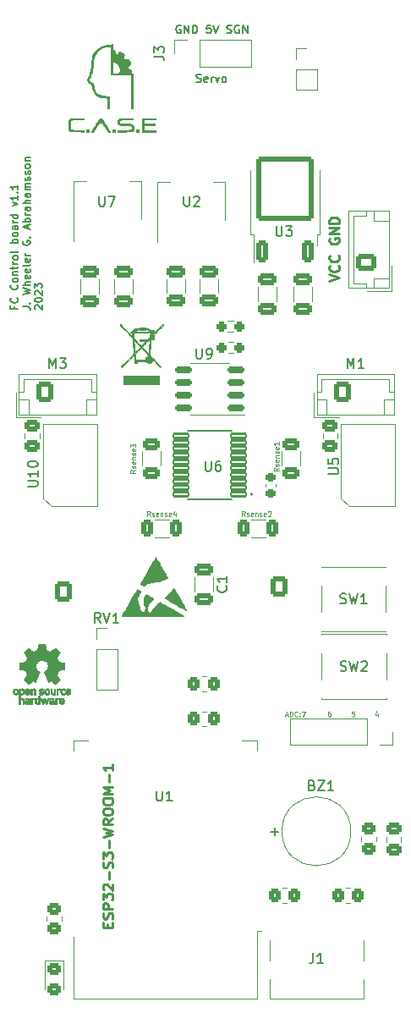
<source format=gto>
G04 #@! TF.GenerationSoftware,KiCad,Pcbnew,7.0.7*
G04 #@! TF.CreationDate,2023-10-22T15:44:31+02:00*
G04 #@! TF.ProjectId,FC Control board 1.1,46432043-6f6e-4747-926f-6c20626f6172,rev?*
G04 #@! TF.SameCoordinates,Original*
G04 #@! TF.FileFunction,Legend,Top*
G04 #@! TF.FilePolarity,Positive*
%FSLAX46Y46*%
G04 Gerber Fmt 4.6, Leading zero omitted, Abs format (unit mm)*
G04 Created by KiCad (PCBNEW 7.0.7) date 2023-10-22 15:44:31*
%MOMM*%
%LPD*%
G01*
G04 APERTURE LIST*
G04 Aperture macros list*
%AMRoundRect*
0 Rectangle with rounded corners*
0 $1 Rounding radius*
0 $2 $3 $4 $5 $6 $7 $8 $9 X,Y pos of 4 corners*
0 Add a 4 corners polygon primitive as box body*
4,1,4,$2,$3,$4,$5,$6,$7,$8,$9,$2,$3,0*
0 Add four circle primitives for the rounded corners*
1,1,$1+$1,$2,$3*
1,1,$1+$1,$4,$5*
1,1,$1+$1,$6,$7*
1,1,$1+$1,$8,$9*
0 Add four rect primitives between the rounded corners*
20,1,$1+$1,$2,$3,$4,$5,0*
20,1,$1+$1,$4,$5,$6,$7,0*
20,1,$1+$1,$6,$7,$8,$9,0*
20,1,$1+$1,$8,$9,$2,$3,0*%
G04 Aperture macros list end*
%ADD10C,0.250000*%
%ADD11C,0.150000*%
%ADD12C,0.125000*%
%ADD13C,0.120000*%
%ADD14C,0.010000*%
%ADD15C,0.127000*%
%ADD16C,0.200000*%
%ADD17RoundRect,0.250000X0.750000X-0.600000X0.750000X0.600000X-0.750000X0.600000X-0.750000X-0.600000X0*%
%ADD18O,2.000000X1.700000*%
%ADD19RoundRect,0.250000X0.650000X-0.325000X0.650000X0.325000X-0.650000X0.325000X-0.650000X-0.325000X0*%
%ADD20RoundRect,0.250000X-0.600000X-0.750000X0.600000X-0.750000X0.600000X0.750000X-0.600000X0.750000X0*%
%ADD21O,1.700000X2.000000*%
%ADD22RoundRect,0.250000X-0.650000X0.325000X-0.650000X-0.325000X0.650000X-0.325000X0.650000X0.325000X0*%
%ADD23RoundRect,0.250000X0.475000X-0.337500X0.475000X0.337500X-0.475000X0.337500X-0.475000X-0.337500X0*%
%ADD24RoundRect,0.250000X-0.475000X0.337500X-0.475000X-0.337500X0.475000X-0.337500X0.475000X0.337500X0*%
%ADD25R,1.500000X2.000000*%
%ADD26R,3.800000X2.000000*%
%ADD27RoundRect,0.250000X0.350000X-0.850000X0.350000X0.850000X-0.350000X0.850000X-0.350000X-0.850000X0*%
%ADD28RoundRect,0.249997X2.650003X-2.950003X2.650003X2.950003X-2.650003X2.950003X-2.650003X-2.950003X0*%
%ADD29RoundRect,0.250000X0.350000X0.450000X-0.350000X0.450000X-0.350000X-0.450000X0.350000X-0.450000X0*%
%ADD30RoundRect,0.250000X-0.450000X0.325000X-0.450000X-0.325000X0.450000X-0.325000X0.450000X0.325000X0*%
%ADD31R,1.700000X1.700000*%
%ADD32O,1.700000X1.700000*%
%ADD33RoundRect,0.150000X0.662500X0.150000X-0.662500X0.150000X-0.662500X-0.150000X0.662500X-0.150000X0*%
%ADD34R,2.514000X3.200000*%
%ADD35RoundRect,0.250000X-0.350000X-0.450000X0.350000X-0.450000X0.350000X0.450000X-0.350000X0.450000X0*%
%ADD36R,1.350000X1.350000*%
%ADD37O,1.350000X1.350000*%
%ADD38RoundRect,0.122500X0.764500X0.184500X-0.764500X0.184500X-0.764500X-0.184500X0.764500X-0.184500X0*%
%ADD39RoundRect,0.250000X0.450000X-0.350000X0.450000X0.350000X-0.450000X0.350000X-0.450000X-0.350000X0*%
%ADD40RoundRect,0.250000X-0.450000X0.350000X-0.450000X-0.350000X0.450000X-0.350000X0.450000X0.350000X0*%
%ADD41R,0.600000X1.650000*%
%ADD42R,1.550000X1.300000*%
%ADD43R,2.000000X2.000000*%
%ADD44C,2.000000*%
%ADD45RoundRect,0.250000X0.625000X-0.312500X0.625000X0.312500X-0.625000X0.312500X-0.625000X-0.312500X0*%
%ADD46R,1.500000X0.900000*%
%ADD47R,0.900000X1.500000*%
%ADD48C,0.600000*%
%ADD49R,3.900000X3.900000*%
%ADD50C,0.650000*%
%ADD51R,0.600000X1.450000*%
%ADD52R,0.300000X1.450000*%
%ADD53O,1.000000X2.100000*%
%ADD54O,1.000000X1.600000*%
%ADD55RoundRect,0.237500X0.250000X0.237500X-0.250000X0.237500X-0.250000X-0.237500X0.250000X-0.237500X0*%
%ADD56RoundRect,0.225000X0.250000X-0.225000X0.250000X0.225000X-0.250000X0.225000X-0.250000X-0.225000X0*%
%ADD57RoundRect,0.250000X0.312500X0.625000X-0.312500X0.625000X-0.312500X-0.625000X0.312500X-0.625000X0*%
%ADD58RoundRect,0.250000X-0.312500X-0.625000X0.312500X-0.625000X0.312500X0.625000X-0.312500X0.625000X0*%
%ADD59RoundRect,0.250000X0.600000X0.750000X-0.600000X0.750000X-0.600000X-0.750000X0.600000X-0.750000X0*%
G04 APERTURE END LIST*
D10*
X196730809Y-190557431D02*
X196730809Y-190224098D01*
X197254619Y-190081241D02*
X197254619Y-190557431D01*
X197254619Y-190557431D02*
X196254619Y-190557431D01*
X196254619Y-190557431D02*
X196254619Y-190081241D01*
X197207000Y-189700288D02*
X197254619Y-189557431D01*
X197254619Y-189557431D02*
X197254619Y-189319336D01*
X197254619Y-189319336D02*
X197207000Y-189224098D01*
X197207000Y-189224098D02*
X197159380Y-189176479D01*
X197159380Y-189176479D02*
X197064142Y-189128860D01*
X197064142Y-189128860D02*
X196968904Y-189128860D01*
X196968904Y-189128860D02*
X196873666Y-189176479D01*
X196873666Y-189176479D02*
X196826047Y-189224098D01*
X196826047Y-189224098D02*
X196778428Y-189319336D01*
X196778428Y-189319336D02*
X196730809Y-189509812D01*
X196730809Y-189509812D02*
X196683190Y-189605050D01*
X196683190Y-189605050D02*
X196635571Y-189652669D01*
X196635571Y-189652669D02*
X196540333Y-189700288D01*
X196540333Y-189700288D02*
X196445095Y-189700288D01*
X196445095Y-189700288D02*
X196349857Y-189652669D01*
X196349857Y-189652669D02*
X196302238Y-189605050D01*
X196302238Y-189605050D02*
X196254619Y-189509812D01*
X196254619Y-189509812D02*
X196254619Y-189271717D01*
X196254619Y-189271717D02*
X196302238Y-189128860D01*
X197254619Y-188700288D02*
X196254619Y-188700288D01*
X196254619Y-188700288D02*
X196254619Y-188319336D01*
X196254619Y-188319336D02*
X196302238Y-188224098D01*
X196302238Y-188224098D02*
X196349857Y-188176479D01*
X196349857Y-188176479D02*
X196445095Y-188128860D01*
X196445095Y-188128860D02*
X196587952Y-188128860D01*
X196587952Y-188128860D02*
X196683190Y-188176479D01*
X196683190Y-188176479D02*
X196730809Y-188224098D01*
X196730809Y-188224098D02*
X196778428Y-188319336D01*
X196778428Y-188319336D02*
X196778428Y-188700288D01*
X196254619Y-187795526D02*
X196254619Y-187176479D01*
X196254619Y-187176479D02*
X196635571Y-187509812D01*
X196635571Y-187509812D02*
X196635571Y-187366955D01*
X196635571Y-187366955D02*
X196683190Y-187271717D01*
X196683190Y-187271717D02*
X196730809Y-187224098D01*
X196730809Y-187224098D02*
X196826047Y-187176479D01*
X196826047Y-187176479D02*
X197064142Y-187176479D01*
X197064142Y-187176479D02*
X197159380Y-187224098D01*
X197159380Y-187224098D02*
X197207000Y-187271717D01*
X197207000Y-187271717D02*
X197254619Y-187366955D01*
X197254619Y-187366955D02*
X197254619Y-187652669D01*
X197254619Y-187652669D02*
X197207000Y-187747907D01*
X197207000Y-187747907D02*
X197159380Y-187795526D01*
X196349857Y-186795526D02*
X196302238Y-186747907D01*
X196302238Y-186747907D02*
X196254619Y-186652669D01*
X196254619Y-186652669D02*
X196254619Y-186414574D01*
X196254619Y-186414574D02*
X196302238Y-186319336D01*
X196302238Y-186319336D02*
X196349857Y-186271717D01*
X196349857Y-186271717D02*
X196445095Y-186224098D01*
X196445095Y-186224098D02*
X196540333Y-186224098D01*
X196540333Y-186224098D02*
X196683190Y-186271717D01*
X196683190Y-186271717D02*
X197254619Y-186843145D01*
X197254619Y-186843145D02*
X197254619Y-186224098D01*
X196873666Y-185795526D02*
X196873666Y-185033622D01*
X197207000Y-184605050D02*
X197254619Y-184462193D01*
X197254619Y-184462193D02*
X197254619Y-184224098D01*
X197254619Y-184224098D02*
X197207000Y-184128860D01*
X197207000Y-184128860D02*
X197159380Y-184081241D01*
X197159380Y-184081241D02*
X197064142Y-184033622D01*
X197064142Y-184033622D02*
X196968904Y-184033622D01*
X196968904Y-184033622D02*
X196873666Y-184081241D01*
X196873666Y-184081241D02*
X196826047Y-184128860D01*
X196826047Y-184128860D02*
X196778428Y-184224098D01*
X196778428Y-184224098D02*
X196730809Y-184414574D01*
X196730809Y-184414574D02*
X196683190Y-184509812D01*
X196683190Y-184509812D02*
X196635571Y-184557431D01*
X196635571Y-184557431D02*
X196540333Y-184605050D01*
X196540333Y-184605050D02*
X196445095Y-184605050D01*
X196445095Y-184605050D02*
X196349857Y-184557431D01*
X196349857Y-184557431D02*
X196302238Y-184509812D01*
X196302238Y-184509812D02*
X196254619Y-184414574D01*
X196254619Y-184414574D02*
X196254619Y-184176479D01*
X196254619Y-184176479D02*
X196302238Y-184033622D01*
X196254619Y-183700288D02*
X196254619Y-183081241D01*
X196254619Y-183081241D02*
X196635571Y-183414574D01*
X196635571Y-183414574D02*
X196635571Y-183271717D01*
X196635571Y-183271717D02*
X196683190Y-183176479D01*
X196683190Y-183176479D02*
X196730809Y-183128860D01*
X196730809Y-183128860D02*
X196826047Y-183081241D01*
X196826047Y-183081241D02*
X197064142Y-183081241D01*
X197064142Y-183081241D02*
X197159380Y-183128860D01*
X197159380Y-183128860D02*
X197207000Y-183176479D01*
X197207000Y-183176479D02*
X197254619Y-183271717D01*
X197254619Y-183271717D02*
X197254619Y-183557431D01*
X197254619Y-183557431D02*
X197207000Y-183652669D01*
X197207000Y-183652669D02*
X197159380Y-183700288D01*
X196873666Y-182652669D02*
X196873666Y-181890765D01*
X196254619Y-181509812D02*
X197254619Y-181271717D01*
X197254619Y-181271717D02*
X196540333Y-181081241D01*
X196540333Y-181081241D02*
X197254619Y-180890765D01*
X197254619Y-180890765D02*
X196254619Y-180652670D01*
X197254619Y-179700289D02*
X196778428Y-180033622D01*
X197254619Y-180271717D02*
X196254619Y-180271717D01*
X196254619Y-180271717D02*
X196254619Y-179890765D01*
X196254619Y-179890765D02*
X196302238Y-179795527D01*
X196302238Y-179795527D02*
X196349857Y-179747908D01*
X196349857Y-179747908D02*
X196445095Y-179700289D01*
X196445095Y-179700289D02*
X196587952Y-179700289D01*
X196587952Y-179700289D02*
X196683190Y-179747908D01*
X196683190Y-179747908D02*
X196730809Y-179795527D01*
X196730809Y-179795527D02*
X196778428Y-179890765D01*
X196778428Y-179890765D02*
X196778428Y-180271717D01*
X196254619Y-179081241D02*
X196254619Y-178890765D01*
X196254619Y-178890765D02*
X196302238Y-178795527D01*
X196302238Y-178795527D02*
X196397476Y-178700289D01*
X196397476Y-178700289D02*
X196587952Y-178652670D01*
X196587952Y-178652670D02*
X196921285Y-178652670D01*
X196921285Y-178652670D02*
X197111761Y-178700289D01*
X197111761Y-178700289D02*
X197207000Y-178795527D01*
X197207000Y-178795527D02*
X197254619Y-178890765D01*
X197254619Y-178890765D02*
X197254619Y-179081241D01*
X197254619Y-179081241D02*
X197207000Y-179176479D01*
X197207000Y-179176479D02*
X197111761Y-179271717D01*
X197111761Y-179271717D02*
X196921285Y-179319336D01*
X196921285Y-179319336D02*
X196587952Y-179319336D01*
X196587952Y-179319336D02*
X196397476Y-179271717D01*
X196397476Y-179271717D02*
X196302238Y-179176479D01*
X196302238Y-179176479D02*
X196254619Y-179081241D01*
X196254619Y-178033622D02*
X196254619Y-177843146D01*
X196254619Y-177843146D02*
X196302238Y-177747908D01*
X196302238Y-177747908D02*
X196397476Y-177652670D01*
X196397476Y-177652670D02*
X196587952Y-177605051D01*
X196587952Y-177605051D02*
X196921285Y-177605051D01*
X196921285Y-177605051D02*
X197111761Y-177652670D01*
X197111761Y-177652670D02*
X197207000Y-177747908D01*
X197207000Y-177747908D02*
X197254619Y-177843146D01*
X197254619Y-177843146D02*
X197254619Y-178033622D01*
X197254619Y-178033622D02*
X197207000Y-178128860D01*
X197207000Y-178128860D02*
X197111761Y-178224098D01*
X197111761Y-178224098D02*
X196921285Y-178271717D01*
X196921285Y-178271717D02*
X196587952Y-178271717D01*
X196587952Y-178271717D02*
X196397476Y-178224098D01*
X196397476Y-178224098D02*
X196302238Y-178128860D01*
X196302238Y-178128860D02*
X196254619Y-178033622D01*
X197254619Y-177176479D02*
X196254619Y-177176479D01*
X196254619Y-177176479D02*
X196968904Y-176843146D01*
X196968904Y-176843146D02*
X196254619Y-176509813D01*
X196254619Y-176509813D02*
X197254619Y-176509813D01*
X196873666Y-176033622D02*
X196873666Y-175271718D01*
X197254619Y-174271718D02*
X197254619Y-174843146D01*
X197254619Y-174557432D02*
X196254619Y-174557432D01*
X196254619Y-174557432D02*
X196397476Y-174652670D01*
X196397476Y-174652670D02*
X196492714Y-174747908D01*
X196492714Y-174747908D02*
X196540333Y-174843146D01*
X218925551Y-125923651D02*
X219925551Y-125590318D01*
X219925551Y-125590318D02*
X218925551Y-125256985D01*
X219830312Y-124352223D02*
X219877932Y-124399842D01*
X219877932Y-124399842D02*
X219925551Y-124542699D01*
X219925551Y-124542699D02*
X219925551Y-124637937D01*
X219925551Y-124637937D02*
X219877932Y-124780794D01*
X219877932Y-124780794D02*
X219782693Y-124876032D01*
X219782693Y-124876032D02*
X219687455Y-124923651D01*
X219687455Y-124923651D02*
X219496979Y-124971270D01*
X219496979Y-124971270D02*
X219354122Y-124971270D01*
X219354122Y-124971270D02*
X219163646Y-124923651D01*
X219163646Y-124923651D02*
X219068408Y-124876032D01*
X219068408Y-124876032D02*
X218973170Y-124780794D01*
X218973170Y-124780794D02*
X218925551Y-124637937D01*
X218925551Y-124637937D02*
X218925551Y-124542699D01*
X218925551Y-124542699D02*
X218973170Y-124399842D01*
X218973170Y-124399842D02*
X219020789Y-124352223D01*
X219830312Y-123352223D02*
X219877932Y-123399842D01*
X219877932Y-123399842D02*
X219925551Y-123542699D01*
X219925551Y-123542699D02*
X219925551Y-123637937D01*
X219925551Y-123637937D02*
X219877932Y-123780794D01*
X219877932Y-123780794D02*
X219782693Y-123876032D01*
X219782693Y-123876032D02*
X219687455Y-123923651D01*
X219687455Y-123923651D02*
X219496979Y-123971270D01*
X219496979Y-123971270D02*
X219354122Y-123971270D01*
X219354122Y-123971270D02*
X219163646Y-123923651D01*
X219163646Y-123923651D02*
X219068408Y-123876032D01*
X219068408Y-123876032D02*
X218973170Y-123780794D01*
X218973170Y-123780794D02*
X218925551Y-123637937D01*
X218925551Y-123637937D02*
X218925551Y-123542699D01*
X218925551Y-123542699D02*
X218973170Y-123399842D01*
X218973170Y-123399842D02*
X219020789Y-123352223D01*
X218973170Y-121637937D02*
X218925551Y-121733175D01*
X218925551Y-121733175D02*
X218925551Y-121876032D01*
X218925551Y-121876032D02*
X218973170Y-122018889D01*
X218973170Y-122018889D02*
X219068408Y-122114127D01*
X219068408Y-122114127D02*
X219163646Y-122161746D01*
X219163646Y-122161746D02*
X219354122Y-122209365D01*
X219354122Y-122209365D02*
X219496979Y-122209365D01*
X219496979Y-122209365D02*
X219687455Y-122161746D01*
X219687455Y-122161746D02*
X219782693Y-122114127D01*
X219782693Y-122114127D02*
X219877932Y-122018889D01*
X219877932Y-122018889D02*
X219925551Y-121876032D01*
X219925551Y-121876032D02*
X219925551Y-121780794D01*
X219925551Y-121780794D02*
X219877932Y-121637937D01*
X219877932Y-121637937D02*
X219830312Y-121590318D01*
X219830312Y-121590318D02*
X219496979Y-121590318D01*
X219496979Y-121590318D02*
X219496979Y-121780794D01*
X219925551Y-121161746D02*
X218925551Y-121161746D01*
X218925551Y-121161746D02*
X219925551Y-120590318D01*
X219925551Y-120590318D02*
X218925551Y-120590318D01*
X219925551Y-120114127D02*
X218925551Y-120114127D01*
X218925551Y-120114127D02*
X218925551Y-119876032D01*
X218925551Y-119876032D02*
X218973170Y-119733175D01*
X218973170Y-119733175D02*
X219068408Y-119637937D01*
X219068408Y-119637937D02*
X219163646Y-119590318D01*
X219163646Y-119590318D02*
X219354122Y-119542699D01*
X219354122Y-119542699D02*
X219496979Y-119542699D01*
X219496979Y-119542699D02*
X219687455Y-119590318D01*
X219687455Y-119590318D02*
X219782693Y-119637937D01*
X219782693Y-119637937D02*
X219877932Y-119733175D01*
X219877932Y-119733175D02*
X219925551Y-119876032D01*
X219925551Y-119876032D02*
X219925551Y-120114127D01*
D11*
X204048207Y-100342390D02*
X203972017Y-100304295D01*
X203972017Y-100304295D02*
X203857731Y-100304295D01*
X203857731Y-100304295D02*
X203743445Y-100342390D01*
X203743445Y-100342390D02*
X203667255Y-100418580D01*
X203667255Y-100418580D02*
X203629160Y-100494771D01*
X203629160Y-100494771D02*
X203591064Y-100647152D01*
X203591064Y-100647152D02*
X203591064Y-100761438D01*
X203591064Y-100761438D02*
X203629160Y-100913819D01*
X203629160Y-100913819D02*
X203667255Y-100990009D01*
X203667255Y-100990009D02*
X203743445Y-101066200D01*
X203743445Y-101066200D02*
X203857731Y-101104295D01*
X203857731Y-101104295D02*
X203933922Y-101104295D01*
X203933922Y-101104295D02*
X204048207Y-101066200D01*
X204048207Y-101066200D02*
X204086303Y-101028104D01*
X204086303Y-101028104D02*
X204086303Y-100761438D01*
X204086303Y-100761438D02*
X203933922Y-100761438D01*
X204429160Y-101104295D02*
X204429160Y-100304295D01*
X204429160Y-100304295D02*
X204886303Y-101104295D01*
X204886303Y-101104295D02*
X204886303Y-100304295D01*
X205267255Y-101104295D02*
X205267255Y-100304295D01*
X205267255Y-100304295D02*
X205457731Y-100304295D01*
X205457731Y-100304295D02*
X205572017Y-100342390D01*
X205572017Y-100342390D02*
X205648207Y-100418580D01*
X205648207Y-100418580D02*
X205686302Y-100494771D01*
X205686302Y-100494771D02*
X205724398Y-100647152D01*
X205724398Y-100647152D02*
X205724398Y-100761438D01*
X205724398Y-100761438D02*
X205686302Y-100913819D01*
X205686302Y-100913819D02*
X205648207Y-100990009D01*
X205648207Y-100990009D02*
X205572017Y-101066200D01*
X205572017Y-101066200D02*
X205457731Y-101104295D01*
X205457731Y-101104295D02*
X205267255Y-101104295D01*
X207057731Y-100304295D02*
X206676779Y-100304295D01*
X206676779Y-100304295D02*
X206638683Y-100685247D01*
X206638683Y-100685247D02*
X206676779Y-100647152D01*
X206676779Y-100647152D02*
X206752969Y-100609057D01*
X206752969Y-100609057D02*
X206943445Y-100609057D01*
X206943445Y-100609057D02*
X207019636Y-100647152D01*
X207019636Y-100647152D02*
X207057731Y-100685247D01*
X207057731Y-100685247D02*
X207095826Y-100761438D01*
X207095826Y-100761438D02*
X207095826Y-100951914D01*
X207095826Y-100951914D02*
X207057731Y-101028104D01*
X207057731Y-101028104D02*
X207019636Y-101066200D01*
X207019636Y-101066200D02*
X206943445Y-101104295D01*
X206943445Y-101104295D02*
X206752969Y-101104295D01*
X206752969Y-101104295D02*
X206676779Y-101066200D01*
X206676779Y-101066200D02*
X206638683Y-101028104D01*
X207324398Y-100304295D02*
X207591065Y-101104295D01*
X207591065Y-101104295D02*
X207857731Y-100304295D01*
X208695826Y-101066200D02*
X208810112Y-101104295D01*
X208810112Y-101104295D02*
X209000588Y-101104295D01*
X209000588Y-101104295D02*
X209076779Y-101066200D01*
X209076779Y-101066200D02*
X209114874Y-101028104D01*
X209114874Y-101028104D02*
X209152969Y-100951914D01*
X209152969Y-100951914D02*
X209152969Y-100875723D01*
X209152969Y-100875723D02*
X209114874Y-100799533D01*
X209114874Y-100799533D02*
X209076779Y-100761438D01*
X209076779Y-100761438D02*
X209000588Y-100723342D01*
X209000588Y-100723342D02*
X208848207Y-100685247D01*
X208848207Y-100685247D02*
X208772017Y-100647152D01*
X208772017Y-100647152D02*
X208733922Y-100609057D01*
X208733922Y-100609057D02*
X208695826Y-100532866D01*
X208695826Y-100532866D02*
X208695826Y-100456676D01*
X208695826Y-100456676D02*
X208733922Y-100380485D01*
X208733922Y-100380485D02*
X208772017Y-100342390D01*
X208772017Y-100342390D02*
X208848207Y-100304295D01*
X208848207Y-100304295D02*
X209038684Y-100304295D01*
X209038684Y-100304295D02*
X209152969Y-100342390D01*
X209914874Y-100342390D02*
X209838684Y-100304295D01*
X209838684Y-100304295D02*
X209724398Y-100304295D01*
X209724398Y-100304295D02*
X209610112Y-100342390D01*
X209610112Y-100342390D02*
X209533922Y-100418580D01*
X209533922Y-100418580D02*
X209495827Y-100494771D01*
X209495827Y-100494771D02*
X209457731Y-100647152D01*
X209457731Y-100647152D02*
X209457731Y-100761438D01*
X209457731Y-100761438D02*
X209495827Y-100913819D01*
X209495827Y-100913819D02*
X209533922Y-100990009D01*
X209533922Y-100990009D02*
X209610112Y-101066200D01*
X209610112Y-101066200D02*
X209724398Y-101104295D01*
X209724398Y-101104295D02*
X209800589Y-101104295D01*
X209800589Y-101104295D02*
X209914874Y-101066200D01*
X209914874Y-101066200D02*
X209952970Y-101028104D01*
X209952970Y-101028104D02*
X209952970Y-100761438D01*
X209952970Y-100761438D02*
X209800589Y-100761438D01*
X210295827Y-101104295D02*
X210295827Y-100304295D01*
X210295827Y-100304295D02*
X210752970Y-101104295D01*
X210752970Y-101104295D02*
X210752970Y-100304295D01*
D12*
X214519197Y-169321021D02*
X214757292Y-169321021D01*
X214471578Y-169463878D02*
X214638244Y-168963878D01*
X214638244Y-168963878D02*
X214804911Y-169463878D01*
X214971577Y-169463878D02*
X214971577Y-168963878D01*
X214971577Y-168963878D02*
X215090625Y-168963878D01*
X215090625Y-168963878D02*
X215162053Y-168987688D01*
X215162053Y-168987688D02*
X215209672Y-169035307D01*
X215209672Y-169035307D02*
X215233482Y-169082926D01*
X215233482Y-169082926D02*
X215257291Y-169178164D01*
X215257291Y-169178164D02*
X215257291Y-169249592D01*
X215257291Y-169249592D02*
X215233482Y-169344830D01*
X215233482Y-169344830D02*
X215209672Y-169392449D01*
X215209672Y-169392449D02*
X215162053Y-169440069D01*
X215162053Y-169440069D02*
X215090625Y-169463878D01*
X215090625Y-169463878D02*
X214971577Y-169463878D01*
X215757291Y-169416259D02*
X215733482Y-169440069D01*
X215733482Y-169440069D02*
X215662053Y-169463878D01*
X215662053Y-169463878D02*
X215614434Y-169463878D01*
X215614434Y-169463878D02*
X215543006Y-169440069D01*
X215543006Y-169440069D02*
X215495387Y-169392449D01*
X215495387Y-169392449D02*
X215471577Y-169344830D01*
X215471577Y-169344830D02*
X215447768Y-169249592D01*
X215447768Y-169249592D02*
X215447768Y-169178164D01*
X215447768Y-169178164D02*
X215471577Y-169082926D01*
X215471577Y-169082926D02*
X215495387Y-169035307D01*
X215495387Y-169035307D02*
X215543006Y-168987688D01*
X215543006Y-168987688D02*
X215614434Y-168963878D01*
X215614434Y-168963878D02*
X215662053Y-168963878D01*
X215662053Y-168963878D02*
X215733482Y-168987688D01*
X215733482Y-168987688D02*
X215757291Y-169011497D01*
X215971577Y-169416259D02*
X215995387Y-169440069D01*
X215995387Y-169440069D02*
X215971577Y-169463878D01*
X215971577Y-169463878D02*
X215947768Y-169440069D01*
X215947768Y-169440069D02*
X215971577Y-169416259D01*
X215971577Y-169416259D02*
X215971577Y-169463878D01*
X215971577Y-169154354D02*
X215995387Y-169178164D01*
X215995387Y-169178164D02*
X215971577Y-169201973D01*
X215971577Y-169201973D02*
X215947768Y-169178164D01*
X215947768Y-169178164D02*
X215971577Y-169154354D01*
X215971577Y-169154354D02*
X215971577Y-169201973D01*
X216162053Y-168963878D02*
X216495386Y-168963878D01*
X216495386Y-168963878D02*
X216281101Y-169463878D01*
X219019196Y-168963878D02*
X218923958Y-168963878D01*
X218923958Y-168963878D02*
X218876339Y-168987688D01*
X218876339Y-168987688D02*
X218852529Y-169011497D01*
X218852529Y-169011497D02*
X218804910Y-169082926D01*
X218804910Y-169082926D02*
X218781101Y-169178164D01*
X218781101Y-169178164D02*
X218781101Y-169368640D01*
X218781101Y-169368640D02*
X218804910Y-169416259D01*
X218804910Y-169416259D02*
X218828720Y-169440069D01*
X218828720Y-169440069D02*
X218876339Y-169463878D01*
X218876339Y-169463878D02*
X218971577Y-169463878D01*
X218971577Y-169463878D02*
X219019196Y-169440069D01*
X219019196Y-169440069D02*
X219043005Y-169416259D01*
X219043005Y-169416259D02*
X219066815Y-169368640D01*
X219066815Y-169368640D02*
X219066815Y-169249592D01*
X219066815Y-169249592D02*
X219043005Y-169201973D01*
X219043005Y-169201973D02*
X219019196Y-169178164D01*
X219019196Y-169178164D02*
X218971577Y-169154354D01*
X218971577Y-169154354D02*
X218876339Y-169154354D01*
X218876339Y-169154354D02*
X218828720Y-169178164D01*
X218828720Y-169178164D02*
X218804910Y-169201973D01*
X218804910Y-169201973D02*
X218781101Y-169249592D01*
X221423957Y-168963878D02*
X221185862Y-168963878D01*
X221185862Y-168963878D02*
X221162053Y-169201973D01*
X221162053Y-169201973D02*
X221185862Y-169178164D01*
X221185862Y-169178164D02*
X221233481Y-169154354D01*
X221233481Y-169154354D02*
X221352529Y-169154354D01*
X221352529Y-169154354D02*
X221400148Y-169178164D01*
X221400148Y-169178164D02*
X221423957Y-169201973D01*
X221423957Y-169201973D02*
X221447767Y-169249592D01*
X221447767Y-169249592D02*
X221447767Y-169368640D01*
X221447767Y-169368640D02*
X221423957Y-169416259D01*
X221423957Y-169416259D02*
X221400148Y-169440069D01*
X221400148Y-169440069D02*
X221352529Y-169463878D01*
X221352529Y-169463878D02*
X221233481Y-169463878D01*
X221233481Y-169463878D02*
X221185862Y-169440069D01*
X221185862Y-169440069D02*
X221162053Y-169416259D01*
X223781100Y-169130545D02*
X223781100Y-169463878D01*
X223662052Y-168940069D02*
X223543005Y-169297211D01*
X223543005Y-169297211D02*
X223852528Y-169297211D01*
D11*
X205641064Y-105966200D02*
X205755350Y-106004295D01*
X205755350Y-106004295D02*
X205945826Y-106004295D01*
X205945826Y-106004295D02*
X206022017Y-105966200D01*
X206022017Y-105966200D02*
X206060112Y-105928104D01*
X206060112Y-105928104D02*
X206098207Y-105851914D01*
X206098207Y-105851914D02*
X206098207Y-105775723D01*
X206098207Y-105775723D02*
X206060112Y-105699533D01*
X206060112Y-105699533D02*
X206022017Y-105661438D01*
X206022017Y-105661438D02*
X205945826Y-105623342D01*
X205945826Y-105623342D02*
X205793445Y-105585247D01*
X205793445Y-105585247D02*
X205717255Y-105547152D01*
X205717255Y-105547152D02*
X205679160Y-105509057D01*
X205679160Y-105509057D02*
X205641064Y-105432866D01*
X205641064Y-105432866D02*
X205641064Y-105356676D01*
X205641064Y-105356676D02*
X205679160Y-105280485D01*
X205679160Y-105280485D02*
X205717255Y-105242390D01*
X205717255Y-105242390D02*
X205793445Y-105204295D01*
X205793445Y-105204295D02*
X205983922Y-105204295D01*
X205983922Y-105204295D02*
X206098207Y-105242390D01*
X206745827Y-105966200D02*
X206669636Y-106004295D01*
X206669636Y-106004295D02*
X206517255Y-106004295D01*
X206517255Y-106004295D02*
X206441065Y-105966200D01*
X206441065Y-105966200D02*
X206402969Y-105890009D01*
X206402969Y-105890009D02*
X206402969Y-105585247D01*
X206402969Y-105585247D02*
X206441065Y-105509057D01*
X206441065Y-105509057D02*
X206517255Y-105470961D01*
X206517255Y-105470961D02*
X206669636Y-105470961D01*
X206669636Y-105470961D02*
X206745827Y-105509057D01*
X206745827Y-105509057D02*
X206783922Y-105585247D01*
X206783922Y-105585247D02*
X206783922Y-105661438D01*
X206783922Y-105661438D02*
X206402969Y-105737628D01*
X207126779Y-106004295D02*
X207126779Y-105470961D01*
X207126779Y-105623342D02*
X207164874Y-105547152D01*
X207164874Y-105547152D02*
X207202969Y-105509057D01*
X207202969Y-105509057D02*
X207279160Y-105470961D01*
X207279160Y-105470961D02*
X207355350Y-105470961D01*
X207545826Y-105470961D02*
X207736302Y-106004295D01*
X207736302Y-106004295D02*
X207926779Y-105470961D01*
X208345826Y-106004295D02*
X208269636Y-105966200D01*
X208269636Y-105966200D02*
X208231541Y-105928104D01*
X208231541Y-105928104D02*
X208193445Y-105851914D01*
X208193445Y-105851914D02*
X208193445Y-105623342D01*
X208193445Y-105623342D02*
X208231541Y-105547152D01*
X208231541Y-105547152D02*
X208269636Y-105509057D01*
X208269636Y-105509057D02*
X208345826Y-105470961D01*
X208345826Y-105470961D02*
X208460112Y-105470961D01*
X208460112Y-105470961D02*
X208536303Y-105509057D01*
X208536303Y-105509057D02*
X208574398Y-105547152D01*
X208574398Y-105547152D02*
X208612493Y-105623342D01*
X208612493Y-105623342D02*
X208612493Y-105851914D01*
X208612493Y-105851914D02*
X208574398Y-105928104D01*
X208574398Y-105928104D02*
X208536303Y-105966200D01*
X208536303Y-105966200D02*
X208460112Y-106004295D01*
X208460112Y-106004295D02*
X208345826Y-106004295D01*
X187378807Y-128432744D02*
X187378807Y-128682744D01*
X187771664Y-128682744D02*
X187021664Y-128682744D01*
X187021664Y-128682744D02*
X187021664Y-128325601D01*
X187700235Y-127611316D02*
X187735950Y-127647030D01*
X187735950Y-127647030D02*
X187771664Y-127754173D01*
X187771664Y-127754173D02*
X187771664Y-127825601D01*
X187771664Y-127825601D02*
X187735950Y-127932744D01*
X187735950Y-127932744D02*
X187664521Y-128004173D01*
X187664521Y-128004173D02*
X187593092Y-128039887D01*
X187593092Y-128039887D02*
X187450235Y-128075601D01*
X187450235Y-128075601D02*
X187343092Y-128075601D01*
X187343092Y-128075601D02*
X187200235Y-128039887D01*
X187200235Y-128039887D02*
X187128807Y-128004173D01*
X187128807Y-128004173D02*
X187057378Y-127932744D01*
X187057378Y-127932744D02*
X187021664Y-127825601D01*
X187021664Y-127825601D02*
X187021664Y-127754173D01*
X187021664Y-127754173D02*
X187057378Y-127647030D01*
X187057378Y-127647030D02*
X187093092Y-127611316D01*
X187700235Y-126289887D02*
X187735950Y-126325601D01*
X187735950Y-126325601D02*
X187771664Y-126432744D01*
X187771664Y-126432744D02*
X187771664Y-126504172D01*
X187771664Y-126504172D02*
X187735950Y-126611315D01*
X187735950Y-126611315D02*
X187664521Y-126682744D01*
X187664521Y-126682744D02*
X187593092Y-126718458D01*
X187593092Y-126718458D02*
X187450235Y-126754172D01*
X187450235Y-126754172D02*
X187343092Y-126754172D01*
X187343092Y-126754172D02*
X187200235Y-126718458D01*
X187200235Y-126718458D02*
X187128807Y-126682744D01*
X187128807Y-126682744D02*
X187057378Y-126611315D01*
X187057378Y-126611315D02*
X187021664Y-126504172D01*
X187021664Y-126504172D02*
X187021664Y-126432744D01*
X187021664Y-126432744D02*
X187057378Y-126325601D01*
X187057378Y-126325601D02*
X187093092Y-126289887D01*
X187771664Y-125861315D02*
X187735950Y-125932744D01*
X187735950Y-125932744D02*
X187700235Y-125968458D01*
X187700235Y-125968458D02*
X187628807Y-126004172D01*
X187628807Y-126004172D02*
X187414521Y-126004172D01*
X187414521Y-126004172D02*
X187343092Y-125968458D01*
X187343092Y-125968458D02*
X187307378Y-125932744D01*
X187307378Y-125932744D02*
X187271664Y-125861315D01*
X187271664Y-125861315D02*
X187271664Y-125754172D01*
X187271664Y-125754172D02*
X187307378Y-125682744D01*
X187307378Y-125682744D02*
X187343092Y-125647030D01*
X187343092Y-125647030D02*
X187414521Y-125611315D01*
X187414521Y-125611315D02*
X187628807Y-125611315D01*
X187628807Y-125611315D02*
X187700235Y-125647030D01*
X187700235Y-125647030D02*
X187735950Y-125682744D01*
X187735950Y-125682744D02*
X187771664Y-125754172D01*
X187771664Y-125754172D02*
X187771664Y-125861315D01*
X187271664Y-125289887D02*
X187771664Y-125289887D01*
X187343092Y-125289887D02*
X187307378Y-125254173D01*
X187307378Y-125254173D02*
X187271664Y-125182744D01*
X187271664Y-125182744D02*
X187271664Y-125075601D01*
X187271664Y-125075601D02*
X187307378Y-125004173D01*
X187307378Y-125004173D02*
X187378807Y-124968459D01*
X187378807Y-124968459D02*
X187771664Y-124968459D01*
X187271664Y-124718459D02*
X187271664Y-124432745D01*
X187021664Y-124611316D02*
X187664521Y-124611316D01*
X187664521Y-124611316D02*
X187735950Y-124575602D01*
X187735950Y-124575602D02*
X187771664Y-124504173D01*
X187771664Y-124504173D02*
X187771664Y-124432745D01*
X187771664Y-124182745D02*
X187271664Y-124182745D01*
X187414521Y-124182745D02*
X187343092Y-124147031D01*
X187343092Y-124147031D02*
X187307378Y-124111317D01*
X187307378Y-124111317D02*
X187271664Y-124039888D01*
X187271664Y-124039888D02*
X187271664Y-123968459D01*
X187771664Y-123611316D02*
X187735950Y-123682745D01*
X187735950Y-123682745D02*
X187700235Y-123718459D01*
X187700235Y-123718459D02*
X187628807Y-123754173D01*
X187628807Y-123754173D02*
X187414521Y-123754173D01*
X187414521Y-123754173D02*
X187343092Y-123718459D01*
X187343092Y-123718459D02*
X187307378Y-123682745D01*
X187307378Y-123682745D02*
X187271664Y-123611316D01*
X187271664Y-123611316D02*
X187271664Y-123504173D01*
X187271664Y-123504173D02*
X187307378Y-123432745D01*
X187307378Y-123432745D02*
X187343092Y-123397031D01*
X187343092Y-123397031D02*
X187414521Y-123361316D01*
X187414521Y-123361316D02*
X187628807Y-123361316D01*
X187628807Y-123361316D02*
X187700235Y-123397031D01*
X187700235Y-123397031D02*
X187735950Y-123432745D01*
X187735950Y-123432745D02*
X187771664Y-123504173D01*
X187771664Y-123504173D02*
X187771664Y-123611316D01*
X187771664Y-122932745D02*
X187735950Y-123004174D01*
X187735950Y-123004174D02*
X187664521Y-123039888D01*
X187664521Y-123039888D02*
X187021664Y-123039888D01*
X187771664Y-122075602D02*
X187021664Y-122075602D01*
X187307378Y-122075602D02*
X187271664Y-122004174D01*
X187271664Y-122004174D02*
X187271664Y-121861316D01*
X187271664Y-121861316D02*
X187307378Y-121789888D01*
X187307378Y-121789888D02*
X187343092Y-121754174D01*
X187343092Y-121754174D02*
X187414521Y-121718459D01*
X187414521Y-121718459D02*
X187628807Y-121718459D01*
X187628807Y-121718459D02*
X187700235Y-121754174D01*
X187700235Y-121754174D02*
X187735950Y-121789888D01*
X187735950Y-121789888D02*
X187771664Y-121861316D01*
X187771664Y-121861316D02*
X187771664Y-122004174D01*
X187771664Y-122004174D02*
X187735950Y-122075602D01*
X187771664Y-121289888D02*
X187735950Y-121361317D01*
X187735950Y-121361317D02*
X187700235Y-121397031D01*
X187700235Y-121397031D02*
X187628807Y-121432745D01*
X187628807Y-121432745D02*
X187414521Y-121432745D01*
X187414521Y-121432745D02*
X187343092Y-121397031D01*
X187343092Y-121397031D02*
X187307378Y-121361317D01*
X187307378Y-121361317D02*
X187271664Y-121289888D01*
X187271664Y-121289888D02*
X187271664Y-121182745D01*
X187271664Y-121182745D02*
X187307378Y-121111317D01*
X187307378Y-121111317D02*
X187343092Y-121075603D01*
X187343092Y-121075603D02*
X187414521Y-121039888D01*
X187414521Y-121039888D02*
X187628807Y-121039888D01*
X187628807Y-121039888D02*
X187700235Y-121075603D01*
X187700235Y-121075603D02*
X187735950Y-121111317D01*
X187735950Y-121111317D02*
X187771664Y-121182745D01*
X187771664Y-121182745D02*
X187771664Y-121289888D01*
X187771664Y-120397032D02*
X187378807Y-120397032D01*
X187378807Y-120397032D02*
X187307378Y-120432746D01*
X187307378Y-120432746D02*
X187271664Y-120504174D01*
X187271664Y-120504174D02*
X187271664Y-120647032D01*
X187271664Y-120647032D02*
X187307378Y-120718460D01*
X187735950Y-120397032D02*
X187771664Y-120468460D01*
X187771664Y-120468460D02*
X187771664Y-120647032D01*
X187771664Y-120647032D02*
X187735950Y-120718460D01*
X187735950Y-120718460D02*
X187664521Y-120754174D01*
X187664521Y-120754174D02*
X187593092Y-120754174D01*
X187593092Y-120754174D02*
X187521664Y-120718460D01*
X187521664Y-120718460D02*
X187485950Y-120647032D01*
X187485950Y-120647032D02*
X187485950Y-120468460D01*
X187485950Y-120468460D02*
X187450235Y-120397032D01*
X187771664Y-120039889D02*
X187271664Y-120039889D01*
X187414521Y-120039889D02*
X187343092Y-120004175D01*
X187343092Y-120004175D02*
X187307378Y-119968461D01*
X187307378Y-119968461D02*
X187271664Y-119897032D01*
X187271664Y-119897032D02*
X187271664Y-119825603D01*
X187771664Y-119254175D02*
X187021664Y-119254175D01*
X187735950Y-119254175D02*
X187771664Y-119325603D01*
X187771664Y-119325603D02*
X187771664Y-119468460D01*
X187771664Y-119468460D02*
X187735950Y-119539889D01*
X187735950Y-119539889D02*
X187700235Y-119575603D01*
X187700235Y-119575603D02*
X187628807Y-119611317D01*
X187628807Y-119611317D02*
X187414521Y-119611317D01*
X187414521Y-119611317D02*
X187343092Y-119575603D01*
X187343092Y-119575603D02*
X187307378Y-119539889D01*
X187307378Y-119539889D02*
X187271664Y-119468460D01*
X187271664Y-119468460D02*
X187271664Y-119325603D01*
X187271664Y-119325603D02*
X187307378Y-119254175D01*
X187271664Y-118397032D02*
X187771664Y-118218460D01*
X187771664Y-118218460D02*
X187271664Y-118039889D01*
X187771664Y-117361317D02*
X187771664Y-117789888D01*
X187771664Y-117575603D02*
X187021664Y-117575603D01*
X187021664Y-117575603D02*
X187128807Y-117647031D01*
X187128807Y-117647031D02*
X187200235Y-117718460D01*
X187200235Y-117718460D02*
X187235950Y-117789888D01*
X187700235Y-117039888D02*
X187735950Y-117004174D01*
X187735950Y-117004174D02*
X187771664Y-117039888D01*
X187771664Y-117039888D02*
X187735950Y-117075602D01*
X187735950Y-117075602D02*
X187700235Y-117039888D01*
X187700235Y-117039888D02*
X187771664Y-117039888D01*
X187771664Y-116289888D02*
X187771664Y-116718459D01*
X187771664Y-116504174D02*
X187021664Y-116504174D01*
X187021664Y-116504174D02*
X187128807Y-116575602D01*
X187128807Y-116575602D02*
X187200235Y-116647031D01*
X187200235Y-116647031D02*
X187235950Y-116718459D01*
X188229164Y-128468458D02*
X188764878Y-128468458D01*
X188764878Y-128468458D02*
X188872021Y-128504173D01*
X188872021Y-128504173D02*
X188943450Y-128575601D01*
X188943450Y-128575601D02*
X188979164Y-128682744D01*
X188979164Y-128682744D02*
X188979164Y-128754173D01*
X188907735Y-128111315D02*
X188943450Y-128075601D01*
X188943450Y-128075601D02*
X188979164Y-128111315D01*
X188979164Y-128111315D02*
X188943450Y-128147029D01*
X188943450Y-128147029D02*
X188907735Y-128111315D01*
X188907735Y-128111315D02*
X188979164Y-128111315D01*
X188229164Y-127254172D02*
X188979164Y-127075600D01*
X188979164Y-127075600D02*
X188443450Y-126932743D01*
X188443450Y-126932743D02*
X188979164Y-126789886D01*
X188979164Y-126789886D02*
X188229164Y-126611315D01*
X188979164Y-126325600D02*
X188229164Y-126325600D01*
X188979164Y-126004172D02*
X188586307Y-126004172D01*
X188586307Y-126004172D02*
X188514878Y-126039886D01*
X188514878Y-126039886D02*
X188479164Y-126111314D01*
X188479164Y-126111314D02*
X188479164Y-126218457D01*
X188479164Y-126218457D02*
X188514878Y-126289886D01*
X188514878Y-126289886D02*
X188550592Y-126325600D01*
X188943450Y-125361315D02*
X188979164Y-125432743D01*
X188979164Y-125432743D02*
X188979164Y-125575601D01*
X188979164Y-125575601D02*
X188943450Y-125647029D01*
X188943450Y-125647029D02*
X188872021Y-125682743D01*
X188872021Y-125682743D02*
X188586307Y-125682743D01*
X188586307Y-125682743D02*
X188514878Y-125647029D01*
X188514878Y-125647029D02*
X188479164Y-125575601D01*
X188479164Y-125575601D02*
X188479164Y-125432743D01*
X188479164Y-125432743D02*
X188514878Y-125361315D01*
X188514878Y-125361315D02*
X188586307Y-125325601D01*
X188586307Y-125325601D02*
X188657735Y-125325601D01*
X188657735Y-125325601D02*
X188729164Y-125682743D01*
X188943450Y-124718458D02*
X188979164Y-124789886D01*
X188979164Y-124789886D02*
X188979164Y-124932744D01*
X188979164Y-124932744D02*
X188943450Y-125004172D01*
X188943450Y-125004172D02*
X188872021Y-125039886D01*
X188872021Y-125039886D02*
X188586307Y-125039886D01*
X188586307Y-125039886D02*
X188514878Y-125004172D01*
X188514878Y-125004172D02*
X188479164Y-124932744D01*
X188479164Y-124932744D02*
X188479164Y-124789886D01*
X188479164Y-124789886D02*
X188514878Y-124718458D01*
X188514878Y-124718458D02*
X188586307Y-124682744D01*
X188586307Y-124682744D02*
X188657735Y-124682744D01*
X188657735Y-124682744D02*
X188729164Y-125039886D01*
X188979164Y-124254172D02*
X188943450Y-124325601D01*
X188943450Y-124325601D02*
X188872021Y-124361315D01*
X188872021Y-124361315D02*
X188229164Y-124361315D01*
X188943450Y-123682744D02*
X188979164Y-123754172D01*
X188979164Y-123754172D02*
X188979164Y-123897030D01*
X188979164Y-123897030D02*
X188943450Y-123968458D01*
X188943450Y-123968458D02*
X188872021Y-124004172D01*
X188872021Y-124004172D02*
X188586307Y-124004172D01*
X188586307Y-124004172D02*
X188514878Y-123968458D01*
X188514878Y-123968458D02*
X188479164Y-123897030D01*
X188479164Y-123897030D02*
X188479164Y-123754172D01*
X188479164Y-123754172D02*
X188514878Y-123682744D01*
X188514878Y-123682744D02*
X188586307Y-123647030D01*
X188586307Y-123647030D02*
X188657735Y-123647030D01*
X188657735Y-123647030D02*
X188729164Y-124004172D01*
X188979164Y-123325601D02*
X188479164Y-123325601D01*
X188622021Y-123325601D02*
X188550592Y-123289887D01*
X188550592Y-123289887D02*
X188514878Y-123254173D01*
X188514878Y-123254173D02*
X188479164Y-123182744D01*
X188479164Y-123182744D02*
X188479164Y-123111315D01*
X188264878Y-121897029D02*
X188229164Y-121968458D01*
X188229164Y-121968458D02*
X188229164Y-122075600D01*
X188229164Y-122075600D02*
X188264878Y-122182743D01*
X188264878Y-122182743D02*
X188336307Y-122254172D01*
X188336307Y-122254172D02*
X188407735Y-122289886D01*
X188407735Y-122289886D02*
X188550592Y-122325600D01*
X188550592Y-122325600D02*
X188657735Y-122325600D01*
X188657735Y-122325600D02*
X188800592Y-122289886D01*
X188800592Y-122289886D02*
X188872021Y-122254172D01*
X188872021Y-122254172D02*
X188943450Y-122182743D01*
X188943450Y-122182743D02*
X188979164Y-122075600D01*
X188979164Y-122075600D02*
X188979164Y-122004172D01*
X188979164Y-122004172D02*
X188943450Y-121897029D01*
X188943450Y-121897029D02*
X188907735Y-121861315D01*
X188907735Y-121861315D02*
X188657735Y-121861315D01*
X188657735Y-121861315D02*
X188657735Y-122004172D01*
X188907735Y-121539886D02*
X188943450Y-121504172D01*
X188943450Y-121504172D02*
X188979164Y-121539886D01*
X188979164Y-121539886D02*
X188943450Y-121575600D01*
X188943450Y-121575600D02*
X188907735Y-121539886D01*
X188907735Y-121539886D02*
X188979164Y-121539886D01*
X188764878Y-120647028D02*
X188764878Y-120289886D01*
X188979164Y-120718457D02*
X188229164Y-120468457D01*
X188229164Y-120468457D02*
X188979164Y-120218457D01*
X188979164Y-119968457D02*
X188229164Y-119968457D01*
X188514878Y-119968457D02*
X188479164Y-119897029D01*
X188479164Y-119897029D02*
X188479164Y-119754171D01*
X188479164Y-119754171D02*
X188514878Y-119682743D01*
X188514878Y-119682743D02*
X188550592Y-119647029D01*
X188550592Y-119647029D02*
X188622021Y-119611314D01*
X188622021Y-119611314D02*
X188836307Y-119611314D01*
X188836307Y-119611314D02*
X188907735Y-119647029D01*
X188907735Y-119647029D02*
X188943450Y-119682743D01*
X188943450Y-119682743D02*
X188979164Y-119754171D01*
X188979164Y-119754171D02*
X188979164Y-119897029D01*
X188979164Y-119897029D02*
X188943450Y-119968457D01*
X188979164Y-119289886D02*
X188479164Y-119289886D01*
X188622021Y-119289886D02*
X188550592Y-119254172D01*
X188550592Y-119254172D02*
X188514878Y-119218458D01*
X188514878Y-119218458D02*
X188479164Y-119147029D01*
X188479164Y-119147029D02*
X188479164Y-119075600D01*
X188979164Y-118504172D02*
X188586307Y-118504172D01*
X188586307Y-118504172D02*
X188514878Y-118539886D01*
X188514878Y-118539886D02*
X188479164Y-118611314D01*
X188479164Y-118611314D02*
X188479164Y-118754172D01*
X188479164Y-118754172D02*
X188514878Y-118825600D01*
X188943450Y-118504172D02*
X188979164Y-118575600D01*
X188979164Y-118575600D02*
X188979164Y-118754172D01*
X188979164Y-118754172D02*
X188943450Y-118825600D01*
X188943450Y-118825600D02*
X188872021Y-118861314D01*
X188872021Y-118861314D02*
X188800592Y-118861314D01*
X188800592Y-118861314D02*
X188729164Y-118825600D01*
X188729164Y-118825600D02*
X188693450Y-118754172D01*
X188693450Y-118754172D02*
X188693450Y-118575600D01*
X188693450Y-118575600D02*
X188657735Y-118504172D01*
X188979164Y-118147029D02*
X188229164Y-118147029D01*
X188979164Y-117825601D02*
X188586307Y-117825601D01*
X188586307Y-117825601D02*
X188514878Y-117861315D01*
X188514878Y-117861315D02*
X188479164Y-117932743D01*
X188479164Y-117932743D02*
X188479164Y-118039886D01*
X188479164Y-118039886D02*
X188514878Y-118111315D01*
X188514878Y-118111315D02*
X188550592Y-118147029D01*
X188979164Y-117147030D02*
X188586307Y-117147030D01*
X188586307Y-117147030D02*
X188514878Y-117182744D01*
X188514878Y-117182744D02*
X188479164Y-117254172D01*
X188479164Y-117254172D02*
X188479164Y-117397030D01*
X188479164Y-117397030D02*
X188514878Y-117468458D01*
X188943450Y-117147030D02*
X188979164Y-117218458D01*
X188979164Y-117218458D02*
X188979164Y-117397030D01*
X188979164Y-117397030D02*
X188943450Y-117468458D01*
X188943450Y-117468458D02*
X188872021Y-117504172D01*
X188872021Y-117504172D02*
X188800592Y-117504172D01*
X188800592Y-117504172D02*
X188729164Y-117468458D01*
X188729164Y-117468458D02*
X188693450Y-117397030D01*
X188693450Y-117397030D02*
X188693450Y-117218458D01*
X188693450Y-117218458D02*
X188657735Y-117147030D01*
X188979164Y-116789887D02*
X188479164Y-116789887D01*
X188550592Y-116789887D02*
X188514878Y-116754173D01*
X188514878Y-116754173D02*
X188479164Y-116682744D01*
X188479164Y-116682744D02*
X188479164Y-116575601D01*
X188479164Y-116575601D02*
X188514878Y-116504173D01*
X188514878Y-116504173D02*
X188586307Y-116468459D01*
X188586307Y-116468459D02*
X188979164Y-116468459D01*
X188586307Y-116468459D02*
X188514878Y-116432744D01*
X188514878Y-116432744D02*
X188479164Y-116361316D01*
X188479164Y-116361316D02*
X188479164Y-116254173D01*
X188479164Y-116254173D02*
X188514878Y-116182744D01*
X188514878Y-116182744D02*
X188586307Y-116147030D01*
X188586307Y-116147030D02*
X188979164Y-116147030D01*
X188943450Y-115825601D02*
X188979164Y-115754173D01*
X188979164Y-115754173D02*
X188979164Y-115611316D01*
X188979164Y-115611316D02*
X188943450Y-115539887D01*
X188943450Y-115539887D02*
X188872021Y-115504173D01*
X188872021Y-115504173D02*
X188836307Y-115504173D01*
X188836307Y-115504173D02*
X188764878Y-115539887D01*
X188764878Y-115539887D02*
X188729164Y-115611316D01*
X188729164Y-115611316D02*
X188729164Y-115718459D01*
X188729164Y-115718459D02*
X188693450Y-115789887D01*
X188693450Y-115789887D02*
X188622021Y-115825601D01*
X188622021Y-115825601D02*
X188586307Y-115825601D01*
X188586307Y-115825601D02*
X188514878Y-115789887D01*
X188514878Y-115789887D02*
X188479164Y-115718459D01*
X188479164Y-115718459D02*
X188479164Y-115611316D01*
X188479164Y-115611316D02*
X188514878Y-115539887D01*
X188943450Y-115218458D02*
X188979164Y-115147030D01*
X188979164Y-115147030D02*
X188979164Y-115004173D01*
X188979164Y-115004173D02*
X188943450Y-114932744D01*
X188943450Y-114932744D02*
X188872021Y-114897030D01*
X188872021Y-114897030D02*
X188836307Y-114897030D01*
X188836307Y-114897030D02*
X188764878Y-114932744D01*
X188764878Y-114932744D02*
X188729164Y-115004173D01*
X188729164Y-115004173D02*
X188729164Y-115111316D01*
X188729164Y-115111316D02*
X188693450Y-115182744D01*
X188693450Y-115182744D02*
X188622021Y-115218458D01*
X188622021Y-115218458D02*
X188586307Y-115218458D01*
X188586307Y-115218458D02*
X188514878Y-115182744D01*
X188514878Y-115182744D02*
X188479164Y-115111316D01*
X188479164Y-115111316D02*
X188479164Y-115004173D01*
X188479164Y-115004173D02*
X188514878Y-114932744D01*
X188979164Y-114468458D02*
X188943450Y-114539887D01*
X188943450Y-114539887D02*
X188907735Y-114575601D01*
X188907735Y-114575601D02*
X188836307Y-114611315D01*
X188836307Y-114611315D02*
X188622021Y-114611315D01*
X188622021Y-114611315D02*
X188550592Y-114575601D01*
X188550592Y-114575601D02*
X188514878Y-114539887D01*
X188514878Y-114539887D02*
X188479164Y-114468458D01*
X188479164Y-114468458D02*
X188479164Y-114361315D01*
X188479164Y-114361315D02*
X188514878Y-114289887D01*
X188514878Y-114289887D02*
X188550592Y-114254173D01*
X188550592Y-114254173D02*
X188622021Y-114218458D01*
X188622021Y-114218458D02*
X188836307Y-114218458D01*
X188836307Y-114218458D02*
X188907735Y-114254173D01*
X188907735Y-114254173D02*
X188943450Y-114289887D01*
X188943450Y-114289887D02*
X188979164Y-114361315D01*
X188979164Y-114361315D02*
X188979164Y-114468458D01*
X188479164Y-113897030D02*
X188979164Y-113897030D01*
X188550592Y-113897030D02*
X188514878Y-113861316D01*
X188514878Y-113861316D02*
X188479164Y-113789887D01*
X188479164Y-113789887D02*
X188479164Y-113682744D01*
X188479164Y-113682744D02*
X188514878Y-113611316D01*
X188514878Y-113611316D02*
X188586307Y-113575602D01*
X188586307Y-113575602D02*
X188979164Y-113575602D01*
X189508092Y-128718458D02*
X189472378Y-128682744D01*
X189472378Y-128682744D02*
X189436664Y-128611316D01*
X189436664Y-128611316D02*
X189436664Y-128432744D01*
X189436664Y-128432744D02*
X189472378Y-128361316D01*
X189472378Y-128361316D02*
X189508092Y-128325601D01*
X189508092Y-128325601D02*
X189579521Y-128289887D01*
X189579521Y-128289887D02*
X189650950Y-128289887D01*
X189650950Y-128289887D02*
X189758092Y-128325601D01*
X189758092Y-128325601D02*
X190186664Y-128754173D01*
X190186664Y-128754173D02*
X190186664Y-128289887D01*
X189436664Y-127825601D02*
X189436664Y-127754172D01*
X189436664Y-127754172D02*
X189472378Y-127682744D01*
X189472378Y-127682744D02*
X189508092Y-127647030D01*
X189508092Y-127647030D02*
X189579521Y-127611315D01*
X189579521Y-127611315D02*
X189722378Y-127575601D01*
X189722378Y-127575601D02*
X189900950Y-127575601D01*
X189900950Y-127575601D02*
X190043807Y-127611315D01*
X190043807Y-127611315D02*
X190115235Y-127647030D01*
X190115235Y-127647030D02*
X190150950Y-127682744D01*
X190150950Y-127682744D02*
X190186664Y-127754172D01*
X190186664Y-127754172D02*
X190186664Y-127825601D01*
X190186664Y-127825601D02*
X190150950Y-127897030D01*
X190150950Y-127897030D02*
X190115235Y-127932744D01*
X190115235Y-127932744D02*
X190043807Y-127968458D01*
X190043807Y-127968458D02*
X189900950Y-128004172D01*
X189900950Y-128004172D02*
X189722378Y-128004172D01*
X189722378Y-128004172D02*
X189579521Y-127968458D01*
X189579521Y-127968458D02*
X189508092Y-127932744D01*
X189508092Y-127932744D02*
X189472378Y-127897030D01*
X189472378Y-127897030D02*
X189436664Y-127825601D01*
X189508092Y-127289886D02*
X189472378Y-127254172D01*
X189472378Y-127254172D02*
X189436664Y-127182744D01*
X189436664Y-127182744D02*
X189436664Y-127004172D01*
X189436664Y-127004172D02*
X189472378Y-126932744D01*
X189472378Y-126932744D02*
X189508092Y-126897029D01*
X189508092Y-126897029D02*
X189579521Y-126861315D01*
X189579521Y-126861315D02*
X189650950Y-126861315D01*
X189650950Y-126861315D02*
X189758092Y-126897029D01*
X189758092Y-126897029D02*
X190186664Y-127325601D01*
X190186664Y-127325601D02*
X190186664Y-126861315D01*
X189436664Y-126611315D02*
X189436664Y-126147029D01*
X189436664Y-126147029D02*
X189722378Y-126397029D01*
X189722378Y-126397029D02*
X189722378Y-126289886D01*
X189722378Y-126289886D02*
X189758092Y-126218458D01*
X189758092Y-126218458D02*
X189793807Y-126182743D01*
X189793807Y-126182743D02*
X189865235Y-126147029D01*
X189865235Y-126147029D02*
X190043807Y-126147029D01*
X190043807Y-126147029D02*
X190115235Y-126182743D01*
X190115235Y-126182743D02*
X190150950Y-126218458D01*
X190150950Y-126218458D02*
X190186664Y-126289886D01*
X190186664Y-126289886D02*
X190186664Y-126504172D01*
X190186664Y-126504172D02*
X190150950Y-126575600D01*
X190150950Y-126575600D02*
X190115235Y-126611315D01*
X220730075Y-134614319D02*
X220730075Y-133614319D01*
X220730075Y-133614319D02*
X221063408Y-134328604D01*
X221063408Y-134328604D02*
X221396741Y-133614319D01*
X221396741Y-133614319D02*
X221396741Y-134614319D01*
X222396741Y-134614319D02*
X221825313Y-134614319D01*
X222111027Y-134614319D02*
X222111027Y-133614319D01*
X222111027Y-133614319D02*
X222015789Y-133757176D01*
X222015789Y-133757176D02*
X221920551Y-133852414D01*
X221920551Y-133852414D02*
X221825313Y-133900033D01*
X208599580Y-156401666D02*
X208647200Y-156449285D01*
X208647200Y-156449285D02*
X208694819Y-156592142D01*
X208694819Y-156592142D02*
X208694819Y-156687380D01*
X208694819Y-156687380D02*
X208647200Y-156830237D01*
X208647200Y-156830237D02*
X208551961Y-156925475D01*
X208551961Y-156925475D02*
X208456723Y-156973094D01*
X208456723Y-156973094D02*
X208266247Y-157020713D01*
X208266247Y-157020713D02*
X208123390Y-157020713D01*
X208123390Y-157020713D02*
X207932914Y-156973094D01*
X207932914Y-156973094D02*
X207837676Y-156925475D01*
X207837676Y-156925475D02*
X207742438Y-156830237D01*
X207742438Y-156830237D02*
X207694819Y-156687380D01*
X207694819Y-156687380D02*
X207694819Y-156592142D01*
X207694819Y-156592142D02*
X207742438Y-156449285D01*
X207742438Y-156449285D02*
X207790057Y-156401666D01*
X208694819Y-155449285D02*
X208694819Y-156020713D01*
X208694819Y-155734999D02*
X207694819Y-155734999D01*
X207694819Y-155734999D02*
X207837676Y-155830237D01*
X207837676Y-155830237D02*
X207932914Y-155925475D01*
X207932914Y-155925475D02*
X207980533Y-156020713D01*
X195878095Y-117414819D02*
X195878095Y-118224342D01*
X195878095Y-118224342D02*
X195925714Y-118319580D01*
X195925714Y-118319580D02*
X195973333Y-118367200D01*
X195973333Y-118367200D02*
X196068571Y-118414819D01*
X196068571Y-118414819D02*
X196259047Y-118414819D01*
X196259047Y-118414819D02*
X196354285Y-118367200D01*
X196354285Y-118367200D02*
X196401904Y-118319580D01*
X196401904Y-118319580D02*
X196449523Y-118224342D01*
X196449523Y-118224342D02*
X196449523Y-117414819D01*
X196830476Y-117414819D02*
X197497142Y-117414819D01*
X197497142Y-117414819D02*
X197068571Y-118414819D01*
X213628095Y-120414819D02*
X213628095Y-121224342D01*
X213628095Y-121224342D02*
X213675714Y-121319580D01*
X213675714Y-121319580D02*
X213723333Y-121367200D01*
X213723333Y-121367200D02*
X213818571Y-121414819D01*
X213818571Y-121414819D02*
X214009047Y-121414819D01*
X214009047Y-121414819D02*
X214104285Y-121367200D01*
X214104285Y-121367200D02*
X214151904Y-121319580D01*
X214151904Y-121319580D02*
X214199523Y-121224342D01*
X214199523Y-121224342D02*
X214199523Y-120414819D01*
X214580476Y-120414819D02*
X215199523Y-120414819D01*
X215199523Y-120414819D02*
X214866190Y-120795771D01*
X214866190Y-120795771D02*
X215009047Y-120795771D01*
X215009047Y-120795771D02*
X215104285Y-120843390D01*
X215104285Y-120843390D02*
X215151904Y-120891009D01*
X215151904Y-120891009D02*
X215199523Y-120986247D01*
X215199523Y-120986247D02*
X215199523Y-121224342D01*
X215199523Y-121224342D02*
X215151904Y-121319580D01*
X215151904Y-121319580D02*
X215104285Y-121367200D01*
X215104285Y-121367200D02*
X215009047Y-121414819D01*
X215009047Y-121414819D02*
X214723333Y-121414819D01*
X214723333Y-121414819D02*
X214628095Y-121367200D01*
X214628095Y-121367200D02*
X214580476Y-121319580D01*
X205628095Y-132664819D02*
X205628095Y-133474342D01*
X205628095Y-133474342D02*
X205675714Y-133569580D01*
X205675714Y-133569580D02*
X205723333Y-133617200D01*
X205723333Y-133617200D02*
X205818571Y-133664819D01*
X205818571Y-133664819D02*
X206009047Y-133664819D01*
X206009047Y-133664819D02*
X206104285Y-133617200D01*
X206104285Y-133617200D02*
X206151904Y-133569580D01*
X206151904Y-133569580D02*
X206199523Y-133474342D01*
X206199523Y-133474342D02*
X206199523Y-132664819D01*
X206723333Y-133664819D02*
X206913809Y-133664819D01*
X206913809Y-133664819D02*
X207009047Y-133617200D01*
X207009047Y-133617200D02*
X207056666Y-133569580D01*
X207056666Y-133569580D02*
X207151904Y-133426723D01*
X207151904Y-133426723D02*
X207199523Y-133236247D01*
X207199523Y-133236247D02*
X207199523Y-132855295D01*
X207199523Y-132855295D02*
X207151904Y-132760057D01*
X207151904Y-132760057D02*
X207104285Y-132712438D01*
X207104285Y-132712438D02*
X207009047Y-132664819D01*
X207009047Y-132664819D02*
X206818571Y-132664819D01*
X206818571Y-132664819D02*
X206723333Y-132712438D01*
X206723333Y-132712438D02*
X206675714Y-132760057D01*
X206675714Y-132760057D02*
X206628095Y-132855295D01*
X206628095Y-132855295D02*
X206628095Y-133093390D01*
X206628095Y-133093390D02*
X206675714Y-133188628D01*
X206675714Y-133188628D02*
X206723333Y-133236247D01*
X206723333Y-133236247D02*
X206818571Y-133283866D01*
X206818571Y-133283866D02*
X207009047Y-133283866D01*
X207009047Y-133283866D02*
X207104285Y-133236247D01*
X207104285Y-133236247D02*
X207151904Y-133188628D01*
X207151904Y-133188628D02*
X207199523Y-133093390D01*
X196044761Y-160104819D02*
X195711428Y-159628628D01*
X195473333Y-160104819D02*
X195473333Y-159104819D01*
X195473333Y-159104819D02*
X195854285Y-159104819D01*
X195854285Y-159104819D02*
X195949523Y-159152438D01*
X195949523Y-159152438D02*
X195997142Y-159200057D01*
X195997142Y-159200057D02*
X196044761Y-159295295D01*
X196044761Y-159295295D02*
X196044761Y-159438152D01*
X196044761Y-159438152D02*
X195997142Y-159533390D01*
X195997142Y-159533390D02*
X195949523Y-159581009D01*
X195949523Y-159581009D02*
X195854285Y-159628628D01*
X195854285Y-159628628D02*
X195473333Y-159628628D01*
X196330476Y-159104819D02*
X196663809Y-160104819D01*
X196663809Y-160104819D02*
X196997142Y-159104819D01*
X197854285Y-160104819D02*
X197282857Y-160104819D01*
X197568571Y-160104819D02*
X197568571Y-159104819D01*
X197568571Y-159104819D02*
X197473333Y-159247676D01*
X197473333Y-159247676D02*
X197378095Y-159342914D01*
X197378095Y-159342914D02*
X197282857Y-159390533D01*
X206533095Y-143914819D02*
X206533095Y-144724342D01*
X206533095Y-144724342D02*
X206580714Y-144819580D01*
X206580714Y-144819580D02*
X206628333Y-144867200D01*
X206628333Y-144867200D02*
X206723571Y-144914819D01*
X206723571Y-144914819D02*
X206914047Y-144914819D01*
X206914047Y-144914819D02*
X207009285Y-144867200D01*
X207009285Y-144867200D02*
X207056904Y-144819580D01*
X207056904Y-144819580D02*
X207104523Y-144724342D01*
X207104523Y-144724342D02*
X207104523Y-143914819D01*
X208009285Y-143914819D02*
X207818809Y-143914819D01*
X207818809Y-143914819D02*
X207723571Y-143962438D01*
X207723571Y-143962438D02*
X207675952Y-144010057D01*
X207675952Y-144010057D02*
X207580714Y-144152914D01*
X207580714Y-144152914D02*
X207533095Y-144343390D01*
X207533095Y-144343390D02*
X207533095Y-144724342D01*
X207533095Y-144724342D02*
X207580714Y-144819580D01*
X207580714Y-144819580D02*
X207628333Y-144867200D01*
X207628333Y-144867200D02*
X207723571Y-144914819D01*
X207723571Y-144914819D02*
X207914047Y-144914819D01*
X207914047Y-144914819D02*
X208009285Y-144867200D01*
X208009285Y-144867200D02*
X208056904Y-144819580D01*
X208056904Y-144819580D02*
X208104523Y-144724342D01*
X208104523Y-144724342D02*
X208104523Y-144486247D01*
X208104523Y-144486247D02*
X208056904Y-144391009D01*
X208056904Y-144391009D02*
X208009285Y-144343390D01*
X208009285Y-144343390D02*
X207914047Y-144295771D01*
X207914047Y-144295771D02*
X207723571Y-144295771D01*
X207723571Y-144295771D02*
X207628333Y-144343390D01*
X207628333Y-144343390D02*
X207580714Y-144391009D01*
X207580714Y-144391009D02*
X207533095Y-144486247D01*
X188749819Y-146448094D02*
X189559342Y-146448094D01*
X189559342Y-146448094D02*
X189654580Y-146400475D01*
X189654580Y-146400475D02*
X189702200Y-146352856D01*
X189702200Y-146352856D02*
X189749819Y-146257618D01*
X189749819Y-146257618D02*
X189749819Y-146067142D01*
X189749819Y-146067142D02*
X189702200Y-145971904D01*
X189702200Y-145971904D02*
X189654580Y-145924285D01*
X189654580Y-145924285D02*
X189559342Y-145876666D01*
X189559342Y-145876666D02*
X188749819Y-145876666D01*
X189749819Y-144876666D02*
X189749819Y-145448094D01*
X189749819Y-145162380D02*
X188749819Y-145162380D01*
X188749819Y-145162380D02*
X188892676Y-145257618D01*
X188892676Y-145257618D02*
X188987914Y-145352856D01*
X188987914Y-145352856D02*
X189035533Y-145448094D01*
X188749819Y-144257618D02*
X188749819Y-144162380D01*
X188749819Y-144162380D02*
X188797438Y-144067142D01*
X188797438Y-144067142D02*
X188845057Y-144019523D01*
X188845057Y-144019523D02*
X188940295Y-143971904D01*
X188940295Y-143971904D02*
X189130771Y-143924285D01*
X189130771Y-143924285D02*
X189368866Y-143924285D01*
X189368866Y-143924285D02*
X189559342Y-143971904D01*
X189559342Y-143971904D02*
X189654580Y-144019523D01*
X189654580Y-144019523D02*
X189702200Y-144067142D01*
X189702200Y-144067142D02*
X189749819Y-144162380D01*
X189749819Y-144162380D02*
X189749819Y-144257618D01*
X189749819Y-144257618D02*
X189702200Y-144352856D01*
X189702200Y-144352856D02*
X189654580Y-144400475D01*
X189654580Y-144400475D02*
X189559342Y-144448094D01*
X189559342Y-144448094D02*
X189368866Y-144495713D01*
X189368866Y-144495713D02*
X189130771Y-144495713D01*
X189130771Y-144495713D02*
X188940295Y-144448094D01*
X188940295Y-144448094D02*
X188845057Y-144400475D01*
X188845057Y-144400475D02*
X188797438Y-144352856D01*
X188797438Y-144352856D02*
X188749819Y-144257618D01*
X190906476Y-134614319D02*
X190906476Y-133614319D01*
X190906476Y-133614319D02*
X191239809Y-134328604D01*
X191239809Y-134328604D02*
X191573142Y-133614319D01*
X191573142Y-133614319D02*
X191573142Y-134614319D01*
X191954095Y-133614319D02*
X192573142Y-133614319D01*
X192573142Y-133614319D02*
X192239809Y-133995271D01*
X192239809Y-133995271D02*
X192382666Y-133995271D01*
X192382666Y-133995271D02*
X192477904Y-134042890D01*
X192477904Y-134042890D02*
X192525523Y-134090509D01*
X192525523Y-134090509D02*
X192573142Y-134185747D01*
X192573142Y-134185747D02*
X192573142Y-134423842D01*
X192573142Y-134423842D02*
X192525523Y-134519080D01*
X192525523Y-134519080D02*
X192477904Y-134566700D01*
X192477904Y-134566700D02*
X192382666Y-134614319D01*
X192382666Y-134614319D02*
X192096952Y-134614319D01*
X192096952Y-134614319D02*
X192001714Y-134566700D01*
X192001714Y-134566700D02*
X191954095Y-134519080D01*
X220056667Y-164867200D02*
X220199524Y-164914819D01*
X220199524Y-164914819D02*
X220437619Y-164914819D01*
X220437619Y-164914819D02*
X220532857Y-164867200D01*
X220532857Y-164867200D02*
X220580476Y-164819580D01*
X220580476Y-164819580D02*
X220628095Y-164724342D01*
X220628095Y-164724342D02*
X220628095Y-164629104D01*
X220628095Y-164629104D02*
X220580476Y-164533866D01*
X220580476Y-164533866D02*
X220532857Y-164486247D01*
X220532857Y-164486247D02*
X220437619Y-164438628D01*
X220437619Y-164438628D02*
X220247143Y-164391009D01*
X220247143Y-164391009D02*
X220151905Y-164343390D01*
X220151905Y-164343390D02*
X220104286Y-164295771D01*
X220104286Y-164295771D02*
X220056667Y-164200533D01*
X220056667Y-164200533D02*
X220056667Y-164105295D01*
X220056667Y-164105295D02*
X220104286Y-164010057D01*
X220104286Y-164010057D02*
X220151905Y-163962438D01*
X220151905Y-163962438D02*
X220247143Y-163914819D01*
X220247143Y-163914819D02*
X220485238Y-163914819D01*
X220485238Y-163914819D02*
X220628095Y-163962438D01*
X220961429Y-163914819D02*
X221199524Y-164914819D01*
X221199524Y-164914819D02*
X221390000Y-164200533D01*
X221390000Y-164200533D02*
X221580476Y-164914819D01*
X221580476Y-164914819D02*
X221818572Y-163914819D01*
X222151905Y-164010057D02*
X222199524Y-163962438D01*
X222199524Y-163962438D02*
X222294762Y-163914819D01*
X222294762Y-163914819D02*
X222532857Y-163914819D01*
X222532857Y-163914819D02*
X222628095Y-163962438D01*
X222628095Y-163962438D02*
X222675714Y-164010057D01*
X222675714Y-164010057D02*
X222723333Y-164105295D01*
X222723333Y-164105295D02*
X222723333Y-164200533D01*
X222723333Y-164200533D02*
X222675714Y-164343390D01*
X222675714Y-164343390D02*
X222104286Y-164914819D01*
X222104286Y-164914819D02*
X222723333Y-164914819D01*
X217209047Y-176341009D02*
X217351904Y-176388628D01*
X217351904Y-176388628D02*
X217399523Y-176436247D01*
X217399523Y-176436247D02*
X217447142Y-176531485D01*
X217447142Y-176531485D02*
X217447142Y-176674342D01*
X217447142Y-176674342D02*
X217399523Y-176769580D01*
X217399523Y-176769580D02*
X217351904Y-176817200D01*
X217351904Y-176817200D02*
X217256666Y-176864819D01*
X217256666Y-176864819D02*
X216875714Y-176864819D01*
X216875714Y-176864819D02*
X216875714Y-175864819D01*
X216875714Y-175864819D02*
X217209047Y-175864819D01*
X217209047Y-175864819D02*
X217304285Y-175912438D01*
X217304285Y-175912438D02*
X217351904Y-175960057D01*
X217351904Y-175960057D02*
X217399523Y-176055295D01*
X217399523Y-176055295D02*
X217399523Y-176150533D01*
X217399523Y-176150533D02*
X217351904Y-176245771D01*
X217351904Y-176245771D02*
X217304285Y-176293390D01*
X217304285Y-176293390D02*
X217209047Y-176341009D01*
X217209047Y-176341009D02*
X216875714Y-176341009D01*
X217780476Y-175864819D02*
X218447142Y-175864819D01*
X218447142Y-175864819D02*
X217780476Y-176864819D01*
X217780476Y-176864819D02*
X218447142Y-176864819D01*
X219351904Y-176864819D02*
X218780476Y-176864819D01*
X219066190Y-176864819D02*
X219066190Y-175864819D01*
X219066190Y-175864819D02*
X218970952Y-176007676D01*
X218970952Y-176007676D02*
X218875714Y-176102914D01*
X218875714Y-176102914D02*
X218780476Y-176150533D01*
X213059048Y-180983866D02*
X213820953Y-180983866D01*
X213440000Y-181364819D02*
X213440000Y-180602914D01*
D13*
X213865069Y-144602856D02*
X213626974Y-144769522D01*
X213865069Y-144888570D02*
X213365069Y-144888570D01*
X213365069Y-144888570D02*
X213365069Y-144698094D01*
X213365069Y-144698094D02*
X213388879Y-144650475D01*
X213388879Y-144650475D02*
X213412688Y-144626665D01*
X213412688Y-144626665D02*
X213460307Y-144602856D01*
X213460307Y-144602856D02*
X213531736Y-144602856D01*
X213531736Y-144602856D02*
X213579355Y-144626665D01*
X213579355Y-144626665D02*
X213603164Y-144650475D01*
X213603164Y-144650475D02*
X213626974Y-144698094D01*
X213626974Y-144698094D02*
X213626974Y-144888570D01*
X213841260Y-144412379D02*
X213865069Y-144364760D01*
X213865069Y-144364760D02*
X213865069Y-144269522D01*
X213865069Y-144269522D02*
X213841260Y-144221903D01*
X213841260Y-144221903D02*
X213793640Y-144198094D01*
X213793640Y-144198094D02*
X213769831Y-144198094D01*
X213769831Y-144198094D02*
X213722212Y-144221903D01*
X213722212Y-144221903D02*
X213698402Y-144269522D01*
X213698402Y-144269522D02*
X213698402Y-144340951D01*
X213698402Y-144340951D02*
X213674593Y-144388570D01*
X213674593Y-144388570D02*
X213626974Y-144412379D01*
X213626974Y-144412379D02*
X213603164Y-144412379D01*
X213603164Y-144412379D02*
X213555545Y-144388570D01*
X213555545Y-144388570D02*
X213531736Y-144340951D01*
X213531736Y-144340951D02*
X213531736Y-144269522D01*
X213531736Y-144269522D02*
X213555545Y-144221903D01*
X213841260Y-143793332D02*
X213865069Y-143840951D01*
X213865069Y-143840951D02*
X213865069Y-143936189D01*
X213865069Y-143936189D02*
X213841260Y-143983808D01*
X213841260Y-143983808D02*
X213793640Y-144007617D01*
X213793640Y-144007617D02*
X213603164Y-144007617D01*
X213603164Y-144007617D02*
X213555545Y-143983808D01*
X213555545Y-143983808D02*
X213531736Y-143936189D01*
X213531736Y-143936189D02*
X213531736Y-143840951D01*
X213531736Y-143840951D02*
X213555545Y-143793332D01*
X213555545Y-143793332D02*
X213603164Y-143769522D01*
X213603164Y-143769522D02*
X213650783Y-143769522D01*
X213650783Y-143769522D02*
X213698402Y-144007617D01*
X213531736Y-143555237D02*
X213865069Y-143555237D01*
X213579355Y-143555237D02*
X213555545Y-143531427D01*
X213555545Y-143531427D02*
X213531736Y-143483808D01*
X213531736Y-143483808D02*
X213531736Y-143412380D01*
X213531736Y-143412380D02*
X213555545Y-143364761D01*
X213555545Y-143364761D02*
X213603164Y-143340951D01*
X213603164Y-143340951D02*
X213865069Y-143340951D01*
X213841260Y-143126665D02*
X213865069Y-143079046D01*
X213865069Y-143079046D02*
X213865069Y-142983808D01*
X213865069Y-142983808D02*
X213841260Y-142936189D01*
X213841260Y-142936189D02*
X213793640Y-142912380D01*
X213793640Y-142912380D02*
X213769831Y-142912380D01*
X213769831Y-142912380D02*
X213722212Y-142936189D01*
X213722212Y-142936189D02*
X213698402Y-142983808D01*
X213698402Y-142983808D02*
X213698402Y-143055237D01*
X213698402Y-143055237D02*
X213674593Y-143102856D01*
X213674593Y-143102856D02*
X213626974Y-143126665D01*
X213626974Y-143126665D02*
X213603164Y-143126665D01*
X213603164Y-143126665D02*
X213555545Y-143102856D01*
X213555545Y-143102856D02*
X213531736Y-143055237D01*
X213531736Y-143055237D02*
X213531736Y-142983808D01*
X213531736Y-142983808D02*
X213555545Y-142936189D01*
X213841260Y-142507618D02*
X213865069Y-142555237D01*
X213865069Y-142555237D02*
X213865069Y-142650475D01*
X213865069Y-142650475D02*
X213841260Y-142698094D01*
X213841260Y-142698094D02*
X213793640Y-142721903D01*
X213793640Y-142721903D02*
X213603164Y-142721903D01*
X213603164Y-142721903D02*
X213555545Y-142698094D01*
X213555545Y-142698094D02*
X213531736Y-142650475D01*
X213531736Y-142650475D02*
X213531736Y-142555237D01*
X213531736Y-142555237D02*
X213555545Y-142507618D01*
X213555545Y-142507618D02*
X213603164Y-142483808D01*
X213603164Y-142483808D02*
X213650783Y-142483808D01*
X213650783Y-142483808D02*
X213698402Y-142721903D01*
X213865069Y-142007618D02*
X213865069Y-142293332D01*
X213865069Y-142150475D02*
X213365069Y-142150475D01*
X213365069Y-142150475D02*
X213436498Y-142198094D01*
X213436498Y-142198094D02*
X213484117Y-142245713D01*
X213484117Y-142245713D02*
X213507926Y-142293332D01*
D11*
X201628095Y-176914819D02*
X201628095Y-177724342D01*
X201628095Y-177724342D02*
X201675714Y-177819580D01*
X201675714Y-177819580D02*
X201723333Y-177867200D01*
X201723333Y-177867200D02*
X201818571Y-177914819D01*
X201818571Y-177914819D02*
X202009047Y-177914819D01*
X202009047Y-177914819D02*
X202104285Y-177867200D01*
X202104285Y-177867200D02*
X202151904Y-177819580D01*
X202151904Y-177819580D02*
X202199523Y-177724342D01*
X202199523Y-177724342D02*
X202199523Y-176914819D01*
X203199523Y-177914819D02*
X202628095Y-177914819D01*
X202913809Y-177914819D02*
X202913809Y-176914819D01*
X202913809Y-176914819D02*
X202818571Y-177057676D01*
X202818571Y-177057676D02*
X202723333Y-177152914D01*
X202723333Y-177152914D02*
X202628095Y-177200533D01*
X204378095Y-117414819D02*
X204378095Y-118224342D01*
X204378095Y-118224342D02*
X204425714Y-118319580D01*
X204425714Y-118319580D02*
X204473333Y-118367200D01*
X204473333Y-118367200D02*
X204568571Y-118414819D01*
X204568571Y-118414819D02*
X204759047Y-118414819D01*
X204759047Y-118414819D02*
X204854285Y-118367200D01*
X204854285Y-118367200D02*
X204901904Y-118319580D01*
X204901904Y-118319580D02*
X204949523Y-118224342D01*
X204949523Y-118224342D02*
X204949523Y-117414819D01*
X205378095Y-117510057D02*
X205425714Y-117462438D01*
X205425714Y-117462438D02*
X205520952Y-117414819D01*
X205520952Y-117414819D02*
X205759047Y-117414819D01*
X205759047Y-117414819D02*
X205854285Y-117462438D01*
X205854285Y-117462438D02*
X205901904Y-117510057D01*
X205901904Y-117510057D02*
X205949523Y-117605295D01*
X205949523Y-117605295D02*
X205949523Y-117700533D01*
X205949523Y-117700533D02*
X205901904Y-117843390D01*
X205901904Y-117843390D02*
X205330476Y-118414819D01*
X205330476Y-118414819D02*
X205949523Y-118414819D01*
X217306666Y-193164819D02*
X217306666Y-193879104D01*
X217306666Y-193879104D02*
X217259047Y-194021961D01*
X217259047Y-194021961D02*
X217163809Y-194117200D01*
X217163809Y-194117200D02*
X217020952Y-194164819D01*
X217020952Y-194164819D02*
X216925714Y-194164819D01*
X218306666Y-194164819D02*
X217735238Y-194164819D01*
X218020952Y-194164819D02*
X218020952Y-193164819D01*
X218020952Y-193164819D02*
X217925714Y-193307676D01*
X217925714Y-193307676D02*
X217830476Y-193402914D01*
X217830476Y-193402914D02*
X217735238Y-193450533D01*
X220031667Y-158117200D02*
X220174524Y-158164819D01*
X220174524Y-158164819D02*
X220412619Y-158164819D01*
X220412619Y-158164819D02*
X220507857Y-158117200D01*
X220507857Y-158117200D02*
X220555476Y-158069580D01*
X220555476Y-158069580D02*
X220603095Y-157974342D01*
X220603095Y-157974342D02*
X220603095Y-157879104D01*
X220603095Y-157879104D02*
X220555476Y-157783866D01*
X220555476Y-157783866D02*
X220507857Y-157736247D01*
X220507857Y-157736247D02*
X220412619Y-157688628D01*
X220412619Y-157688628D02*
X220222143Y-157641009D01*
X220222143Y-157641009D02*
X220126905Y-157593390D01*
X220126905Y-157593390D02*
X220079286Y-157545771D01*
X220079286Y-157545771D02*
X220031667Y-157450533D01*
X220031667Y-157450533D02*
X220031667Y-157355295D01*
X220031667Y-157355295D02*
X220079286Y-157260057D01*
X220079286Y-157260057D02*
X220126905Y-157212438D01*
X220126905Y-157212438D02*
X220222143Y-157164819D01*
X220222143Y-157164819D02*
X220460238Y-157164819D01*
X220460238Y-157164819D02*
X220603095Y-157212438D01*
X220936429Y-157164819D02*
X221174524Y-158164819D01*
X221174524Y-158164819D02*
X221365000Y-157450533D01*
X221365000Y-157450533D02*
X221555476Y-158164819D01*
X221555476Y-158164819D02*
X221793572Y-157164819D01*
X222698333Y-158164819D02*
X222126905Y-158164819D01*
X222412619Y-158164819D02*
X222412619Y-157164819D01*
X222412619Y-157164819D02*
X222317381Y-157307676D01*
X222317381Y-157307676D02*
X222222143Y-157402914D01*
X222222143Y-157402914D02*
X222126905Y-157450533D01*
X218844819Y-145221904D02*
X219654342Y-145221904D01*
X219654342Y-145221904D02*
X219749580Y-145174285D01*
X219749580Y-145174285D02*
X219797200Y-145126666D01*
X219797200Y-145126666D02*
X219844819Y-145031428D01*
X219844819Y-145031428D02*
X219844819Y-144840952D01*
X219844819Y-144840952D02*
X219797200Y-144745714D01*
X219797200Y-144745714D02*
X219749580Y-144698095D01*
X219749580Y-144698095D02*
X219654342Y-144650476D01*
X219654342Y-144650476D02*
X218844819Y-144650476D01*
X218844819Y-143698095D02*
X218844819Y-144174285D01*
X218844819Y-144174285D02*
X219321009Y-144221904D01*
X219321009Y-144221904D02*
X219273390Y-144174285D01*
X219273390Y-144174285D02*
X219225771Y-144079047D01*
X219225771Y-144079047D02*
X219225771Y-143840952D01*
X219225771Y-143840952D02*
X219273390Y-143745714D01*
X219273390Y-143745714D02*
X219321009Y-143698095D01*
X219321009Y-143698095D02*
X219416247Y-143650476D01*
X219416247Y-143650476D02*
X219654342Y-143650476D01*
X219654342Y-143650476D02*
X219749580Y-143698095D01*
X219749580Y-143698095D02*
X219797200Y-143745714D01*
X219797200Y-143745714D02*
X219844819Y-143840952D01*
X219844819Y-143840952D02*
X219844819Y-144079047D01*
X219844819Y-144079047D02*
X219797200Y-144174285D01*
X219797200Y-144174285D02*
X219749580Y-144221904D01*
X201384819Y-103443333D02*
X202099104Y-103443333D01*
X202099104Y-103443333D02*
X202241961Y-103490952D01*
X202241961Y-103490952D02*
X202337200Y-103586190D01*
X202337200Y-103586190D02*
X202384819Y-103729047D01*
X202384819Y-103729047D02*
X202384819Y-103824285D01*
X201384819Y-103062380D02*
X201384819Y-102443333D01*
X201384819Y-102443333D02*
X201765771Y-102776666D01*
X201765771Y-102776666D02*
X201765771Y-102633809D01*
X201765771Y-102633809D02*
X201813390Y-102538571D01*
X201813390Y-102538571D02*
X201861009Y-102490952D01*
X201861009Y-102490952D02*
X201956247Y-102443333D01*
X201956247Y-102443333D02*
X202194342Y-102443333D01*
X202194342Y-102443333D02*
X202289580Y-102490952D01*
X202289580Y-102490952D02*
X202337200Y-102538571D01*
X202337200Y-102538571D02*
X202384819Y-102633809D01*
X202384819Y-102633809D02*
X202384819Y-102919523D01*
X202384819Y-102919523D02*
X202337200Y-103014761D01*
X202337200Y-103014761D02*
X202289580Y-103062380D01*
D12*
X210497143Y-149434809D02*
X210330477Y-149196714D01*
X210211429Y-149434809D02*
X210211429Y-148934809D01*
X210211429Y-148934809D02*
X210401905Y-148934809D01*
X210401905Y-148934809D02*
X210449524Y-148958619D01*
X210449524Y-148958619D02*
X210473334Y-148982428D01*
X210473334Y-148982428D02*
X210497143Y-149030047D01*
X210497143Y-149030047D02*
X210497143Y-149101476D01*
X210497143Y-149101476D02*
X210473334Y-149149095D01*
X210473334Y-149149095D02*
X210449524Y-149172904D01*
X210449524Y-149172904D02*
X210401905Y-149196714D01*
X210401905Y-149196714D02*
X210211429Y-149196714D01*
X210687620Y-149411000D02*
X210735239Y-149434809D01*
X210735239Y-149434809D02*
X210830477Y-149434809D01*
X210830477Y-149434809D02*
X210878096Y-149411000D01*
X210878096Y-149411000D02*
X210901905Y-149363380D01*
X210901905Y-149363380D02*
X210901905Y-149339571D01*
X210901905Y-149339571D02*
X210878096Y-149291952D01*
X210878096Y-149291952D02*
X210830477Y-149268142D01*
X210830477Y-149268142D02*
X210759048Y-149268142D01*
X210759048Y-149268142D02*
X210711429Y-149244333D01*
X210711429Y-149244333D02*
X210687620Y-149196714D01*
X210687620Y-149196714D02*
X210687620Y-149172904D01*
X210687620Y-149172904D02*
X210711429Y-149125285D01*
X210711429Y-149125285D02*
X210759048Y-149101476D01*
X210759048Y-149101476D02*
X210830477Y-149101476D01*
X210830477Y-149101476D02*
X210878096Y-149125285D01*
X211306667Y-149411000D02*
X211259048Y-149434809D01*
X211259048Y-149434809D02*
X211163810Y-149434809D01*
X211163810Y-149434809D02*
X211116191Y-149411000D01*
X211116191Y-149411000D02*
X211092382Y-149363380D01*
X211092382Y-149363380D02*
X211092382Y-149172904D01*
X211092382Y-149172904D02*
X211116191Y-149125285D01*
X211116191Y-149125285D02*
X211163810Y-149101476D01*
X211163810Y-149101476D02*
X211259048Y-149101476D01*
X211259048Y-149101476D02*
X211306667Y-149125285D01*
X211306667Y-149125285D02*
X211330477Y-149172904D01*
X211330477Y-149172904D02*
X211330477Y-149220523D01*
X211330477Y-149220523D02*
X211092382Y-149268142D01*
X211544762Y-149101476D02*
X211544762Y-149434809D01*
X211544762Y-149149095D02*
X211568572Y-149125285D01*
X211568572Y-149125285D02*
X211616191Y-149101476D01*
X211616191Y-149101476D02*
X211687619Y-149101476D01*
X211687619Y-149101476D02*
X211735238Y-149125285D01*
X211735238Y-149125285D02*
X211759048Y-149172904D01*
X211759048Y-149172904D02*
X211759048Y-149434809D01*
X211973334Y-149411000D02*
X212020953Y-149434809D01*
X212020953Y-149434809D02*
X212116191Y-149434809D01*
X212116191Y-149434809D02*
X212163810Y-149411000D01*
X212163810Y-149411000D02*
X212187619Y-149363380D01*
X212187619Y-149363380D02*
X212187619Y-149339571D01*
X212187619Y-149339571D02*
X212163810Y-149291952D01*
X212163810Y-149291952D02*
X212116191Y-149268142D01*
X212116191Y-149268142D02*
X212044762Y-149268142D01*
X212044762Y-149268142D02*
X211997143Y-149244333D01*
X211997143Y-149244333D02*
X211973334Y-149196714D01*
X211973334Y-149196714D02*
X211973334Y-149172904D01*
X211973334Y-149172904D02*
X211997143Y-149125285D01*
X211997143Y-149125285D02*
X212044762Y-149101476D01*
X212044762Y-149101476D02*
X212116191Y-149101476D01*
X212116191Y-149101476D02*
X212163810Y-149125285D01*
X212592381Y-149411000D02*
X212544762Y-149434809D01*
X212544762Y-149434809D02*
X212449524Y-149434809D01*
X212449524Y-149434809D02*
X212401905Y-149411000D01*
X212401905Y-149411000D02*
X212378096Y-149363380D01*
X212378096Y-149363380D02*
X212378096Y-149172904D01*
X212378096Y-149172904D02*
X212401905Y-149125285D01*
X212401905Y-149125285D02*
X212449524Y-149101476D01*
X212449524Y-149101476D02*
X212544762Y-149101476D01*
X212544762Y-149101476D02*
X212592381Y-149125285D01*
X212592381Y-149125285D02*
X212616191Y-149172904D01*
X212616191Y-149172904D02*
X212616191Y-149220523D01*
X212616191Y-149220523D02*
X212378096Y-149268142D01*
X212806667Y-148982428D02*
X212830476Y-148958619D01*
X212830476Y-148958619D02*
X212878095Y-148934809D01*
X212878095Y-148934809D02*
X212997143Y-148934809D01*
X212997143Y-148934809D02*
X213044762Y-148958619D01*
X213044762Y-148958619D02*
X213068571Y-148982428D01*
X213068571Y-148982428D02*
X213092381Y-149030047D01*
X213092381Y-149030047D02*
X213092381Y-149077666D01*
X213092381Y-149077666D02*
X213068571Y-149149095D01*
X213068571Y-149149095D02*
X212782857Y-149434809D01*
X212782857Y-149434809D02*
X213092381Y-149434809D01*
X199532809Y-144803840D02*
X199294714Y-144970506D01*
X199532809Y-145089554D02*
X199032809Y-145089554D01*
X199032809Y-145089554D02*
X199032809Y-144899078D01*
X199032809Y-144899078D02*
X199056619Y-144851459D01*
X199056619Y-144851459D02*
X199080428Y-144827649D01*
X199080428Y-144827649D02*
X199128047Y-144803840D01*
X199128047Y-144803840D02*
X199199476Y-144803840D01*
X199199476Y-144803840D02*
X199247095Y-144827649D01*
X199247095Y-144827649D02*
X199270904Y-144851459D01*
X199270904Y-144851459D02*
X199294714Y-144899078D01*
X199294714Y-144899078D02*
X199294714Y-145089554D01*
X199509000Y-144613363D02*
X199532809Y-144565744D01*
X199532809Y-144565744D02*
X199532809Y-144470506D01*
X199532809Y-144470506D02*
X199509000Y-144422887D01*
X199509000Y-144422887D02*
X199461380Y-144399078D01*
X199461380Y-144399078D02*
X199437571Y-144399078D01*
X199437571Y-144399078D02*
X199389952Y-144422887D01*
X199389952Y-144422887D02*
X199366142Y-144470506D01*
X199366142Y-144470506D02*
X199366142Y-144541935D01*
X199366142Y-144541935D02*
X199342333Y-144589554D01*
X199342333Y-144589554D02*
X199294714Y-144613363D01*
X199294714Y-144613363D02*
X199270904Y-144613363D01*
X199270904Y-144613363D02*
X199223285Y-144589554D01*
X199223285Y-144589554D02*
X199199476Y-144541935D01*
X199199476Y-144541935D02*
X199199476Y-144470506D01*
X199199476Y-144470506D02*
X199223285Y-144422887D01*
X199509000Y-143994316D02*
X199532809Y-144041935D01*
X199532809Y-144041935D02*
X199532809Y-144137173D01*
X199532809Y-144137173D02*
X199509000Y-144184792D01*
X199509000Y-144184792D02*
X199461380Y-144208601D01*
X199461380Y-144208601D02*
X199270904Y-144208601D01*
X199270904Y-144208601D02*
X199223285Y-144184792D01*
X199223285Y-144184792D02*
X199199476Y-144137173D01*
X199199476Y-144137173D02*
X199199476Y-144041935D01*
X199199476Y-144041935D02*
X199223285Y-143994316D01*
X199223285Y-143994316D02*
X199270904Y-143970506D01*
X199270904Y-143970506D02*
X199318523Y-143970506D01*
X199318523Y-143970506D02*
X199366142Y-144208601D01*
X199199476Y-143756221D02*
X199532809Y-143756221D01*
X199247095Y-143756221D02*
X199223285Y-143732411D01*
X199223285Y-143732411D02*
X199199476Y-143684792D01*
X199199476Y-143684792D02*
X199199476Y-143613364D01*
X199199476Y-143613364D02*
X199223285Y-143565745D01*
X199223285Y-143565745D02*
X199270904Y-143541935D01*
X199270904Y-143541935D02*
X199532809Y-143541935D01*
X199509000Y-143327649D02*
X199532809Y-143280030D01*
X199532809Y-143280030D02*
X199532809Y-143184792D01*
X199532809Y-143184792D02*
X199509000Y-143137173D01*
X199509000Y-143137173D02*
X199461380Y-143113364D01*
X199461380Y-143113364D02*
X199437571Y-143113364D01*
X199437571Y-143113364D02*
X199389952Y-143137173D01*
X199389952Y-143137173D02*
X199366142Y-143184792D01*
X199366142Y-143184792D02*
X199366142Y-143256221D01*
X199366142Y-143256221D02*
X199342333Y-143303840D01*
X199342333Y-143303840D02*
X199294714Y-143327649D01*
X199294714Y-143327649D02*
X199270904Y-143327649D01*
X199270904Y-143327649D02*
X199223285Y-143303840D01*
X199223285Y-143303840D02*
X199199476Y-143256221D01*
X199199476Y-143256221D02*
X199199476Y-143184792D01*
X199199476Y-143184792D02*
X199223285Y-143137173D01*
X199509000Y-142708602D02*
X199532809Y-142756221D01*
X199532809Y-142756221D02*
X199532809Y-142851459D01*
X199532809Y-142851459D02*
X199509000Y-142899078D01*
X199509000Y-142899078D02*
X199461380Y-142922887D01*
X199461380Y-142922887D02*
X199270904Y-142922887D01*
X199270904Y-142922887D02*
X199223285Y-142899078D01*
X199223285Y-142899078D02*
X199199476Y-142851459D01*
X199199476Y-142851459D02*
X199199476Y-142756221D01*
X199199476Y-142756221D02*
X199223285Y-142708602D01*
X199223285Y-142708602D02*
X199270904Y-142684792D01*
X199270904Y-142684792D02*
X199318523Y-142684792D01*
X199318523Y-142684792D02*
X199366142Y-142922887D01*
X199032809Y-142518126D02*
X199032809Y-142208602D01*
X199032809Y-142208602D02*
X199223285Y-142375269D01*
X199223285Y-142375269D02*
X199223285Y-142303840D01*
X199223285Y-142303840D02*
X199247095Y-142256221D01*
X199247095Y-142256221D02*
X199270904Y-142232412D01*
X199270904Y-142232412D02*
X199318523Y-142208602D01*
X199318523Y-142208602D02*
X199437571Y-142208602D01*
X199437571Y-142208602D02*
X199485190Y-142232412D01*
X199485190Y-142232412D02*
X199509000Y-142256221D01*
X199509000Y-142256221D02*
X199532809Y-142303840D01*
X199532809Y-142303840D02*
X199532809Y-142446697D01*
X199532809Y-142446697D02*
X199509000Y-142494316D01*
X199509000Y-142494316D02*
X199485190Y-142518126D01*
X200997143Y-149434809D02*
X200830477Y-149196714D01*
X200711429Y-149434809D02*
X200711429Y-148934809D01*
X200711429Y-148934809D02*
X200901905Y-148934809D01*
X200901905Y-148934809D02*
X200949524Y-148958619D01*
X200949524Y-148958619D02*
X200973334Y-148982428D01*
X200973334Y-148982428D02*
X200997143Y-149030047D01*
X200997143Y-149030047D02*
X200997143Y-149101476D01*
X200997143Y-149101476D02*
X200973334Y-149149095D01*
X200973334Y-149149095D02*
X200949524Y-149172904D01*
X200949524Y-149172904D02*
X200901905Y-149196714D01*
X200901905Y-149196714D02*
X200711429Y-149196714D01*
X201187620Y-149411000D02*
X201235239Y-149434809D01*
X201235239Y-149434809D02*
X201330477Y-149434809D01*
X201330477Y-149434809D02*
X201378096Y-149411000D01*
X201378096Y-149411000D02*
X201401905Y-149363380D01*
X201401905Y-149363380D02*
X201401905Y-149339571D01*
X201401905Y-149339571D02*
X201378096Y-149291952D01*
X201378096Y-149291952D02*
X201330477Y-149268142D01*
X201330477Y-149268142D02*
X201259048Y-149268142D01*
X201259048Y-149268142D02*
X201211429Y-149244333D01*
X201211429Y-149244333D02*
X201187620Y-149196714D01*
X201187620Y-149196714D02*
X201187620Y-149172904D01*
X201187620Y-149172904D02*
X201211429Y-149125285D01*
X201211429Y-149125285D02*
X201259048Y-149101476D01*
X201259048Y-149101476D02*
X201330477Y-149101476D01*
X201330477Y-149101476D02*
X201378096Y-149125285D01*
X201806667Y-149411000D02*
X201759048Y-149434809D01*
X201759048Y-149434809D02*
X201663810Y-149434809D01*
X201663810Y-149434809D02*
X201616191Y-149411000D01*
X201616191Y-149411000D02*
X201592382Y-149363380D01*
X201592382Y-149363380D02*
X201592382Y-149172904D01*
X201592382Y-149172904D02*
X201616191Y-149125285D01*
X201616191Y-149125285D02*
X201663810Y-149101476D01*
X201663810Y-149101476D02*
X201759048Y-149101476D01*
X201759048Y-149101476D02*
X201806667Y-149125285D01*
X201806667Y-149125285D02*
X201830477Y-149172904D01*
X201830477Y-149172904D02*
X201830477Y-149220523D01*
X201830477Y-149220523D02*
X201592382Y-149268142D01*
X202044762Y-149101476D02*
X202044762Y-149434809D01*
X202044762Y-149149095D02*
X202068572Y-149125285D01*
X202068572Y-149125285D02*
X202116191Y-149101476D01*
X202116191Y-149101476D02*
X202187619Y-149101476D01*
X202187619Y-149101476D02*
X202235238Y-149125285D01*
X202235238Y-149125285D02*
X202259048Y-149172904D01*
X202259048Y-149172904D02*
X202259048Y-149434809D01*
X202473334Y-149411000D02*
X202520953Y-149434809D01*
X202520953Y-149434809D02*
X202616191Y-149434809D01*
X202616191Y-149434809D02*
X202663810Y-149411000D01*
X202663810Y-149411000D02*
X202687619Y-149363380D01*
X202687619Y-149363380D02*
X202687619Y-149339571D01*
X202687619Y-149339571D02*
X202663810Y-149291952D01*
X202663810Y-149291952D02*
X202616191Y-149268142D01*
X202616191Y-149268142D02*
X202544762Y-149268142D01*
X202544762Y-149268142D02*
X202497143Y-149244333D01*
X202497143Y-149244333D02*
X202473334Y-149196714D01*
X202473334Y-149196714D02*
X202473334Y-149172904D01*
X202473334Y-149172904D02*
X202497143Y-149125285D01*
X202497143Y-149125285D02*
X202544762Y-149101476D01*
X202544762Y-149101476D02*
X202616191Y-149101476D01*
X202616191Y-149101476D02*
X202663810Y-149125285D01*
X203092381Y-149411000D02*
X203044762Y-149434809D01*
X203044762Y-149434809D02*
X202949524Y-149434809D01*
X202949524Y-149434809D02*
X202901905Y-149411000D01*
X202901905Y-149411000D02*
X202878096Y-149363380D01*
X202878096Y-149363380D02*
X202878096Y-149172904D01*
X202878096Y-149172904D02*
X202901905Y-149125285D01*
X202901905Y-149125285D02*
X202949524Y-149101476D01*
X202949524Y-149101476D02*
X203044762Y-149101476D01*
X203044762Y-149101476D02*
X203092381Y-149125285D01*
X203092381Y-149125285D02*
X203116191Y-149172904D01*
X203116191Y-149172904D02*
X203116191Y-149220523D01*
X203116191Y-149220523D02*
X202878096Y-149268142D01*
X203544762Y-149101476D02*
X203544762Y-149434809D01*
X203425714Y-148911000D02*
X203306667Y-149268142D01*
X203306667Y-149268142D02*
X203616190Y-149268142D01*
D13*
X222706000Y-126914000D02*
X225206000Y-126914000D01*
X225206000Y-126914000D02*
X225206000Y-124414000D01*
X220886000Y-126614000D02*
X224906000Y-126614000D01*
X222596000Y-126614000D02*
X222596000Y-126114000D01*
X223406000Y-126614000D02*
X223406000Y-125614000D01*
X224906000Y-126614000D02*
X224906000Y-118894000D01*
X221386000Y-126114000D02*
X221386000Y-119394000D01*
X222596000Y-126114000D02*
X221386000Y-126114000D01*
X223406000Y-125614000D02*
X224906000Y-125614000D01*
X223406000Y-119894000D02*
X224906000Y-119894000D01*
X221386000Y-119394000D02*
X222596000Y-119394000D01*
X222596000Y-119394000D02*
X222596000Y-118894000D01*
X220886000Y-118894000D02*
X220886000Y-126614000D01*
X223406000Y-118894000D02*
X223406000Y-119894000D01*
X224906000Y-118894000D02*
X220886000Y-118894000D01*
X194046000Y-127173252D02*
X194046000Y-125750748D01*
X195866000Y-127173252D02*
X195866000Y-125750748D01*
X217379599Y-137069500D02*
X217379599Y-139569500D01*
X217379599Y-139569500D02*
X219879599Y-139569500D01*
X217679599Y-135249500D02*
X217679599Y-139269500D01*
X217679599Y-136959500D02*
X218179599Y-136959500D01*
X217679599Y-137769500D02*
X218679599Y-137769500D01*
X217679599Y-139269500D02*
X225399599Y-139269500D01*
X218179599Y-135749500D02*
X224899599Y-135749500D01*
X218179599Y-136959500D02*
X218179599Y-135749500D01*
X218679599Y-137769500D02*
X218679599Y-139269500D01*
X224399599Y-137769500D02*
X224399599Y-139269500D01*
X224899599Y-135749500D02*
X224899599Y-136959500D01*
X224899599Y-136959500D02*
X225399599Y-136959500D01*
X225399599Y-135249500D02*
X217679599Y-135249500D01*
X225399599Y-137769500D02*
X224399599Y-137769500D01*
X225399599Y-139269500D02*
X225399599Y-135249500D01*
X207300000Y-155523748D02*
X207300000Y-156946252D01*
X205480000Y-155523748D02*
X205480000Y-156946252D01*
X224655000Y-182008752D02*
X224655000Y-181486248D01*
X226125000Y-182008752D02*
X226125000Y-181486248D01*
X189925000Y-141121248D02*
X189925000Y-141643752D01*
X188455000Y-141121248D02*
X188455000Y-141643752D01*
X193324000Y-121926000D02*
X193324000Y-115916000D01*
X200144000Y-119676000D02*
X200144000Y-115916000D01*
X193324000Y-115916000D02*
X194584000Y-115916000D01*
X200144000Y-115916000D02*
X198884000Y-115916000D01*
X211064000Y-121238000D02*
X211334000Y-121238000D01*
X211334000Y-121238000D02*
X211334000Y-124068000D01*
X217694000Y-121238000D02*
X217694000Y-122338000D01*
X217964000Y-121238000D02*
X217694000Y-121238000D01*
X211064000Y-114818000D02*
X211064000Y-121238000D01*
X217964000Y-114818000D02*
X217964000Y-121238000D01*
X214692064Y-188095000D02*
X214237936Y-188095000D01*
X214692064Y-186625000D02*
X214237936Y-186625000D01*
X192350000Y-193882000D02*
X190430000Y-193882000D01*
X190430000Y-193882000D02*
X190430000Y-196742000D01*
X192350000Y-196742000D02*
X192350000Y-193882000D01*
X197396000Y-127173252D02*
X197396000Y-125750748D01*
X199216000Y-127173252D02*
X199216000Y-125750748D01*
X222670000Y-169655000D02*
X214990000Y-169655000D01*
X222670000Y-169655000D02*
X222670000Y-172315000D01*
X214990000Y-169655000D02*
X214990000Y-172315000D01*
X225270000Y-170985000D02*
X225270000Y-172315000D01*
X225270000Y-172315000D02*
X223940000Y-172315000D01*
X222670000Y-172315000D02*
X214990000Y-172315000D01*
D14*
X191939460Y-166668030D02*
X191982711Y-166681245D01*
X192010558Y-166697941D01*
X192019629Y-166711145D01*
X192017132Y-166726797D01*
X192000931Y-166751385D01*
X191987232Y-166768800D01*
X191958992Y-166800283D01*
X191937775Y-166813529D01*
X191919688Y-166812664D01*
X191866035Y-166799010D01*
X191826630Y-166799630D01*
X191794632Y-166815104D01*
X191783890Y-166824161D01*
X191749505Y-166856027D01*
X191749505Y-167272179D01*
X191611188Y-167272179D01*
X191611188Y-166668614D01*
X191680347Y-166668614D01*
X191721869Y-166670256D01*
X191743291Y-166676087D01*
X191749502Y-166687461D01*
X191749505Y-166687798D01*
X191752439Y-166699713D01*
X191765704Y-166698159D01*
X191784084Y-166689563D01*
X191822046Y-166673568D01*
X191852872Y-166663945D01*
X191892536Y-166661478D01*
X191939460Y-166668030D01*
G36*
X191939460Y-166668030D02*
G01*
X191982711Y-166681245D01*
X192010558Y-166697941D01*
X192019629Y-166711145D01*
X192017132Y-166726797D01*
X192000931Y-166751385D01*
X191987232Y-166768800D01*
X191958992Y-166800283D01*
X191937775Y-166813529D01*
X191919688Y-166812664D01*
X191866035Y-166799010D01*
X191826630Y-166799630D01*
X191794632Y-166815104D01*
X191783890Y-166824161D01*
X191749505Y-166856027D01*
X191749505Y-167272179D01*
X191611188Y-167272179D01*
X191611188Y-166668614D01*
X191680347Y-166668614D01*
X191721869Y-166670256D01*
X191743291Y-166676087D01*
X191749502Y-166687461D01*
X191749505Y-166687798D01*
X191752439Y-166699713D01*
X191765704Y-166698159D01*
X191784084Y-166689563D01*
X191822046Y-166673568D01*
X191852872Y-166663945D01*
X191892536Y-166661478D01*
X191939460Y-166668030D01*
G37*
X191775255Y-167611486D02*
X191823595Y-167621015D01*
X191851114Y-167635125D01*
X191880064Y-167658568D01*
X191838876Y-167710571D01*
X191813482Y-167742064D01*
X191796238Y-167757428D01*
X191779102Y-167759776D01*
X191754027Y-167752217D01*
X191742257Y-167747941D01*
X191694270Y-167741631D01*
X191650324Y-167755156D01*
X191618060Y-167785710D01*
X191612819Y-167795452D01*
X191607112Y-167821258D01*
X191602706Y-167868817D01*
X191599811Y-167934758D01*
X191598631Y-168015710D01*
X191598614Y-168027226D01*
X191598614Y-168227822D01*
X191460297Y-168227822D01*
X191460297Y-167611683D01*
X191529456Y-167611683D01*
X191569333Y-167612725D01*
X191590107Y-167617358D01*
X191597789Y-167627849D01*
X191598614Y-167637745D01*
X191598614Y-167663806D01*
X191631745Y-167637745D01*
X191669735Y-167619965D01*
X191720770Y-167611174D01*
X191775255Y-167611486D01*
G36*
X191775255Y-167611486D02*
G01*
X191823595Y-167621015D01*
X191851114Y-167635125D01*
X191880064Y-167658568D01*
X191838876Y-167710571D01*
X191813482Y-167742064D01*
X191796238Y-167757428D01*
X191779102Y-167759776D01*
X191754027Y-167752217D01*
X191742257Y-167747941D01*
X191694270Y-167741631D01*
X191650324Y-167755156D01*
X191618060Y-167785710D01*
X191612819Y-167795452D01*
X191607112Y-167821258D01*
X191602706Y-167868817D01*
X191599811Y-167934758D01*
X191598631Y-168015710D01*
X191598614Y-168027226D01*
X191598614Y-168227822D01*
X191460297Y-168227822D01*
X191460297Y-167611683D01*
X191529456Y-167611683D01*
X191569333Y-167612725D01*
X191590107Y-167617358D01*
X191597789Y-167627849D01*
X191598614Y-167637745D01*
X191598614Y-167663806D01*
X191631745Y-167637745D01*
X191669735Y-167619965D01*
X191720770Y-167611174D01*
X191775255Y-167611486D01*
G37*
X189146644Y-167613020D02*
X189165461Y-167618660D01*
X189171527Y-167631053D01*
X189171782Y-167636647D01*
X189172871Y-167652230D01*
X189180368Y-167654676D01*
X189200619Y-167643993D01*
X189212649Y-167636694D01*
X189250600Y-167621063D01*
X189295928Y-167613334D01*
X189343456Y-167612740D01*
X189388005Y-167618513D01*
X189424398Y-167629884D01*
X189447457Y-167646088D01*
X189452004Y-167666355D01*
X189449709Y-167671843D01*
X189432980Y-167694626D01*
X189407037Y-167722647D01*
X189402345Y-167727177D01*
X189377617Y-167748005D01*
X189356282Y-167754735D01*
X189326445Y-167750038D01*
X189314492Y-167746917D01*
X189277295Y-167739421D01*
X189251141Y-167742792D01*
X189229054Y-167754681D01*
X189208822Y-167770635D01*
X189193921Y-167790700D01*
X189183566Y-167818702D01*
X189176971Y-167858467D01*
X189173351Y-167913823D01*
X189171922Y-167988594D01*
X189171782Y-168033740D01*
X189171782Y-168227822D01*
X189046040Y-168227822D01*
X189046040Y-167611683D01*
X189108911Y-167611683D01*
X189146644Y-167613020D01*
G36*
X189146644Y-167613020D02*
G01*
X189165461Y-167618660D01*
X189171527Y-167631053D01*
X189171782Y-167636647D01*
X189172871Y-167652230D01*
X189180368Y-167654676D01*
X189200619Y-167643993D01*
X189212649Y-167636694D01*
X189250600Y-167621063D01*
X189295928Y-167613334D01*
X189343456Y-167612740D01*
X189388005Y-167618513D01*
X189424398Y-167629884D01*
X189447457Y-167646088D01*
X189452004Y-167666355D01*
X189449709Y-167671843D01*
X189432980Y-167694626D01*
X189407037Y-167722647D01*
X189402345Y-167727177D01*
X189377617Y-167748005D01*
X189356282Y-167754735D01*
X189326445Y-167750038D01*
X189314492Y-167746917D01*
X189277295Y-167739421D01*
X189251141Y-167742792D01*
X189229054Y-167754681D01*
X189208822Y-167770635D01*
X189193921Y-167790700D01*
X189183566Y-167818702D01*
X189176971Y-167858467D01*
X189173351Y-167913823D01*
X189171922Y-167988594D01*
X189171782Y-168033740D01*
X189171782Y-168227822D01*
X189046040Y-168227822D01*
X189046040Y-167611683D01*
X189108911Y-167611683D01*
X189146644Y-167613020D01*
G37*
X191133367Y-166864342D02*
X191134555Y-166956563D01*
X191138897Y-167026610D01*
X191147558Y-167077381D01*
X191161704Y-167111772D01*
X191182500Y-167132679D01*
X191211110Y-167143000D01*
X191246535Y-167145636D01*
X191283636Y-167142682D01*
X191311818Y-167131889D01*
X191332243Y-167110360D01*
X191346079Y-167075199D01*
X191354491Y-167023510D01*
X191358643Y-166952394D01*
X191359703Y-166864342D01*
X191359703Y-166668614D01*
X191498020Y-166668614D01*
X191498020Y-167272179D01*
X191428862Y-167272179D01*
X191387170Y-167270489D01*
X191365701Y-167264556D01*
X191359703Y-167253293D01*
X191356091Y-167243261D01*
X191341714Y-167245383D01*
X191312736Y-167259580D01*
X191246319Y-167281480D01*
X191175875Y-167279928D01*
X191108377Y-167256147D01*
X191076233Y-167237362D01*
X191051715Y-167217022D01*
X191033804Y-167191573D01*
X191021479Y-167157458D01*
X191013723Y-167111121D01*
X191009516Y-167049007D01*
X191007840Y-166967561D01*
X191007624Y-166904578D01*
X191007624Y-166668614D01*
X191133367Y-166668614D01*
X191133367Y-166864342D01*
G36*
X191133367Y-166864342D02*
G01*
X191134555Y-166956563D01*
X191138897Y-167026610D01*
X191147558Y-167077381D01*
X191161704Y-167111772D01*
X191182500Y-167132679D01*
X191211110Y-167143000D01*
X191246535Y-167145636D01*
X191283636Y-167142682D01*
X191311818Y-167131889D01*
X191332243Y-167110360D01*
X191346079Y-167075199D01*
X191354491Y-167023510D01*
X191358643Y-166952394D01*
X191359703Y-166864342D01*
X191359703Y-166668614D01*
X191498020Y-166668614D01*
X191498020Y-167272179D01*
X191428862Y-167272179D01*
X191387170Y-167270489D01*
X191365701Y-167264556D01*
X191359703Y-167253293D01*
X191356091Y-167243261D01*
X191341714Y-167245383D01*
X191312736Y-167259580D01*
X191246319Y-167281480D01*
X191175875Y-167279928D01*
X191108377Y-167256147D01*
X191076233Y-167237362D01*
X191051715Y-167217022D01*
X191033804Y-167191573D01*
X191021479Y-167157458D01*
X191013723Y-167111121D01*
X191009516Y-167049007D01*
X191007840Y-166967561D01*
X191007624Y-166904578D01*
X191007624Y-166668614D01*
X191133367Y-166668614D01*
X191133367Y-166864342D01*
G37*
X189385988Y-166679002D02*
X189417283Y-166693950D01*
X189447591Y-166715541D01*
X189470682Y-166740391D01*
X189487500Y-166772087D01*
X189498994Y-166814214D01*
X189506109Y-166870358D01*
X189509793Y-166944106D01*
X189510992Y-167039044D01*
X189511011Y-167048985D01*
X189511287Y-167272179D01*
X189372970Y-167272179D01*
X189372970Y-167066418D01*
X189372872Y-166990189D01*
X189372191Y-166934939D01*
X189370349Y-166896501D01*
X189366767Y-166870706D01*
X189360868Y-166853384D01*
X189352073Y-166840368D01*
X189339820Y-166827507D01*
X189296953Y-166799873D01*
X189250157Y-166794745D01*
X189205576Y-166812217D01*
X189190072Y-166825221D01*
X189178690Y-166837447D01*
X189170519Y-166850540D01*
X189165026Y-166868615D01*
X189161680Y-166895787D01*
X189159949Y-166936170D01*
X189159303Y-166993879D01*
X189159208Y-167064132D01*
X189159208Y-167272179D01*
X189020891Y-167272179D01*
X189020891Y-166668614D01*
X189090050Y-166668614D01*
X189131572Y-166670256D01*
X189152994Y-166676087D01*
X189159205Y-166687461D01*
X189159208Y-166687798D01*
X189162090Y-166698938D01*
X189174801Y-166697674D01*
X189200074Y-166685434D01*
X189257395Y-166667424D01*
X189322963Y-166665421D01*
X189385988Y-166679002D01*
G36*
X189385988Y-166679002D02*
G01*
X189417283Y-166693950D01*
X189447591Y-166715541D01*
X189470682Y-166740391D01*
X189487500Y-166772087D01*
X189498994Y-166814214D01*
X189506109Y-166870358D01*
X189509793Y-166944106D01*
X189510992Y-167039044D01*
X189511011Y-167048985D01*
X189511287Y-167272179D01*
X189372970Y-167272179D01*
X189372970Y-167066418D01*
X189372872Y-166990189D01*
X189372191Y-166934939D01*
X189370349Y-166896501D01*
X189366767Y-166870706D01*
X189360868Y-166853384D01*
X189352073Y-166840368D01*
X189339820Y-166827507D01*
X189296953Y-166799873D01*
X189250157Y-166794745D01*
X189205576Y-166812217D01*
X189190072Y-166825221D01*
X189178690Y-166837447D01*
X189170519Y-166850540D01*
X189165026Y-166868615D01*
X189161680Y-166895787D01*
X189159949Y-166936170D01*
X189159303Y-166993879D01*
X189159208Y-167064132D01*
X189159208Y-167272179D01*
X189020891Y-167272179D01*
X189020891Y-166668614D01*
X189090050Y-166668614D01*
X189131572Y-166670256D01*
X189152994Y-166676087D01*
X189159205Y-166687461D01*
X189159208Y-166687798D01*
X189162090Y-166698938D01*
X189174801Y-166697674D01*
X189200074Y-166685434D01*
X189257395Y-166667424D01*
X189322963Y-166665421D01*
X189385988Y-166679002D01*
G37*
X192357226Y-166673880D02*
X192430080Y-166704830D01*
X192453027Y-166719895D01*
X192482354Y-166743048D01*
X192500764Y-166761253D01*
X192503961Y-166767183D01*
X192494935Y-166780340D01*
X192471837Y-166802667D01*
X192453344Y-166818250D01*
X192402728Y-166858926D01*
X192362760Y-166825295D01*
X192331874Y-166803584D01*
X192301759Y-166796090D01*
X192267292Y-166797920D01*
X192212561Y-166811528D01*
X192174886Y-166839772D01*
X192151991Y-166885433D01*
X192141597Y-166951289D01*
X192141595Y-166951331D01*
X192142494Y-167024939D01*
X192156463Y-167078946D01*
X192184328Y-167115716D01*
X192203325Y-167128168D01*
X192253776Y-167143673D01*
X192307663Y-167143683D01*
X192354546Y-167128638D01*
X192365644Y-167121287D01*
X192393476Y-167102511D01*
X192415236Y-167099434D01*
X192438704Y-167113409D01*
X192464649Y-167138510D01*
X192505716Y-167180880D01*
X192460121Y-167218464D01*
X192389674Y-167260882D01*
X192310233Y-167281785D01*
X192227215Y-167280272D01*
X192172694Y-167266411D01*
X192108970Y-167232135D01*
X192058005Y-167178212D01*
X192034851Y-167140149D01*
X192016099Y-167085536D01*
X192006715Y-167016369D01*
X192006643Y-166941407D01*
X192015824Y-166869409D01*
X192034199Y-166809137D01*
X192037093Y-166802958D01*
X192079952Y-166742351D01*
X192137979Y-166698224D01*
X192206591Y-166671493D01*
X192281201Y-166663073D01*
X192357226Y-166673880D01*
G36*
X192357226Y-166673880D02*
G01*
X192430080Y-166704830D01*
X192453027Y-166719895D01*
X192482354Y-166743048D01*
X192500764Y-166761253D01*
X192503961Y-166767183D01*
X192494935Y-166780340D01*
X192471837Y-166802667D01*
X192453344Y-166818250D01*
X192402728Y-166858926D01*
X192362760Y-166825295D01*
X192331874Y-166803584D01*
X192301759Y-166796090D01*
X192267292Y-166797920D01*
X192212561Y-166811528D01*
X192174886Y-166839772D01*
X192151991Y-166885433D01*
X192141597Y-166951289D01*
X192141595Y-166951331D01*
X192142494Y-167024939D01*
X192156463Y-167078946D01*
X192184328Y-167115716D01*
X192203325Y-167128168D01*
X192253776Y-167143673D01*
X192307663Y-167143683D01*
X192354546Y-167128638D01*
X192365644Y-167121287D01*
X192393476Y-167102511D01*
X192415236Y-167099434D01*
X192438704Y-167113409D01*
X192464649Y-167138510D01*
X192505716Y-167180880D01*
X192460121Y-167218464D01*
X192389674Y-167260882D01*
X192310233Y-167281785D01*
X192227215Y-167280272D01*
X192172694Y-167266411D01*
X192108970Y-167232135D01*
X192058005Y-167178212D01*
X192034851Y-167140149D01*
X192016099Y-167085536D01*
X192006715Y-167016369D01*
X192006643Y-166941407D01*
X192015824Y-166869409D01*
X192034199Y-166809137D01*
X192037093Y-166802958D01*
X192079952Y-166742351D01*
X192137979Y-166698224D01*
X192206591Y-166671493D01*
X192281201Y-166663073D01*
X192357226Y-166673880D01*
G37*
X190750762Y-166676055D02*
X190814363Y-166710692D01*
X190864123Y-166765372D01*
X190887568Y-166809842D01*
X190897634Y-166849121D01*
X190904156Y-166905116D01*
X190906951Y-166969621D01*
X190905836Y-167034429D01*
X190900626Y-167091334D01*
X190894541Y-167121727D01*
X190874014Y-167163306D01*
X190838463Y-167207468D01*
X190795619Y-167246087D01*
X190753211Y-167271034D01*
X190752177Y-167271430D01*
X190699553Y-167282331D01*
X190637188Y-167282601D01*
X190577924Y-167272676D01*
X190555040Y-167264722D01*
X190496102Y-167231300D01*
X190453890Y-167187511D01*
X190426156Y-167129538D01*
X190410651Y-167053565D01*
X190407143Y-167013771D01*
X190407590Y-166963766D01*
X190542376Y-166963766D01*
X190546917Y-167036732D01*
X190559986Y-167092334D01*
X190580756Y-167127861D01*
X190595552Y-167138020D01*
X190633464Y-167145104D01*
X190678527Y-167143007D01*
X190717487Y-167132812D01*
X190727704Y-167127204D01*
X190754659Y-167094538D01*
X190772451Y-167044545D01*
X190780024Y-166983705D01*
X190776325Y-166918497D01*
X190768057Y-166879253D01*
X190744320Y-166833805D01*
X190706849Y-166805396D01*
X190661720Y-166795573D01*
X190615011Y-166805887D01*
X190579132Y-166831112D01*
X190560277Y-166851925D01*
X190549272Y-166872439D01*
X190544026Y-166900203D01*
X190542449Y-166942762D01*
X190542376Y-166963766D01*
X190407590Y-166963766D01*
X190408094Y-166907580D01*
X190425388Y-166820501D01*
X190459029Y-166752530D01*
X190509018Y-166703664D01*
X190575356Y-166673899D01*
X190589601Y-166670448D01*
X190675210Y-166662345D01*
X190750762Y-166676055D01*
G36*
X190750762Y-166676055D02*
G01*
X190814363Y-166710692D01*
X190864123Y-166765372D01*
X190887568Y-166809842D01*
X190897634Y-166849121D01*
X190904156Y-166905116D01*
X190906951Y-166969621D01*
X190905836Y-167034429D01*
X190900626Y-167091334D01*
X190894541Y-167121727D01*
X190874014Y-167163306D01*
X190838463Y-167207468D01*
X190795619Y-167246087D01*
X190753211Y-167271034D01*
X190752177Y-167271430D01*
X190699553Y-167282331D01*
X190637188Y-167282601D01*
X190577924Y-167272676D01*
X190555040Y-167264722D01*
X190496102Y-167231300D01*
X190453890Y-167187511D01*
X190426156Y-167129538D01*
X190410651Y-167053565D01*
X190407143Y-167013771D01*
X190407590Y-166963766D01*
X190542376Y-166963766D01*
X190546917Y-167036732D01*
X190559986Y-167092334D01*
X190580756Y-167127861D01*
X190595552Y-167138020D01*
X190633464Y-167145104D01*
X190678527Y-167143007D01*
X190717487Y-167132812D01*
X190727704Y-167127204D01*
X190754659Y-167094538D01*
X190772451Y-167044545D01*
X190780024Y-166983705D01*
X190776325Y-166918497D01*
X190768057Y-166879253D01*
X190744320Y-166833805D01*
X190706849Y-166805396D01*
X190661720Y-166795573D01*
X190615011Y-166805887D01*
X190579132Y-166831112D01*
X190560277Y-166851925D01*
X190549272Y-166872439D01*
X190544026Y-166900203D01*
X190542449Y-166942762D01*
X190542376Y-166963766D01*
X190407590Y-166963766D01*
X190408094Y-166907580D01*
X190425388Y-166820501D01*
X190459029Y-166752530D01*
X190509018Y-166703664D01*
X190575356Y-166673899D01*
X190589601Y-166670448D01*
X190675210Y-166662345D01*
X190750762Y-166676055D01*
G37*
X190421524Y-167614237D02*
X190471255Y-167617971D01*
X190601291Y-168007773D01*
X190621678Y-167938614D01*
X190633946Y-167895874D01*
X190650085Y-167838115D01*
X190667512Y-167774625D01*
X190676726Y-167740570D01*
X190711388Y-167611683D01*
X190854391Y-167611683D01*
X190811646Y-167746857D01*
X190790596Y-167813342D01*
X190765167Y-167893539D01*
X190738610Y-167977193D01*
X190714902Y-168051782D01*
X190660902Y-168221535D01*
X190602598Y-168225328D01*
X190544295Y-168229122D01*
X190512679Y-168124734D01*
X190493182Y-168059889D01*
X190471904Y-167988400D01*
X190453308Y-167925263D01*
X190452574Y-167922750D01*
X190438684Y-167879969D01*
X190426429Y-167850779D01*
X190417846Y-167839741D01*
X190416082Y-167841018D01*
X190409891Y-167858130D01*
X190398128Y-167894787D01*
X190382225Y-167946378D01*
X190363614Y-168008294D01*
X190353543Y-168042352D01*
X190299007Y-168227822D01*
X190183264Y-168227822D01*
X190090737Y-167935471D01*
X190064744Y-167853462D01*
X190041066Y-167778987D01*
X190020820Y-167715544D01*
X190005126Y-167666632D01*
X189995102Y-167635749D01*
X189992055Y-167626726D01*
X189994467Y-167617487D01*
X190013408Y-167613441D01*
X190052823Y-167613846D01*
X190058993Y-167614152D01*
X190132086Y-167617971D01*
X190179957Y-167794010D01*
X190197553Y-167858211D01*
X190213277Y-167914649D01*
X190225746Y-167958422D01*
X190233574Y-167984630D01*
X190235020Y-167988903D01*
X190241014Y-167983990D01*
X190253101Y-167958532D01*
X190269893Y-167915997D01*
X190290003Y-167859850D01*
X190307003Y-167809130D01*
X190371794Y-167610504D01*
X190421524Y-167614237D01*
G36*
X190421524Y-167614237D02*
G01*
X190471255Y-167617971D01*
X190601291Y-168007773D01*
X190621678Y-167938614D01*
X190633946Y-167895874D01*
X190650085Y-167838115D01*
X190667512Y-167774625D01*
X190676726Y-167740570D01*
X190711388Y-167611683D01*
X190854391Y-167611683D01*
X190811646Y-167746857D01*
X190790596Y-167813342D01*
X190765167Y-167893539D01*
X190738610Y-167977193D01*
X190714902Y-168051782D01*
X190660902Y-168221535D01*
X190602598Y-168225328D01*
X190544295Y-168229122D01*
X190512679Y-168124734D01*
X190493182Y-168059889D01*
X190471904Y-167988400D01*
X190453308Y-167925263D01*
X190452574Y-167922750D01*
X190438684Y-167879969D01*
X190426429Y-167850779D01*
X190417846Y-167839741D01*
X190416082Y-167841018D01*
X190409891Y-167858130D01*
X190398128Y-167894787D01*
X190382225Y-167946378D01*
X190363614Y-168008294D01*
X190353543Y-168042352D01*
X190299007Y-168227822D01*
X190183264Y-168227822D01*
X190090737Y-167935471D01*
X190064744Y-167853462D01*
X190041066Y-167778987D01*
X190020820Y-167715544D01*
X190005126Y-167666632D01*
X189995102Y-167635749D01*
X189992055Y-167626726D01*
X189994467Y-167617487D01*
X190013408Y-167613441D01*
X190052823Y-167613846D01*
X190058993Y-167614152D01*
X190132086Y-167617971D01*
X190179957Y-167794010D01*
X190197553Y-167858211D01*
X190213277Y-167914649D01*
X190225746Y-167958422D01*
X190233574Y-167984630D01*
X190235020Y-167988903D01*
X190241014Y-167983990D01*
X190253101Y-167958532D01*
X190269893Y-167915997D01*
X190290003Y-167859850D01*
X190307003Y-167809130D01*
X190371794Y-167610504D01*
X190421524Y-167614237D01*
G37*
X187601739Y-166675148D02*
X187667521Y-166704231D01*
X187717460Y-166752793D01*
X187751626Y-166820908D01*
X187770093Y-166908651D01*
X187771417Y-166922351D01*
X187772454Y-167018939D01*
X187759007Y-167103602D01*
X187731892Y-167172221D01*
X187717373Y-167194294D01*
X187666799Y-167241011D01*
X187602391Y-167271268D01*
X187530334Y-167283824D01*
X187456815Y-167277439D01*
X187400928Y-167257772D01*
X187352868Y-167224629D01*
X187313588Y-167181175D01*
X187312908Y-167180158D01*
X187296956Y-167153338D01*
X187286590Y-167126368D01*
X187280312Y-167092332D01*
X187276627Y-167044310D01*
X187275003Y-167004931D01*
X187274328Y-166969219D01*
X187400045Y-166969219D01*
X187401274Y-167004770D01*
X187405734Y-167052094D01*
X187413603Y-167082465D01*
X187427793Y-167104072D01*
X187441083Y-167116694D01*
X187488198Y-167143122D01*
X187537495Y-167146653D01*
X187583407Y-167127639D01*
X187606362Y-167106331D01*
X187622904Y-167084859D01*
X187632579Y-167064313D01*
X187636826Y-167037574D01*
X187637080Y-166997523D01*
X187635772Y-166960638D01*
X187632957Y-166907947D01*
X187628495Y-166873772D01*
X187620452Y-166851480D01*
X187606897Y-166834442D01*
X187596155Y-166824703D01*
X187551223Y-166799123D01*
X187502751Y-166797847D01*
X187462106Y-166812999D01*
X187427433Y-166844642D01*
X187406776Y-166896620D01*
X187400045Y-166969219D01*
X187274328Y-166969219D01*
X187273521Y-166926621D01*
X187276052Y-166868056D01*
X187283638Y-166824007D01*
X187297319Y-166789248D01*
X187318135Y-166758551D01*
X187325853Y-166749436D01*
X187374111Y-166704021D01*
X187425872Y-166677493D01*
X187489172Y-166666379D01*
X187520039Y-166665471D01*
X187601739Y-166675148D01*
G36*
X187601739Y-166675148D02*
G01*
X187667521Y-166704231D01*
X187717460Y-166752793D01*
X187751626Y-166820908D01*
X187770093Y-166908651D01*
X187771417Y-166922351D01*
X187772454Y-167018939D01*
X187759007Y-167103602D01*
X187731892Y-167172221D01*
X187717373Y-167194294D01*
X187666799Y-167241011D01*
X187602391Y-167271268D01*
X187530334Y-167283824D01*
X187456815Y-167277439D01*
X187400928Y-167257772D01*
X187352868Y-167224629D01*
X187313588Y-167181175D01*
X187312908Y-167180158D01*
X187296956Y-167153338D01*
X187286590Y-167126368D01*
X187280312Y-167092332D01*
X187276627Y-167044310D01*
X187275003Y-167004931D01*
X187274328Y-166969219D01*
X187400045Y-166969219D01*
X187401274Y-167004770D01*
X187405734Y-167052094D01*
X187413603Y-167082465D01*
X187427793Y-167104072D01*
X187441083Y-167116694D01*
X187488198Y-167143122D01*
X187537495Y-167146653D01*
X187583407Y-167127639D01*
X187606362Y-167106331D01*
X187622904Y-167084859D01*
X187632579Y-167064313D01*
X187636826Y-167037574D01*
X187637080Y-166997523D01*
X187635772Y-166960638D01*
X187632957Y-166907947D01*
X187628495Y-166873772D01*
X187620452Y-166851480D01*
X187606897Y-166834442D01*
X187596155Y-166824703D01*
X187551223Y-166799123D01*
X187502751Y-166797847D01*
X187462106Y-166812999D01*
X187427433Y-166844642D01*
X187406776Y-166896620D01*
X187400045Y-166969219D01*
X187274328Y-166969219D01*
X187273521Y-166926621D01*
X187276052Y-166868056D01*
X187283638Y-166824007D01*
X187297319Y-166789248D01*
X187318135Y-166758551D01*
X187325853Y-166749436D01*
X187374111Y-166704021D01*
X187425872Y-166677493D01*
X187489172Y-166666379D01*
X187520039Y-166665471D01*
X187601739Y-166675148D01*
G37*
X189938812Y-168227822D02*
X189869654Y-168227822D01*
X189829512Y-168226645D01*
X189808606Y-168221772D01*
X189801078Y-168211186D01*
X189800495Y-168204029D01*
X189799226Y-168189676D01*
X189791221Y-168186923D01*
X189770185Y-168195771D01*
X189753827Y-168204029D01*
X189691023Y-168223597D01*
X189622752Y-168224729D01*
X189567248Y-168210135D01*
X189515562Y-168174877D01*
X189476162Y-168122835D01*
X189454587Y-168061450D01*
X189454038Y-168058018D01*
X189450833Y-168020571D01*
X189449239Y-167966813D01*
X189449367Y-167926155D01*
X189586721Y-167926155D01*
X189589903Y-167980194D01*
X189597141Y-168024735D01*
X189606940Y-168049888D01*
X189644011Y-168084260D01*
X189688026Y-168096582D01*
X189733416Y-168086618D01*
X189772203Y-168056895D01*
X189786892Y-168036905D01*
X189795481Y-168013050D01*
X189799504Y-167978230D01*
X189800495Y-167925930D01*
X189798722Y-167874139D01*
X189794037Y-167828634D01*
X189787397Y-167798181D01*
X189786290Y-167795452D01*
X189759509Y-167763000D01*
X189720421Y-167745183D01*
X189676685Y-167742306D01*
X189635962Y-167754674D01*
X189605913Y-167782593D01*
X189602796Y-167788148D01*
X189593039Y-167822022D01*
X189587723Y-167870728D01*
X189586721Y-167926155D01*
X189449367Y-167926155D01*
X189449432Y-167905540D01*
X189450336Y-167872563D01*
X189456486Y-167790981D01*
X189469267Y-167729730D01*
X189490529Y-167684449D01*
X189522122Y-167650779D01*
X189552793Y-167631014D01*
X189595646Y-167617120D01*
X189648944Y-167612354D01*
X189703520Y-167616236D01*
X189750208Y-167628282D01*
X189774876Y-167642693D01*
X189800495Y-167665878D01*
X189800495Y-167372773D01*
X189938812Y-167372773D01*
X189938812Y-168227822D01*
G36*
X189938812Y-168227822D02*
G01*
X189869654Y-168227822D01*
X189829512Y-168226645D01*
X189808606Y-168221772D01*
X189801078Y-168211186D01*
X189800495Y-168204029D01*
X189799226Y-168189676D01*
X189791221Y-168186923D01*
X189770185Y-168195771D01*
X189753827Y-168204029D01*
X189691023Y-168223597D01*
X189622752Y-168224729D01*
X189567248Y-168210135D01*
X189515562Y-168174877D01*
X189476162Y-168122835D01*
X189454587Y-168061450D01*
X189454038Y-168058018D01*
X189450833Y-168020571D01*
X189449239Y-167966813D01*
X189449367Y-167926155D01*
X189586721Y-167926155D01*
X189589903Y-167980194D01*
X189597141Y-168024735D01*
X189606940Y-168049888D01*
X189644011Y-168084260D01*
X189688026Y-168096582D01*
X189733416Y-168086618D01*
X189772203Y-168056895D01*
X189786892Y-168036905D01*
X189795481Y-168013050D01*
X189799504Y-167978230D01*
X189800495Y-167925930D01*
X189798722Y-167874139D01*
X189794037Y-167828634D01*
X189787397Y-167798181D01*
X189786290Y-167795452D01*
X189759509Y-167763000D01*
X189720421Y-167745183D01*
X189676685Y-167742306D01*
X189635962Y-167754674D01*
X189605913Y-167782593D01*
X189602796Y-167788148D01*
X189593039Y-167822022D01*
X189587723Y-167870728D01*
X189586721Y-167926155D01*
X189449367Y-167926155D01*
X189449432Y-167905540D01*
X189450336Y-167872563D01*
X189456486Y-167790981D01*
X189469267Y-167729730D01*
X189490529Y-167684449D01*
X189522122Y-167650779D01*
X189552793Y-167631014D01*
X189595646Y-167617120D01*
X189648944Y-167612354D01*
X189703520Y-167616236D01*
X189750208Y-167628282D01*
X189774876Y-167642693D01*
X189800495Y-167665878D01*
X189800495Y-167372773D01*
X189938812Y-167372773D01*
X189938812Y-168227822D01*
G37*
X192817898Y-166666457D02*
X192850096Y-166674279D01*
X192911825Y-166702921D01*
X192964610Y-166746667D01*
X193001141Y-166799117D01*
X193006160Y-166810893D01*
X193013045Y-166841740D01*
X193017864Y-166887371D01*
X193019505Y-166933492D01*
X193019505Y-167020693D01*
X192837178Y-167020693D01*
X192761979Y-167020978D01*
X192709003Y-167022704D01*
X192675325Y-167027181D01*
X192658020Y-167035720D01*
X192654163Y-167049630D01*
X192660829Y-167070222D01*
X192672770Y-167094315D01*
X192706080Y-167134525D01*
X192752368Y-167154558D01*
X192808944Y-167153905D01*
X192873031Y-167132101D01*
X192928417Y-167105193D01*
X192974375Y-167141532D01*
X193020333Y-167177872D01*
X192977096Y-167217819D01*
X192919374Y-167255563D01*
X192848386Y-167278320D01*
X192772029Y-167284688D01*
X192698199Y-167273268D01*
X192686287Y-167269393D01*
X192621399Y-167235506D01*
X192573130Y-167184986D01*
X192540465Y-167116325D01*
X192522385Y-167028014D01*
X192522175Y-167026121D01*
X192520556Y-166929878D01*
X192527100Y-166895542D01*
X192654852Y-166895542D01*
X192666584Y-166900822D01*
X192698438Y-166904867D01*
X192745397Y-166907176D01*
X192775154Y-166907525D01*
X192830648Y-166907306D01*
X192865346Y-166905916D01*
X192883601Y-166902251D01*
X192889766Y-166895210D01*
X192888195Y-166883690D01*
X192886878Y-166879233D01*
X192864382Y-166837355D01*
X192829003Y-166803604D01*
X192797780Y-166788773D01*
X192756301Y-166789668D01*
X192714269Y-166808164D01*
X192679012Y-166838786D01*
X192657854Y-166876062D01*
X192654852Y-166895542D01*
X192527100Y-166895542D01*
X192536690Y-166845229D01*
X192568698Y-166774191D01*
X192614701Y-166718779D01*
X192672821Y-166681009D01*
X192741180Y-166662896D01*
X192817898Y-166666457D01*
G36*
X192817898Y-166666457D02*
G01*
X192850096Y-166674279D01*
X192911825Y-166702921D01*
X192964610Y-166746667D01*
X193001141Y-166799117D01*
X193006160Y-166810893D01*
X193013045Y-166841740D01*
X193017864Y-166887371D01*
X193019505Y-166933492D01*
X193019505Y-167020693D01*
X192837178Y-167020693D01*
X192761979Y-167020978D01*
X192709003Y-167022704D01*
X192675325Y-167027181D01*
X192658020Y-167035720D01*
X192654163Y-167049630D01*
X192660829Y-167070222D01*
X192672770Y-167094315D01*
X192706080Y-167134525D01*
X192752368Y-167154558D01*
X192808944Y-167153905D01*
X192873031Y-167132101D01*
X192928417Y-167105193D01*
X192974375Y-167141532D01*
X193020333Y-167177872D01*
X192977096Y-167217819D01*
X192919374Y-167255563D01*
X192848386Y-167278320D01*
X192772029Y-167284688D01*
X192698199Y-167273268D01*
X192686287Y-167269393D01*
X192621399Y-167235506D01*
X192573130Y-167184986D01*
X192540465Y-167116325D01*
X192522385Y-167028014D01*
X192522175Y-167026121D01*
X192520556Y-166929878D01*
X192527100Y-166895542D01*
X192654852Y-166895542D01*
X192666584Y-166900822D01*
X192698438Y-166904867D01*
X192745397Y-166907176D01*
X192775154Y-166907525D01*
X192830648Y-166907306D01*
X192865346Y-166905916D01*
X192883601Y-166902251D01*
X192889766Y-166895210D01*
X192888195Y-166883690D01*
X192886878Y-166879233D01*
X192864382Y-166837355D01*
X192829003Y-166803604D01*
X192797780Y-166788773D01*
X192756301Y-166789668D01*
X192714269Y-166808164D01*
X192679012Y-166838786D01*
X192657854Y-166876062D01*
X192654852Y-166895542D01*
X192527100Y-166895542D01*
X192536690Y-166845229D01*
X192568698Y-166774191D01*
X192614701Y-166718779D01*
X192672821Y-166681009D01*
X192741180Y-166662896D01*
X192817898Y-166666457D01*
G37*
X190154017Y-166666452D02*
X190201634Y-166675482D01*
X190251034Y-166694370D01*
X190256312Y-166696777D01*
X190293774Y-166716476D01*
X190319717Y-166734781D01*
X190328103Y-166746508D01*
X190320117Y-166765632D01*
X190300720Y-166793850D01*
X190292110Y-166804384D01*
X190256628Y-166845847D01*
X190210885Y-166818858D01*
X190167350Y-166800878D01*
X190117050Y-166791267D01*
X190068812Y-166790660D01*
X190031467Y-166799691D01*
X190022505Y-166805327D01*
X190005437Y-166831171D01*
X190003363Y-166860941D01*
X190016134Y-166884197D01*
X190023688Y-166888708D01*
X190046325Y-166894309D01*
X190086115Y-166900892D01*
X190135166Y-166907183D01*
X190144215Y-166908170D01*
X190222996Y-166921798D01*
X190280136Y-166944946D01*
X190318030Y-166979752D01*
X190339079Y-167028354D01*
X190345635Y-167087718D01*
X190336577Y-167155198D01*
X190307164Y-167208188D01*
X190257278Y-167246783D01*
X190186800Y-167271081D01*
X190108565Y-167280667D01*
X190044766Y-167280552D01*
X189993016Y-167271845D01*
X189957673Y-167259825D01*
X189913017Y-167238880D01*
X189871747Y-167214574D01*
X189857079Y-167203876D01*
X189819357Y-167173084D01*
X189864852Y-167127049D01*
X189910347Y-167081013D01*
X189962072Y-167115243D01*
X190013952Y-167140952D01*
X190069351Y-167154399D01*
X190122605Y-167155818D01*
X190168049Y-167145443D01*
X190200016Y-167123507D01*
X190210338Y-167104998D01*
X190208789Y-167075314D01*
X190183140Y-167052615D01*
X190133460Y-167036940D01*
X190079031Y-167029695D01*
X189995264Y-167015873D01*
X189933033Y-166989796D01*
X189891507Y-166950699D01*
X189869853Y-166897820D01*
X189866853Y-166835126D01*
X189881671Y-166769642D01*
X189915454Y-166720144D01*
X189968505Y-166686408D01*
X190041126Y-166668207D01*
X190094928Y-166664639D01*
X190154017Y-166666452D01*
G36*
X190154017Y-166666452D02*
G01*
X190201634Y-166675482D01*
X190251034Y-166694370D01*
X190256312Y-166696777D01*
X190293774Y-166716476D01*
X190319717Y-166734781D01*
X190328103Y-166746508D01*
X190320117Y-166765632D01*
X190300720Y-166793850D01*
X190292110Y-166804384D01*
X190256628Y-166845847D01*
X190210885Y-166818858D01*
X190167350Y-166800878D01*
X190117050Y-166791267D01*
X190068812Y-166790660D01*
X190031467Y-166799691D01*
X190022505Y-166805327D01*
X190005437Y-166831171D01*
X190003363Y-166860941D01*
X190016134Y-166884197D01*
X190023688Y-166888708D01*
X190046325Y-166894309D01*
X190086115Y-166900892D01*
X190135166Y-166907183D01*
X190144215Y-166908170D01*
X190222996Y-166921798D01*
X190280136Y-166944946D01*
X190318030Y-166979752D01*
X190339079Y-167028354D01*
X190345635Y-167087718D01*
X190336577Y-167155198D01*
X190307164Y-167208188D01*
X190257278Y-167246783D01*
X190186800Y-167271081D01*
X190108565Y-167280667D01*
X190044766Y-167280552D01*
X189993016Y-167271845D01*
X189957673Y-167259825D01*
X189913017Y-167238880D01*
X189871747Y-167214574D01*
X189857079Y-167203876D01*
X189819357Y-167173084D01*
X189864852Y-167127049D01*
X189910347Y-167081013D01*
X189962072Y-167115243D01*
X190013952Y-167140952D01*
X190069351Y-167154399D01*
X190122605Y-167155818D01*
X190168049Y-167145443D01*
X190200016Y-167123507D01*
X190210338Y-167104998D01*
X190208789Y-167075314D01*
X190183140Y-167052615D01*
X190133460Y-167036940D01*
X190079031Y-167029695D01*
X189995264Y-167015873D01*
X189933033Y-166989796D01*
X189891507Y-166950699D01*
X189869853Y-166897820D01*
X189866853Y-166835126D01*
X189881671Y-166769642D01*
X189915454Y-166720144D01*
X189968505Y-166686408D01*
X190041126Y-166668207D01*
X190094928Y-166664639D01*
X190154017Y-166666452D01*
G37*
X192172581Y-167614970D02*
X192232685Y-167630597D01*
X192283021Y-167662848D01*
X192307393Y-167686940D01*
X192347345Y-167743895D01*
X192370242Y-167809965D01*
X192378108Y-167891182D01*
X192378148Y-167897748D01*
X192378218Y-167963763D01*
X191998264Y-167963763D01*
X192006363Y-167998342D01*
X192020987Y-168029659D01*
X192046581Y-168062291D01*
X192051935Y-168067500D01*
X192097943Y-168095694D01*
X192150410Y-168100475D01*
X192210803Y-168081926D01*
X192221040Y-168076931D01*
X192252439Y-168061745D01*
X192273470Y-168053094D01*
X192277139Y-168052293D01*
X192289948Y-168060063D01*
X192314378Y-168079072D01*
X192326779Y-168089460D01*
X192352476Y-168113321D01*
X192360915Y-168129077D01*
X192355058Y-168143571D01*
X192351928Y-168147534D01*
X192330725Y-168164879D01*
X192295738Y-168185959D01*
X192271337Y-168198265D01*
X192202072Y-168219946D01*
X192125388Y-168226971D01*
X192052765Y-168218647D01*
X192032426Y-168212686D01*
X191969476Y-168178952D01*
X191922815Y-168127045D01*
X191892173Y-168056459D01*
X191877282Y-167966692D01*
X191875647Y-167919753D01*
X191880421Y-167851413D01*
X192000990Y-167851413D01*
X192012652Y-167856465D01*
X192043998Y-167860429D01*
X192089571Y-167862768D01*
X192120446Y-167863169D01*
X192175981Y-167862783D01*
X192211033Y-167860975D01*
X192230262Y-167856773D01*
X192238330Y-167849203D01*
X192239901Y-167838218D01*
X192229121Y-167804381D01*
X192201980Y-167770940D01*
X192166277Y-167745272D01*
X192130560Y-167734772D01*
X192082048Y-167744086D01*
X192040053Y-167771013D01*
X192010936Y-167809827D01*
X192000990Y-167851413D01*
X191880421Y-167851413D01*
X191882599Y-167820236D01*
X191904055Y-167740949D01*
X191940470Y-167681263D01*
X191992297Y-167640549D01*
X192059990Y-167618179D01*
X192096662Y-167613871D01*
X192172581Y-167614970D01*
G36*
X192172581Y-167614970D02*
G01*
X192232685Y-167630597D01*
X192283021Y-167662848D01*
X192307393Y-167686940D01*
X192347345Y-167743895D01*
X192370242Y-167809965D01*
X192378108Y-167891182D01*
X192378148Y-167897748D01*
X192378218Y-167963763D01*
X191998264Y-167963763D01*
X192006363Y-167998342D01*
X192020987Y-168029659D01*
X192046581Y-168062291D01*
X192051935Y-168067500D01*
X192097943Y-168095694D01*
X192150410Y-168100475D01*
X192210803Y-168081926D01*
X192221040Y-168076931D01*
X192252439Y-168061745D01*
X192273470Y-168053094D01*
X192277139Y-168052293D01*
X192289948Y-168060063D01*
X192314378Y-168079072D01*
X192326779Y-168089460D01*
X192352476Y-168113321D01*
X192360915Y-168129077D01*
X192355058Y-168143571D01*
X192351928Y-168147534D01*
X192330725Y-168164879D01*
X192295738Y-168185959D01*
X192271337Y-168198265D01*
X192202072Y-168219946D01*
X192125388Y-168226971D01*
X192052765Y-168218647D01*
X192032426Y-168212686D01*
X191969476Y-168178952D01*
X191922815Y-168127045D01*
X191892173Y-168056459D01*
X191877282Y-167966692D01*
X191875647Y-167919753D01*
X191880421Y-167851413D01*
X192000990Y-167851413D01*
X192012652Y-167856465D01*
X192043998Y-167860429D01*
X192089571Y-167862768D01*
X192120446Y-167863169D01*
X192175981Y-167862783D01*
X192211033Y-167860975D01*
X192230262Y-167856773D01*
X192238330Y-167849203D01*
X192239901Y-167838218D01*
X192229121Y-167804381D01*
X192201980Y-167770940D01*
X192166277Y-167745272D01*
X192130560Y-167734772D01*
X192082048Y-167744086D01*
X192040053Y-167771013D01*
X192010936Y-167809827D01*
X192000990Y-167851413D01*
X191880421Y-167851413D01*
X191882599Y-167820236D01*
X191904055Y-167740949D01*
X191940470Y-167681263D01*
X191992297Y-167640549D01*
X192059990Y-167618179D01*
X192096662Y-167613871D01*
X192172581Y-167614970D01*
G37*
X188783301Y-166682614D02*
X188795832Y-166688514D01*
X188839201Y-166720283D01*
X188880210Y-166766646D01*
X188910832Y-166817696D01*
X188919541Y-166841166D01*
X188927488Y-166883091D01*
X188932226Y-166933757D01*
X188932801Y-166954679D01*
X188932871Y-167020693D01*
X188552917Y-167020693D01*
X188561017Y-167055273D01*
X188580896Y-167096170D01*
X188615653Y-167131514D01*
X188657002Y-167154282D01*
X188683351Y-167159010D01*
X188719084Y-167153273D01*
X188761718Y-167138882D01*
X188776201Y-167132262D01*
X188829760Y-167105513D01*
X188875467Y-167140376D01*
X188901842Y-167163955D01*
X188915876Y-167183417D01*
X188916586Y-167189129D01*
X188904049Y-167202973D01*
X188876572Y-167224012D01*
X188851634Y-167240425D01*
X188784336Y-167269930D01*
X188708890Y-167283284D01*
X188634112Y-167279812D01*
X188574505Y-167261663D01*
X188513059Y-167222784D01*
X188469392Y-167171595D01*
X188442074Y-167105367D01*
X188429678Y-167021371D01*
X188428579Y-166982936D01*
X188432978Y-166894861D01*
X188433518Y-166892299D01*
X188559418Y-166892299D01*
X188562885Y-166900558D01*
X188577137Y-166905113D01*
X188606530Y-166907065D01*
X188655425Y-166907517D01*
X188674252Y-166907525D01*
X188731533Y-166906843D01*
X188767859Y-166904364D01*
X188787396Y-166899443D01*
X188794310Y-166891434D01*
X188794555Y-166888862D01*
X188786664Y-166868423D01*
X188766915Y-166839789D01*
X188758425Y-166829763D01*
X188726906Y-166801408D01*
X188694051Y-166790259D01*
X188676349Y-166789327D01*
X188628461Y-166800981D01*
X188588301Y-166832285D01*
X188562827Y-166877752D01*
X188562375Y-166879233D01*
X188559418Y-166892299D01*
X188433518Y-166892299D01*
X188447608Y-166825510D01*
X188473962Y-166770025D01*
X188506193Y-166730639D01*
X188565783Y-166687931D01*
X188635832Y-166665109D01*
X188710339Y-166663046D01*
X188783301Y-166682614D01*
G36*
X188783301Y-166682614D02*
G01*
X188795832Y-166688514D01*
X188839201Y-166720283D01*
X188880210Y-166766646D01*
X188910832Y-166817696D01*
X188919541Y-166841166D01*
X188927488Y-166883091D01*
X188932226Y-166933757D01*
X188932801Y-166954679D01*
X188932871Y-167020693D01*
X188552917Y-167020693D01*
X188561017Y-167055273D01*
X188580896Y-167096170D01*
X188615653Y-167131514D01*
X188657002Y-167154282D01*
X188683351Y-167159010D01*
X188719084Y-167153273D01*
X188761718Y-167138882D01*
X188776201Y-167132262D01*
X188829760Y-167105513D01*
X188875467Y-167140376D01*
X188901842Y-167163955D01*
X188915876Y-167183417D01*
X188916586Y-167189129D01*
X188904049Y-167202973D01*
X188876572Y-167224012D01*
X188851634Y-167240425D01*
X188784336Y-167269930D01*
X188708890Y-167283284D01*
X188634112Y-167279812D01*
X188574505Y-167261663D01*
X188513059Y-167222784D01*
X188469392Y-167171595D01*
X188442074Y-167105367D01*
X188429678Y-167021371D01*
X188428579Y-166982936D01*
X188432978Y-166894861D01*
X188433518Y-166892299D01*
X188559418Y-166892299D01*
X188562885Y-166900558D01*
X188577137Y-166905113D01*
X188606530Y-166907065D01*
X188655425Y-166907517D01*
X188674252Y-166907525D01*
X188731533Y-166906843D01*
X188767859Y-166904364D01*
X188787396Y-166899443D01*
X188794310Y-166891434D01*
X188794555Y-166888862D01*
X188786664Y-166868423D01*
X188766915Y-166839789D01*
X188758425Y-166829763D01*
X188726906Y-166801408D01*
X188694051Y-166790259D01*
X188676349Y-166789327D01*
X188628461Y-166800981D01*
X188588301Y-166832285D01*
X188562827Y-166877752D01*
X188562375Y-166879233D01*
X188559418Y-166892299D01*
X188433518Y-166892299D01*
X188447608Y-166825510D01*
X188473962Y-166770025D01*
X188506193Y-166730639D01*
X188565783Y-166687931D01*
X188635832Y-166665109D01*
X188710339Y-166663046D01*
X188783301Y-166682614D01*
G37*
X191178411Y-167615417D02*
X191231411Y-167628290D01*
X191246731Y-167635110D01*
X191276428Y-167652974D01*
X191299220Y-167673093D01*
X191316083Y-167698962D01*
X191327998Y-167734073D01*
X191335942Y-167781920D01*
X191340894Y-167845996D01*
X191343831Y-167929794D01*
X191344947Y-167985768D01*
X191349052Y-168227822D01*
X191278932Y-168227822D01*
X191236393Y-168226038D01*
X191214476Y-168219942D01*
X191208812Y-168209706D01*
X191205821Y-168198637D01*
X191192451Y-168200754D01*
X191174233Y-168209629D01*
X191128624Y-168223233D01*
X191070007Y-168226899D01*
X191008354Y-168220903D01*
X190953638Y-168205521D01*
X190948730Y-168203386D01*
X190898723Y-168168255D01*
X190865756Y-168119419D01*
X190850587Y-168062333D01*
X190851746Y-168041824D01*
X190975508Y-168041824D01*
X190986413Y-168069425D01*
X191018745Y-168089204D01*
X191070910Y-168099819D01*
X191098787Y-168101228D01*
X191145247Y-168097620D01*
X191176129Y-168083597D01*
X191183664Y-168076931D01*
X191204076Y-168040666D01*
X191208812Y-168007773D01*
X191208812Y-167963763D01*
X191147513Y-167963763D01*
X191076256Y-167967395D01*
X191026276Y-167978818D01*
X190994696Y-167998824D01*
X190987626Y-168007743D01*
X190975508Y-168041824D01*
X190851746Y-168041824D01*
X190853971Y-168002456D01*
X190876663Y-167945244D01*
X190907624Y-167906580D01*
X190926376Y-167889864D01*
X190944733Y-167878878D01*
X190968619Y-167872180D01*
X191003957Y-167868326D01*
X191056669Y-167865873D01*
X191077577Y-167865168D01*
X191208812Y-167860879D01*
X191208620Y-167821158D01*
X191203537Y-167779405D01*
X191185162Y-167754158D01*
X191148039Y-167738030D01*
X191147043Y-167737742D01*
X191094410Y-167731400D01*
X191042906Y-167739684D01*
X191004630Y-167759827D01*
X190989272Y-167769773D01*
X190972730Y-167768397D01*
X190947275Y-167753987D01*
X190932328Y-167743817D01*
X190903091Y-167722088D01*
X190884980Y-167705800D01*
X190882074Y-167701137D01*
X190894040Y-167677005D01*
X190929396Y-167648185D01*
X190944753Y-167638461D01*
X190988901Y-167621714D01*
X191048398Y-167612227D01*
X191114487Y-167610095D01*
X191178411Y-167615417D01*
G36*
X191178411Y-167615417D02*
G01*
X191231411Y-167628290D01*
X191246731Y-167635110D01*
X191276428Y-167652974D01*
X191299220Y-167673093D01*
X191316083Y-167698962D01*
X191327998Y-167734073D01*
X191335942Y-167781920D01*
X191340894Y-167845996D01*
X191343831Y-167929794D01*
X191344947Y-167985768D01*
X191349052Y-168227822D01*
X191278932Y-168227822D01*
X191236393Y-168226038D01*
X191214476Y-168219942D01*
X191208812Y-168209706D01*
X191205821Y-168198637D01*
X191192451Y-168200754D01*
X191174233Y-168209629D01*
X191128624Y-168223233D01*
X191070007Y-168226899D01*
X191008354Y-168220903D01*
X190953638Y-168205521D01*
X190948730Y-168203386D01*
X190898723Y-168168255D01*
X190865756Y-168119419D01*
X190850587Y-168062333D01*
X190851746Y-168041824D01*
X190975508Y-168041824D01*
X190986413Y-168069425D01*
X191018745Y-168089204D01*
X191070910Y-168099819D01*
X191098787Y-168101228D01*
X191145247Y-168097620D01*
X191176129Y-168083597D01*
X191183664Y-168076931D01*
X191204076Y-168040666D01*
X191208812Y-168007773D01*
X191208812Y-167963763D01*
X191147513Y-167963763D01*
X191076256Y-167967395D01*
X191026276Y-167978818D01*
X190994696Y-167998824D01*
X190987626Y-168007743D01*
X190975508Y-168041824D01*
X190851746Y-168041824D01*
X190853971Y-168002456D01*
X190876663Y-167945244D01*
X190907624Y-167906580D01*
X190926376Y-167889864D01*
X190944733Y-167878878D01*
X190968619Y-167872180D01*
X191003957Y-167868326D01*
X191056669Y-167865873D01*
X191077577Y-167865168D01*
X191208812Y-167860879D01*
X191208620Y-167821158D01*
X191203537Y-167779405D01*
X191185162Y-167754158D01*
X191148039Y-167738030D01*
X191147043Y-167737742D01*
X191094410Y-167731400D01*
X191042906Y-167739684D01*
X191004630Y-167759827D01*
X190989272Y-167769773D01*
X190972730Y-167768397D01*
X190947275Y-167753987D01*
X190932328Y-167743817D01*
X190903091Y-167722088D01*
X190884980Y-167705800D01*
X190882074Y-167701137D01*
X190894040Y-167677005D01*
X190929396Y-167648185D01*
X190944753Y-167638461D01*
X190988901Y-167621714D01*
X191048398Y-167612227D01*
X191114487Y-167610095D01*
X191178411Y-167615417D01*
G37*
X188755790Y-167616555D02*
X188814945Y-167632339D01*
X188859977Y-167660948D01*
X188891754Y-167698419D01*
X188901634Y-167714411D01*
X188908927Y-167731163D01*
X188914026Y-167752592D01*
X188917321Y-167782616D01*
X188919203Y-167825154D01*
X188920063Y-167884122D01*
X188920293Y-167963440D01*
X188920297Y-167984484D01*
X188920297Y-168227822D01*
X188859941Y-168227822D01*
X188821443Y-168225126D01*
X188792977Y-168218295D01*
X188785845Y-168214083D01*
X188766348Y-168206813D01*
X188746434Y-168214083D01*
X188713647Y-168223160D01*
X188666022Y-168226813D01*
X188613236Y-168225228D01*
X188564964Y-168218589D01*
X188536782Y-168210072D01*
X188482247Y-168175063D01*
X188448165Y-168126479D01*
X188432843Y-168061882D01*
X188432701Y-168060223D01*
X188434045Y-168031566D01*
X188555644Y-168031566D01*
X188566274Y-168064161D01*
X188583590Y-168082505D01*
X188618348Y-168096379D01*
X188664227Y-168101917D01*
X188711012Y-168099191D01*
X188748486Y-168088274D01*
X188758985Y-168081269D01*
X188777332Y-168048904D01*
X188781980Y-168012111D01*
X188781980Y-167963763D01*
X188712418Y-167963763D01*
X188646333Y-167968850D01*
X188596236Y-167983263D01*
X188565071Y-168005729D01*
X188555644Y-168031566D01*
X188434045Y-168031566D01*
X188436013Y-167989647D01*
X188459290Y-167933845D01*
X188503052Y-167891647D01*
X188509101Y-167887808D01*
X188535093Y-167875309D01*
X188567265Y-167867740D01*
X188612240Y-167864061D01*
X188665669Y-167863216D01*
X188781980Y-167863169D01*
X188781980Y-167814411D01*
X188777047Y-167776581D01*
X188764457Y-167751236D01*
X188762983Y-167749887D01*
X188734966Y-167738800D01*
X188692674Y-167734503D01*
X188645936Y-167736615D01*
X188604582Y-167744756D01*
X188580043Y-167756965D01*
X188566747Y-167766746D01*
X188552706Y-167768613D01*
X188533329Y-167760600D01*
X188504024Y-167740739D01*
X188460197Y-167707063D01*
X188456175Y-167703909D01*
X188458236Y-167692236D01*
X188475432Y-167672822D01*
X188501567Y-167651248D01*
X188530448Y-167633096D01*
X188539522Y-167628809D01*
X188572620Y-167620256D01*
X188621120Y-167614155D01*
X188675305Y-167611708D01*
X188677839Y-167611703D01*
X188755790Y-167616555D01*
G36*
X188755790Y-167616555D02*
G01*
X188814945Y-167632339D01*
X188859977Y-167660948D01*
X188891754Y-167698419D01*
X188901634Y-167714411D01*
X188908927Y-167731163D01*
X188914026Y-167752592D01*
X188917321Y-167782616D01*
X188919203Y-167825154D01*
X188920063Y-167884122D01*
X188920293Y-167963440D01*
X188920297Y-167984484D01*
X188920297Y-168227822D01*
X188859941Y-168227822D01*
X188821443Y-168225126D01*
X188792977Y-168218295D01*
X188785845Y-168214083D01*
X188766348Y-168206813D01*
X188746434Y-168214083D01*
X188713647Y-168223160D01*
X188666022Y-168226813D01*
X188613236Y-168225228D01*
X188564964Y-168218589D01*
X188536782Y-168210072D01*
X188482247Y-168175063D01*
X188448165Y-168126479D01*
X188432843Y-168061882D01*
X188432701Y-168060223D01*
X188434045Y-168031566D01*
X188555644Y-168031566D01*
X188566274Y-168064161D01*
X188583590Y-168082505D01*
X188618348Y-168096379D01*
X188664227Y-168101917D01*
X188711012Y-168099191D01*
X188748486Y-168088274D01*
X188758985Y-168081269D01*
X188777332Y-168048904D01*
X188781980Y-168012111D01*
X188781980Y-167963763D01*
X188712418Y-167963763D01*
X188646333Y-167968850D01*
X188596236Y-167983263D01*
X188565071Y-168005729D01*
X188555644Y-168031566D01*
X188434045Y-168031566D01*
X188436013Y-167989647D01*
X188459290Y-167933845D01*
X188503052Y-167891647D01*
X188509101Y-167887808D01*
X188535093Y-167875309D01*
X188567265Y-167867740D01*
X188612240Y-167864061D01*
X188665669Y-167863216D01*
X188781980Y-167863169D01*
X188781980Y-167814411D01*
X188777047Y-167776581D01*
X188764457Y-167751236D01*
X188762983Y-167749887D01*
X188734966Y-167738800D01*
X188692674Y-167734503D01*
X188645936Y-167736615D01*
X188604582Y-167744756D01*
X188580043Y-167756965D01*
X188566747Y-167766746D01*
X188552706Y-167768613D01*
X188533329Y-167760600D01*
X188504024Y-167740739D01*
X188460197Y-167707063D01*
X188456175Y-167703909D01*
X188458236Y-167692236D01*
X188475432Y-167672822D01*
X188501567Y-167651248D01*
X188530448Y-167633096D01*
X188539522Y-167628809D01*
X188572620Y-167620256D01*
X188621120Y-167614155D01*
X188675305Y-167611708D01*
X188677839Y-167611703D01*
X188755790Y-167616555D01*
G37*
X188231241Y-166679184D02*
X188257753Y-166692282D01*
X188290447Y-166715106D01*
X188314275Y-166739996D01*
X188330594Y-166771249D01*
X188340760Y-166813166D01*
X188346128Y-166870044D01*
X188348056Y-166946184D01*
X188348169Y-166978917D01*
X188347839Y-167050656D01*
X188346473Y-167101927D01*
X188343500Y-167137404D01*
X188338351Y-167161763D01*
X188330457Y-167179680D01*
X188322243Y-167191902D01*
X188269813Y-167243905D01*
X188208070Y-167275184D01*
X188141464Y-167284592D01*
X188074442Y-167270980D01*
X188053208Y-167261354D01*
X188002376Y-167234859D01*
X188002376Y-167650052D01*
X188039475Y-167630868D01*
X188088357Y-167616025D01*
X188148439Y-167612222D01*
X188208436Y-167619243D01*
X188253744Y-167635013D01*
X188291325Y-167665047D01*
X188323436Y-167708024D01*
X188325850Y-167712436D01*
X188336033Y-167733221D01*
X188343470Y-167754170D01*
X188348589Y-167779548D01*
X188351819Y-167813618D01*
X188353587Y-167860641D01*
X188354323Y-167924882D01*
X188354456Y-167997176D01*
X188354456Y-168227822D01*
X188216139Y-168227822D01*
X188216139Y-167802533D01*
X188177451Y-167769979D01*
X188137262Y-167743940D01*
X188099203Y-167739205D01*
X188060934Y-167751389D01*
X188040538Y-167763320D01*
X188025358Y-167780313D01*
X188014562Y-167805995D01*
X188007317Y-167843991D01*
X188002792Y-167897926D01*
X188000156Y-167971425D01*
X187999228Y-168020347D01*
X187996089Y-168221535D01*
X187930074Y-168225336D01*
X187864060Y-168229136D01*
X187864060Y-166980650D01*
X188002376Y-166980650D01*
X188005903Y-167050254D01*
X188017785Y-167098569D01*
X188039980Y-167128631D01*
X188074441Y-167143471D01*
X188109258Y-167146436D01*
X188148671Y-167143028D01*
X188174829Y-167129617D01*
X188191186Y-167111896D01*
X188204063Y-167092835D01*
X188211728Y-167071601D01*
X188215139Y-167041849D01*
X188215251Y-166997236D01*
X188214103Y-166959880D01*
X188211468Y-166903604D01*
X188207544Y-166866658D01*
X188200937Y-166843223D01*
X188190251Y-166827480D01*
X188180167Y-166818380D01*
X188138030Y-166798537D01*
X188088160Y-166795332D01*
X188059524Y-166802168D01*
X188031172Y-166826464D01*
X188012391Y-166873728D01*
X188003288Y-166943624D01*
X188002376Y-166980650D01*
X187864060Y-166980650D01*
X187864060Y-166668614D01*
X187933218Y-166668614D01*
X187974740Y-166670256D01*
X187996162Y-166676087D01*
X188002374Y-166687461D01*
X188002376Y-166687798D01*
X188005258Y-166698938D01*
X188017970Y-166697673D01*
X188043243Y-166685433D01*
X188102131Y-166666707D01*
X188168385Y-166664739D01*
X188231241Y-166679184D01*
G36*
X188231241Y-166679184D02*
G01*
X188257753Y-166692282D01*
X188290447Y-166715106D01*
X188314275Y-166739996D01*
X188330594Y-166771249D01*
X188340760Y-166813166D01*
X188346128Y-166870044D01*
X188348056Y-166946184D01*
X188348169Y-166978917D01*
X188347839Y-167050656D01*
X188346473Y-167101927D01*
X188343500Y-167137404D01*
X188338351Y-167161763D01*
X188330457Y-167179680D01*
X188322243Y-167191902D01*
X188269813Y-167243905D01*
X188208070Y-167275184D01*
X188141464Y-167284592D01*
X188074442Y-167270980D01*
X188053208Y-167261354D01*
X188002376Y-167234859D01*
X188002376Y-167650052D01*
X188039475Y-167630868D01*
X188088357Y-167616025D01*
X188148439Y-167612222D01*
X188208436Y-167619243D01*
X188253744Y-167635013D01*
X188291325Y-167665047D01*
X188323436Y-167708024D01*
X188325850Y-167712436D01*
X188336033Y-167733221D01*
X188343470Y-167754170D01*
X188348589Y-167779548D01*
X188351819Y-167813618D01*
X188353587Y-167860641D01*
X188354323Y-167924882D01*
X188354456Y-167997176D01*
X188354456Y-168227822D01*
X188216139Y-168227822D01*
X188216139Y-167802533D01*
X188177451Y-167769979D01*
X188137262Y-167743940D01*
X188099203Y-167739205D01*
X188060934Y-167751389D01*
X188040538Y-167763320D01*
X188025358Y-167780313D01*
X188014562Y-167805995D01*
X188007317Y-167843991D01*
X188002792Y-167897926D01*
X188000156Y-167971425D01*
X187999228Y-168020347D01*
X187996089Y-168221535D01*
X187930074Y-168225336D01*
X187864060Y-168229136D01*
X187864060Y-166980650D01*
X188002376Y-166980650D01*
X188005903Y-167050254D01*
X188017785Y-167098569D01*
X188039980Y-167128631D01*
X188074441Y-167143471D01*
X188109258Y-167146436D01*
X188148671Y-167143028D01*
X188174829Y-167129617D01*
X188191186Y-167111896D01*
X188204063Y-167092835D01*
X188211728Y-167071601D01*
X188215139Y-167041849D01*
X188215251Y-166997236D01*
X188214103Y-166959880D01*
X188211468Y-166903604D01*
X188207544Y-166866658D01*
X188200937Y-166843223D01*
X188190251Y-166827480D01*
X188180167Y-166818380D01*
X188138030Y-166798537D01*
X188088160Y-166795332D01*
X188059524Y-166802168D01*
X188031172Y-166826464D01*
X188012391Y-166873728D01*
X188003288Y-166943624D01*
X188002376Y-166980650D01*
X187864060Y-166980650D01*
X187864060Y-166668614D01*
X187933218Y-166668614D01*
X187974740Y-166670256D01*
X187996162Y-166676087D01*
X188002374Y-166687461D01*
X188002376Y-166687798D01*
X188005258Y-166698938D01*
X188017970Y-166697673D01*
X188043243Y-166685433D01*
X188102131Y-166666707D01*
X188168385Y-166664739D01*
X188231241Y-166679184D01*
G37*
X190516964Y-162500018D02*
X190573812Y-162801570D01*
X190993338Y-162974512D01*
X191244984Y-162803395D01*
X191315458Y-162755750D01*
X191379163Y-162713210D01*
X191433126Y-162677715D01*
X191474373Y-162651210D01*
X191499934Y-162635636D01*
X191506895Y-162632278D01*
X191519435Y-162640914D01*
X191546231Y-162664792D01*
X191584280Y-162700859D01*
X191630579Y-162746067D01*
X191682123Y-162797364D01*
X191735909Y-162851701D01*
X191788935Y-162906028D01*
X191838195Y-162957295D01*
X191880687Y-163002451D01*
X191913407Y-163038446D01*
X191933351Y-163062230D01*
X191938119Y-163070190D01*
X191931257Y-163084865D01*
X191912020Y-163117014D01*
X191882430Y-163163492D01*
X191844510Y-163221156D01*
X191800282Y-163286860D01*
X191774654Y-163324336D01*
X191727941Y-163392768D01*
X191686432Y-163454520D01*
X191652140Y-163506519D01*
X191627080Y-163545692D01*
X191613264Y-163568965D01*
X191611188Y-163573855D01*
X191615895Y-163587755D01*
X191628723Y-163620150D01*
X191647738Y-163666485D01*
X191671003Y-163722206D01*
X191696584Y-163782758D01*
X191722545Y-163843586D01*
X191746950Y-163900136D01*
X191767863Y-163947852D01*
X191783349Y-163982181D01*
X191791472Y-163998568D01*
X191791952Y-163999212D01*
X191804707Y-164002341D01*
X191838677Y-164009321D01*
X191890340Y-164019467D01*
X191956176Y-164032092D01*
X192032664Y-164046509D01*
X192077290Y-164054823D01*
X192159021Y-164070384D01*
X192232843Y-164085192D01*
X192295021Y-164098436D01*
X192341822Y-164109305D01*
X192369509Y-164116989D01*
X192375074Y-164119427D01*
X192380526Y-164135930D01*
X192384924Y-164173200D01*
X192388272Y-164226880D01*
X192390574Y-164292612D01*
X192391832Y-164366037D01*
X192392048Y-164442796D01*
X192391227Y-164518532D01*
X192389371Y-164588886D01*
X192386482Y-164649500D01*
X192382565Y-164696016D01*
X192377622Y-164724075D01*
X192374657Y-164729916D01*
X192356934Y-164736917D01*
X192319381Y-164746927D01*
X192266964Y-164758769D01*
X192204652Y-164771267D01*
X192182900Y-164775310D01*
X192078024Y-164794520D01*
X191995180Y-164809991D01*
X191931630Y-164822337D01*
X191884637Y-164832173D01*
X191851463Y-164840114D01*
X191829371Y-164846776D01*
X191815624Y-164852773D01*
X191807484Y-164858719D01*
X191806345Y-164859894D01*
X191794977Y-164878826D01*
X191777635Y-164915669D01*
X191756050Y-164965913D01*
X191731954Y-165025046D01*
X191707079Y-165088556D01*
X191683157Y-165151932D01*
X191661919Y-165210662D01*
X191645097Y-165260235D01*
X191634422Y-165296139D01*
X191631627Y-165313862D01*
X191631860Y-165314483D01*
X191641331Y-165328970D01*
X191662818Y-165360844D01*
X191694063Y-165406789D01*
X191732807Y-165463485D01*
X191776793Y-165527617D01*
X191789319Y-165545842D01*
X191833984Y-165611914D01*
X191873288Y-165672200D01*
X191905088Y-165723235D01*
X191927245Y-165761560D01*
X191937617Y-165783711D01*
X191938119Y-165786432D01*
X191929405Y-165800736D01*
X191905325Y-165829072D01*
X191868976Y-165868396D01*
X191823453Y-165915661D01*
X191771852Y-165967823D01*
X191717267Y-166021835D01*
X191662794Y-166074653D01*
X191611529Y-166123231D01*
X191566567Y-166164523D01*
X191531004Y-166195485D01*
X191507935Y-166213070D01*
X191501554Y-166215941D01*
X191486699Y-166209178D01*
X191456286Y-166190939D01*
X191415268Y-166164297D01*
X191383709Y-166142852D01*
X191326525Y-166103503D01*
X191258806Y-166057171D01*
X191190880Y-166010913D01*
X191154361Y-165986155D01*
X191030752Y-165902547D01*
X190926991Y-165958650D01*
X190879720Y-165983228D01*
X190839523Y-166002331D01*
X190812326Y-166013227D01*
X190805402Y-166014743D01*
X190797077Y-166003549D01*
X190780654Y-165971917D01*
X190757357Y-165922765D01*
X190728414Y-165859010D01*
X190695050Y-165783571D01*
X190658491Y-165699364D01*
X190619964Y-165609308D01*
X190580694Y-165516321D01*
X190541908Y-165423320D01*
X190504830Y-165333223D01*
X190470689Y-165248948D01*
X190440708Y-165173413D01*
X190416116Y-165109534D01*
X190398136Y-165060231D01*
X190387997Y-165028421D01*
X190386366Y-165017496D01*
X190399291Y-165003561D01*
X190427589Y-164980940D01*
X190465346Y-164954333D01*
X190468515Y-164952228D01*
X190566100Y-164874114D01*
X190644786Y-164782982D01*
X190703891Y-164681745D01*
X190742732Y-164573318D01*
X190760628Y-164460614D01*
X190756897Y-164346548D01*
X190730857Y-164234034D01*
X190681825Y-164125985D01*
X190667400Y-164102345D01*
X190592369Y-164006887D01*
X190503730Y-163930232D01*
X190404549Y-163872780D01*
X190297895Y-163834929D01*
X190186836Y-163817078D01*
X190074439Y-163819625D01*
X189963773Y-163842970D01*
X189857906Y-163887510D01*
X189759905Y-163953645D01*
X189729590Y-163980487D01*
X189652438Y-164064512D01*
X189596218Y-164152966D01*
X189557653Y-164252115D01*
X189536174Y-164350303D01*
X189530872Y-164460697D01*
X189548552Y-164571640D01*
X189587419Y-164679381D01*
X189645677Y-164780169D01*
X189721531Y-164870256D01*
X189813183Y-164945892D01*
X189825228Y-164953864D01*
X189863389Y-164979974D01*
X189892399Y-165002595D01*
X189906268Y-165017039D01*
X189906469Y-165017496D01*
X189903492Y-165033121D01*
X189891689Y-165068582D01*
X189872286Y-165120962D01*
X189846512Y-165187345D01*
X189815591Y-165264814D01*
X189780751Y-165350450D01*
X189743217Y-165441337D01*
X189704217Y-165534559D01*
X189664977Y-165627197D01*
X189626724Y-165716335D01*
X189590683Y-165799055D01*
X189558083Y-165872441D01*
X189530148Y-165933575D01*
X189508105Y-165979541D01*
X189493182Y-166007421D01*
X189487172Y-166014743D01*
X189468809Y-166009041D01*
X189434448Y-165993749D01*
X189390016Y-165971599D01*
X189365583Y-165958650D01*
X189261822Y-165902547D01*
X189138213Y-165986155D01*
X189075114Y-166028987D01*
X189006030Y-166076122D01*
X188941293Y-166120503D01*
X188908866Y-166142852D01*
X188863259Y-166173477D01*
X188824640Y-166197747D01*
X188798048Y-166212587D01*
X188789410Y-166215724D01*
X188776839Y-166207261D01*
X188749016Y-166183636D01*
X188708639Y-166147302D01*
X188658405Y-166100711D01*
X188601012Y-166046317D01*
X188564714Y-166011392D01*
X188501210Y-165948996D01*
X188446327Y-165893188D01*
X188402286Y-165846354D01*
X188371305Y-165810882D01*
X188355602Y-165789161D01*
X188354095Y-165784752D01*
X188361086Y-165767985D01*
X188380406Y-165734082D01*
X188409909Y-165686476D01*
X188447455Y-165628599D01*
X188490900Y-165563884D01*
X188503255Y-165545842D01*
X188548273Y-165480267D01*
X188588660Y-165421228D01*
X188622160Y-165372042D01*
X188646514Y-165336028D01*
X188659464Y-165316502D01*
X188660715Y-165314483D01*
X188658844Y-165298922D01*
X188648913Y-165264709D01*
X188632653Y-165216355D01*
X188611795Y-165158371D01*
X188588073Y-165095270D01*
X188563216Y-165031563D01*
X188538958Y-164971761D01*
X188517029Y-164920376D01*
X188499162Y-164881919D01*
X188487087Y-164860902D01*
X188486229Y-164859894D01*
X188478846Y-164853888D01*
X188466375Y-164847948D01*
X188446080Y-164841460D01*
X188415222Y-164833809D01*
X188371066Y-164824380D01*
X188310874Y-164812559D01*
X188231907Y-164797729D01*
X188131430Y-164779277D01*
X188109675Y-164775310D01*
X188045198Y-164762853D01*
X187988989Y-164750666D01*
X187946013Y-164739926D01*
X187921240Y-164731809D01*
X187917918Y-164729916D01*
X187912444Y-164713138D01*
X187907994Y-164675645D01*
X187904572Y-164621794D01*
X187902181Y-164555944D01*
X187900823Y-164482453D01*
X187900501Y-164405680D01*
X187901219Y-164329983D01*
X187902979Y-164259720D01*
X187905784Y-164199250D01*
X187909638Y-164152930D01*
X187914543Y-164125119D01*
X187917500Y-164119427D01*
X187933963Y-164113686D01*
X187971449Y-164104345D01*
X188026225Y-164092215D01*
X188094555Y-164078107D01*
X188172706Y-164062830D01*
X188215284Y-164054823D01*
X188296071Y-164039721D01*
X188368113Y-164026040D01*
X188427889Y-164014467D01*
X188471879Y-164005687D01*
X188496561Y-164000387D01*
X188500623Y-163999212D01*
X188507489Y-163985965D01*
X188522002Y-163954057D01*
X188542229Y-163908047D01*
X188566234Y-163852492D01*
X188592082Y-163791953D01*
X188617840Y-163730986D01*
X188641573Y-163674151D01*
X188661346Y-163626006D01*
X188675224Y-163591110D01*
X188681274Y-163574021D01*
X188681386Y-163573274D01*
X188674528Y-163559793D01*
X188655302Y-163528770D01*
X188625728Y-163483289D01*
X188587827Y-163426432D01*
X188543620Y-163361283D01*
X188517921Y-163323862D01*
X188471093Y-163255247D01*
X188429501Y-163192952D01*
X188395175Y-163140129D01*
X188370143Y-163099927D01*
X188356435Y-163075500D01*
X188354456Y-163070024D01*
X188362966Y-163057278D01*
X188386493Y-163030063D01*
X188422032Y-162991428D01*
X188466577Y-162944423D01*
X188517123Y-162892095D01*
X188570664Y-162837495D01*
X188624195Y-162783670D01*
X188674711Y-162733670D01*
X188719206Y-162690543D01*
X188754675Y-162657339D01*
X188778113Y-162637106D01*
X188785954Y-162632278D01*
X188798720Y-162639067D01*
X188829256Y-162658142D01*
X188874590Y-162687561D01*
X188931756Y-162725381D01*
X188997784Y-162769661D01*
X189047590Y-162803395D01*
X189299236Y-162974512D01*
X189508999Y-162888041D01*
X189718763Y-162801570D01*
X189775611Y-162500018D01*
X189832460Y-162198466D01*
X190460115Y-162198466D01*
X190516964Y-162500018D01*
G36*
X190516964Y-162500018D02*
G01*
X190573812Y-162801570D01*
X190993338Y-162974512D01*
X191244984Y-162803395D01*
X191315458Y-162755750D01*
X191379163Y-162713210D01*
X191433126Y-162677715D01*
X191474373Y-162651210D01*
X191499934Y-162635636D01*
X191506895Y-162632278D01*
X191519435Y-162640914D01*
X191546231Y-162664792D01*
X191584280Y-162700859D01*
X191630579Y-162746067D01*
X191682123Y-162797364D01*
X191735909Y-162851701D01*
X191788935Y-162906028D01*
X191838195Y-162957295D01*
X191880687Y-163002451D01*
X191913407Y-163038446D01*
X191933351Y-163062230D01*
X191938119Y-163070190D01*
X191931257Y-163084865D01*
X191912020Y-163117014D01*
X191882430Y-163163492D01*
X191844510Y-163221156D01*
X191800282Y-163286860D01*
X191774654Y-163324336D01*
X191727941Y-163392768D01*
X191686432Y-163454520D01*
X191652140Y-163506519D01*
X191627080Y-163545692D01*
X191613264Y-163568965D01*
X191611188Y-163573855D01*
X191615895Y-163587755D01*
X191628723Y-163620150D01*
X191647738Y-163666485D01*
X191671003Y-163722206D01*
X191696584Y-163782758D01*
X191722545Y-163843586D01*
X191746950Y-163900136D01*
X191767863Y-163947852D01*
X191783349Y-163982181D01*
X191791472Y-163998568D01*
X191791952Y-163999212D01*
X191804707Y-164002341D01*
X191838677Y-164009321D01*
X191890340Y-164019467D01*
X191956176Y-164032092D01*
X192032664Y-164046509D01*
X192077290Y-164054823D01*
X192159021Y-164070384D01*
X192232843Y-164085192D01*
X192295021Y-164098436D01*
X192341822Y-164109305D01*
X192369509Y-164116989D01*
X192375074Y-164119427D01*
X192380526Y-164135930D01*
X192384924Y-164173200D01*
X192388272Y-164226880D01*
X192390574Y-164292612D01*
X192391832Y-164366037D01*
X192392048Y-164442796D01*
X192391227Y-164518532D01*
X192389371Y-164588886D01*
X192386482Y-164649500D01*
X192382565Y-164696016D01*
X192377622Y-164724075D01*
X192374657Y-164729916D01*
X192356934Y-164736917D01*
X192319381Y-164746927D01*
X192266964Y-164758769D01*
X192204652Y-164771267D01*
X192182900Y-164775310D01*
X192078024Y-164794520D01*
X191995180Y-164809991D01*
X191931630Y-164822337D01*
X191884637Y-164832173D01*
X191851463Y-164840114D01*
X191829371Y-164846776D01*
X191815624Y-164852773D01*
X191807484Y-164858719D01*
X191806345Y-164859894D01*
X191794977Y-164878826D01*
X191777635Y-164915669D01*
X191756050Y-164965913D01*
X191731954Y-165025046D01*
X191707079Y-165088556D01*
X191683157Y-165151932D01*
X191661919Y-165210662D01*
X191645097Y-165260235D01*
X191634422Y-165296139D01*
X191631627Y-165313862D01*
X191631860Y-165314483D01*
X191641331Y-165328970D01*
X191662818Y-165360844D01*
X191694063Y-165406789D01*
X191732807Y-165463485D01*
X191776793Y-165527617D01*
X191789319Y-165545842D01*
X191833984Y-165611914D01*
X191873288Y-165672200D01*
X191905088Y-165723235D01*
X191927245Y-165761560D01*
X191937617Y-165783711D01*
X191938119Y-165786432D01*
X191929405Y-165800736D01*
X191905325Y-165829072D01*
X191868976Y-165868396D01*
X191823453Y-165915661D01*
X191771852Y-165967823D01*
X191717267Y-166021835D01*
X191662794Y-166074653D01*
X191611529Y-166123231D01*
X191566567Y-166164523D01*
X191531004Y-166195485D01*
X191507935Y-166213070D01*
X191501554Y-166215941D01*
X191486699Y-166209178D01*
X191456286Y-166190939D01*
X191415268Y-166164297D01*
X191383709Y-166142852D01*
X191326525Y-166103503D01*
X191258806Y-166057171D01*
X191190880Y-166010913D01*
X191154361Y-165986155D01*
X191030752Y-165902547D01*
X190926991Y-165958650D01*
X190879720Y-165983228D01*
X190839523Y-166002331D01*
X190812326Y-166013227D01*
X190805402Y-166014743D01*
X190797077Y-166003549D01*
X190780654Y-165971917D01*
X190757357Y-165922765D01*
X190728414Y-165859010D01*
X190695050Y-165783571D01*
X190658491Y-165699364D01*
X190619964Y-165609308D01*
X190580694Y-165516321D01*
X190541908Y-165423320D01*
X190504830Y-165333223D01*
X190470689Y-165248948D01*
X190440708Y-165173413D01*
X190416116Y-165109534D01*
X190398136Y-165060231D01*
X190387997Y-165028421D01*
X190386366Y-165017496D01*
X190399291Y-165003561D01*
X190427589Y-164980940D01*
X190465346Y-164954333D01*
X190468515Y-164952228D01*
X190566100Y-164874114D01*
X190644786Y-164782982D01*
X190703891Y-164681745D01*
X190742732Y-164573318D01*
X190760628Y-164460614D01*
X190756897Y-164346548D01*
X190730857Y-164234034D01*
X190681825Y-164125985D01*
X190667400Y-164102345D01*
X190592369Y-164006887D01*
X190503730Y-163930232D01*
X190404549Y-163872780D01*
X190297895Y-163834929D01*
X190186836Y-163817078D01*
X190074439Y-163819625D01*
X189963773Y-163842970D01*
X189857906Y-163887510D01*
X189759905Y-163953645D01*
X189729590Y-163980487D01*
X189652438Y-164064512D01*
X189596218Y-164152966D01*
X189557653Y-164252115D01*
X189536174Y-164350303D01*
X189530872Y-164460697D01*
X189548552Y-164571640D01*
X189587419Y-164679381D01*
X189645677Y-164780169D01*
X189721531Y-164870256D01*
X189813183Y-164945892D01*
X189825228Y-164953864D01*
X189863389Y-164979974D01*
X189892399Y-165002595D01*
X189906268Y-165017039D01*
X189906469Y-165017496D01*
X189903492Y-165033121D01*
X189891689Y-165068582D01*
X189872286Y-165120962D01*
X189846512Y-165187345D01*
X189815591Y-165264814D01*
X189780751Y-165350450D01*
X189743217Y-165441337D01*
X189704217Y-165534559D01*
X189664977Y-165627197D01*
X189626724Y-165716335D01*
X189590683Y-165799055D01*
X189558083Y-165872441D01*
X189530148Y-165933575D01*
X189508105Y-165979541D01*
X189493182Y-166007421D01*
X189487172Y-166014743D01*
X189468809Y-166009041D01*
X189434448Y-165993749D01*
X189390016Y-165971599D01*
X189365583Y-165958650D01*
X189261822Y-165902547D01*
X189138213Y-165986155D01*
X189075114Y-166028987D01*
X189006030Y-166076122D01*
X188941293Y-166120503D01*
X188908866Y-166142852D01*
X188863259Y-166173477D01*
X188824640Y-166197747D01*
X188798048Y-166212587D01*
X188789410Y-166215724D01*
X188776839Y-166207261D01*
X188749016Y-166183636D01*
X188708639Y-166147302D01*
X188658405Y-166100711D01*
X188601012Y-166046317D01*
X188564714Y-166011392D01*
X188501210Y-165948996D01*
X188446327Y-165893188D01*
X188402286Y-165846354D01*
X188371305Y-165810882D01*
X188355602Y-165789161D01*
X188354095Y-165784752D01*
X188361086Y-165767985D01*
X188380406Y-165734082D01*
X188409909Y-165686476D01*
X188447455Y-165628599D01*
X188490900Y-165563884D01*
X188503255Y-165545842D01*
X188548273Y-165480267D01*
X188588660Y-165421228D01*
X188622160Y-165372042D01*
X188646514Y-165336028D01*
X188659464Y-165316502D01*
X188660715Y-165314483D01*
X188658844Y-165298922D01*
X188648913Y-165264709D01*
X188632653Y-165216355D01*
X188611795Y-165158371D01*
X188588073Y-165095270D01*
X188563216Y-165031563D01*
X188538958Y-164971761D01*
X188517029Y-164920376D01*
X188499162Y-164881919D01*
X188487087Y-164860902D01*
X188486229Y-164859894D01*
X188478846Y-164853888D01*
X188466375Y-164847948D01*
X188446080Y-164841460D01*
X188415222Y-164833809D01*
X188371066Y-164824380D01*
X188310874Y-164812559D01*
X188231907Y-164797729D01*
X188131430Y-164779277D01*
X188109675Y-164775310D01*
X188045198Y-164762853D01*
X187988989Y-164750666D01*
X187946013Y-164739926D01*
X187921240Y-164731809D01*
X187917918Y-164729916D01*
X187912444Y-164713138D01*
X187907994Y-164675645D01*
X187904572Y-164621794D01*
X187902181Y-164555944D01*
X187900823Y-164482453D01*
X187900501Y-164405680D01*
X187901219Y-164329983D01*
X187902979Y-164259720D01*
X187905784Y-164199250D01*
X187909638Y-164152930D01*
X187914543Y-164125119D01*
X187917500Y-164119427D01*
X187933963Y-164113686D01*
X187971449Y-164104345D01*
X188026225Y-164092215D01*
X188094555Y-164078107D01*
X188172706Y-164062830D01*
X188215284Y-164054823D01*
X188296071Y-164039721D01*
X188368113Y-164026040D01*
X188427889Y-164014467D01*
X188471879Y-164005687D01*
X188496561Y-164000387D01*
X188500623Y-163999212D01*
X188507489Y-163985965D01*
X188522002Y-163954057D01*
X188542229Y-163908047D01*
X188566234Y-163852492D01*
X188592082Y-163791953D01*
X188617840Y-163730986D01*
X188641573Y-163674151D01*
X188661346Y-163626006D01*
X188675224Y-163591110D01*
X188681274Y-163574021D01*
X188681386Y-163573274D01*
X188674528Y-163559793D01*
X188655302Y-163528770D01*
X188625728Y-163483289D01*
X188587827Y-163426432D01*
X188543620Y-163361283D01*
X188517921Y-163323862D01*
X188471093Y-163255247D01*
X188429501Y-163192952D01*
X188395175Y-163140129D01*
X188370143Y-163099927D01*
X188356435Y-163075500D01*
X188354456Y-163070024D01*
X188362966Y-163057278D01*
X188386493Y-163030063D01*
X188422032Y-162991428D01*
X188466577Y-162944423D01*
X188517123Y-162892095D01*
X188570664Y-162837495D01*
X188624195Y-162783670D01*
X188674711Y-162733670D01*
X188719206Y-162690543D01*
X188754675Y-162657339D01*
X188778113Y-162637106D01*
X188785954Y-162632278D01*
X188798720Y-162639067D01*
X188829256Y-162658142D01*
X188874590Y-162687561D01*
X188931756Y-162725381D01*
X188997784Y-162769661D01*
X189047590Y-162803395D01*
X189299236Y-162974512D01*
X189508999Y-162888041D01*
X189718763Y-162801570D01*
X189775611Y-162500018D01*
X189832460Y-162198466D01*
X190460115Y-162198466D01*
X190516964Y-162500018D01*
G37*
D13*
X211825000Y-127944252D02*
X211825000Y-126521748D01*
X213645000Y-127944252D02*
X213645000Y-126521748D01*
X206970000Y-139246000D02*
X210420000Y-139246000D01*
X206970000Y-139246000D02*
X205020000Y-139246000D01*
X206970000Y-134126000D02*
X208920000Y-134126000D01*
X206970000Y-134126000D02*
X205020000Y-134126000D01*
X220587936Y-186625000D02*
X221042064Y-186625000D01*
X220587936Y-188095000D02*
X221042064Y-188095000D01*
X195580000Y-160650000D02*
X196640000Y-160650000D01*
X195580000Y-161710000D02*
X195580000Y-160650000D01*
X195580000Y-162710000D02*
X195580000Y-166770000D01*
X195580000Y-162710000D02*
X197700000Y-162710000D01*
X195580000Y-166770000D02*
X197700000Y-166770000D01*
X197700000Y-162710000D02*
X197700000Y-166770000D01*
D15*
X209170000Y-147756000D02*
X204770000Y-147756000D01*
X209170000Y-140856000D02*
X204770000Y-140856000D01*
D16*
X211260000Y-147231000D02*
G75*
G03*
X211260000Y-147231000I-100000J0D01*
G01*
D13*
X222155000Y-181937064D02*
X222155000Y-181482936D01*
X223625000Y-181937064D02*
X223625000Y-181482936D01*
X215580000Y-102650000D02*
X216640000Y-102650000D01*
X215580000Y-103710000D02*
X215580000Y-102650000D01*
X215580000Y-104710000D02*
X215580000Y-106770000D01*
X215580000Y-104710000D02*
X217700000Y-104710000D01*
X215580000Y-106770000D02*
X217700000Y-106770000D01*
X217700000Y-104710000D02*
X217700000Y-106770000D01*
X192125000Y-189482936D02*
X192125000Y-189937064D01*
X190655000Y-189482936D02*
X190655000Y-189937064D01*
X190295000Y-140178500D02*
X195705000Y-140178500D01*
X190295000Y-147628500D02*
X190295000Y-140178500D01*
X191095000Y-148428500D02*
X190295000Y-147628500D01*
X195705000Y-140178500D02*
X195705000Y-148428500D01*
X195705000Y-148428500D02*
X191095000Y-148428500D01*
D14*
X201887822Y-136227822D02*
X198367029Y-136227822D01*
X198367029Y-135360198D01*
X201887822Y-135360198D01*
X201887822Y-136227822D01*
G36*
X201887822Y-136227822D02*
G01*
X198367029Y-136227822D01*
X198367029Y-135360198D01*
X201887822Y-135360198D01*
X201887822Y-136227822D01*
G37*
X202264430Y-130274848D02*
X202263811Y-130361931D01*
X201812086Y-130820891D01*
X201360361Y-131279852D01*
X201360032Y-131490471D01*
X201359703Y-131701089D01*
X201084610Y-131701089D01*
X201077522Y-131754530D01*
X201074838Y-131778888D01*
X201070313Y-131824759D01*
X201064191Y-131889405D01*
X201056712Y-131970091D01*
X201048119Y-132064081D01*
X201038654Y-132168637D01*
X201028558Y-132281025D01*
X201018074Y-132398507D01*
X201007444Y-132518348D01*
X200996909Y-132637811D01*
X200986713Y-132754159D01*
X200977095Y-132864657D01*
X200968300Y-132966569D01*
X200960568Y-133057158D01*
X200954142Y-133133687D01*
X200949263Y-133193421D01*
X200946175Y-133233624D01*
X200945117Y-133251559D01*
X200945118Y-133251644D01*
X200952827Y-133266035D01*
X200975981Y-133295748D01*
X201014895Y-133341131D01*
X201069884Y-133402529D01*
X201141264Y-133480288D01*
X201229349Y-133574754D01*
X201334454Y-133686272D01*
X201456895Y-133815188D01*
X201491310Y-133851287D01*
X202037137Y-134423416D01*
X201948881Y-134511436D01*
X201877485Y-134433758D01*
X201851366Y-134405686D01*
X201810566Y-134362274D01*
X201757777Y-134306366D01*
X201695691Y-134240808D01*
X201627000Y-134168441D01*
X201554396Y-134092112D01*
X201510960Y-134046524D01*
X201429416Y-133961119D01*
X201363504Y-133892710D01*
X201311544Y-133840053D01*
X201271855Y-133801905D01*
X201242757Y-133777020D01*
X201222569Y-133764156D01*
X201209610Y-133762068D01*
X201202200Y-133769513D01*
X201198658Y-133785246D01*
X201197303Y-133808023D01*
X201197121Y-133814239D01*
X201187703Y-133857061D01*
X201164497Y-133908819D01*
X201132136Y-133961328D01*
X201095252Y-134006403D01*
X201080493Y-134020328D01*
X201004767Y-134069047D01*
X200916308Y-134096306D01*
X200838100Y-134102773D01*
X200749468Y-134090576D01*
X200667612Y-134054813D01*
X200595164Y-133996722D01*
X200581797Y-133982262D01*
X200532918Y-133926733D01*
X199687326Y-133926733D01*
X199687326Y-134102773D01*
X199460990Y-134102773D01*
X199460990Y-134020531D01*
X199458150Y-133964386D01*
X199448607Y-133925416D01*
X199437009Y-133904219D01*
X199428723Y-133889052D01*
X199421627Y-133867062D01*
X199415252Y-133834987D01*
X199409128Y-133789569D01*
X199402784Y-133727548D01*
X199395750Y-133645662D01*
X199390934Y-133584746D01*
X199368839Y-133299343D01*
X198826435Y-133848805D01*
X198728363Y-133948228D01*
X198634216Y-134043815D01*
X198545715Y-134133810D01*
X198464580Y-134216457D01*
X198392531Y-134290001D01*
X198331288Y-134352684D01*
X198282573Y-134402752D01*
X198248104Y-134438448D01*
X198229621Y-134457995D01*
X198199257Y-134488944D01*
X198173929Y-134510530D01*
X198160305Y-134517723D01*
X198142905Y-134509297D01*
X198117540Y-134488245D01*
X198108942Y-134479671D01*
X198072486Y-134441620D01*
X198273198Y-134237658D01*
X198324404Y-134185699D01*
X198390431Y-134118820D01*
X198468382Y-134039950D01*
X198555362Y-133952014D01*
X198648474Y-133857941D01*
X198744821Y-133760658D01*
X198841508Y-133663093D01*
X198910866Y-133593145D01*
X199016297Y-133486550D01*
X199104871Y-133396307D01*
X199177719Y-133321192D01*
X199235977Y-133259986D01*
X199280775Y-133211466D01*
X199302979Y-133186129D01*
X199481276Y-133186129D01*
X199503599Y-133471555D01*
X199510331Y-133555219D01*
X199516843Y-133631727D01*
X199522766Y-133697081D01*
X199527732Y-133747281D01*
X199531371Y-133778329D01*
X199532542Y-133785273D01*
X199539162Y-133813565D01*
X200488636Y-133813565D01*
X200494974Y-133734606D01*
X200514110Y-133641315D01*
X200554154Y-133558791D01*
X200612582Y-133490038D01*
X200686871Y-133438063D01*
X200770252Y-133406863D01*
X200797302Y-133392228D01*
X200810844Y-133360819D01*
X200811128Y-133359434D01*
X200812753Y-133346174D01*
X200810744Y-133332595D01*
X200803142Y-133316181D01*
X200787984Y-133294411D01*
X200763312Y-133264767D01*
X200727164Y-133224732D01*
X200677580Y-133171785D01*
X200612599Y-133103409D01*
X200608401Y-133099005D01*
X200538507Y-133025611D01*
X200464200Y-132947437D01*
X200390586Y-132869864D01*
X200322771Y-132798275D01*
X200265860Y-132738051D01*
X200253168Y-132724587D01*
X200204513Y-132673820D01*
X200161291Y-132630375D01*
X200126605Y-132597241D01*
X200103556Y-132577405D01*
X200095818Y-132573046D01*
X200084278Y-132582170D01*
X200057290Y-132607200D01*
X200016979Y-132646052D01*
X199965471Y-132696643D01*
X199904891Y-132756888D01*
X199837364Y-132824704D01*
X199782174Y-132880565D01*
X199481276Y-133186129D01*
X199302979Y-133186129D01*
X199313249Y-133174411D01*
X199334529Y-133147599D01*
X199345749Y-133129808D01*
X199348246Y-133121570D01*
X199347300Y-133103590D01*
X199344427Y-133062892D01*
X199339813Y-133001819D01*
X199333642Y-132922713D01*
X199326102Y-132827914D01*
X199317379Y-132719767D01*
X199307657Y-132600612D01*
X199297124Y-132472791D01*
X199288635Y-132370635D01*
X199240604Y-131794674D01*
X199364195Y-131794674D01*
X199364727Y-131807104D01*
X199367231Y-131842110D01*
X199371504Y-131897215D01*
X199377347Y-131969943D01*
X199384557Y-132057814D01*
X199392934Y-132158351D01*
X199402277Y-132269077D01*
X199411242Y-132374205D01*
X199421398Y-132493483D01*
X199430858Y-132606080D01*
X199439404Y-132709305D01*
X199446821Y-132800473D01*
X199452892Y-132876895D01*
X199457399Y-132935883D01*
X199460127Y-132974749D01*
X199460884Y-132989844D01*
X199462065Y-132999238D01*
X199466744Y-133002966D01*
X199476724Y-132999471D01*
X199493810Y-132987199D01*
X199519804Y-132964594D01*
X199556510Y-132930100D01*
X199605733Y-132882162D01*
X199669274Y-132819224D01*
X199736695Y-132751968D01*
X200012399Y-132476477D01*
X200010467Y-132474406D01*
X200192710Y-132474406D01*
X200201016Y-132485780D01*
X200224267Y-132512563D01*
X200260135Y-132552292D01*
X200306287Y-132602507D01*
X200360394Y-132660746D01*
X200420126Y-132724547D01*
X200483152Y-132791449D01*
X200547142Y-132858990D01*
X200609764Y-132924710D01*
X200668690Y-132986146D01*
X200721588Y-133040837D01*
X200766128Y-133086322D01*
X200799980Y-133120138D01*
X200820812Y-133139826D01*
X200826494Y-133143837D01*
X200828366Y-133130891D01*
X200832254Y-133095134D01*
X200837943Y-133038804D01*
X200845219Y-132964140D01*
X200853869Y-132873380D01*
X200863678Y-132768762D01*
X200874434Y-132652526D01*
X200885921Y-132526908D01*
X200895093Y-132425618D01*
X200906826Y-132294279D01*
X200917665Y-132170552D01*
X200927430Y-132056681D01*
X200935937Y-131954911D01*
X200943005Y-131867487D01*
X200948451Y-131796653D01*
X200952092Y-131744653D01*
X200953747Y-131713732D01*
X200953558Y-131705703D01*
X200943666Y-131712854D01*
X200918476Y-131735841D01*
X200880190Y-131772439D01*
X200831011Y-131820422D01*
X200773139Y-131877566D01*
X200708778Y-131941647D01*
X200640129Y-132010438D01*
X200569395Y-132081716D01*
X200498778Y-132153255D01*
X200430480Y-132222830D01*
X200366704Y-132288217D01*
X200309650Y-132347191D01*
X200261522Y-132397527D01*
X200224522Y-132436999D01*
X200200852Y-132463383D01*
X200192710Y-132474406D01*
X200010467Y-132474406D01*
X199909591Y-132366295D01*
X199857232Y-132310377D01*
X199798465Y-132247948D01*
X199735615Y-132181443D01*
X199671005Y-132113298D01*
X199606958Y-132045948D01*
X199545797Y-131981828D01*
X199489847Y-131923372D01*
X199441430Y-131873018D01*
X199402870Y-131833198D01*
X199376491Y-131806350D01*
X199364616Y-131794908D01*
X199364195Y-131794674D01*
X199240604Y-131794674D01*
X199228599Y-131650726D01*
X198628062Y-131019158D01*
X198027525Y-130387589D01*
X198027966Y-130299315D01*
X198028408Y-130211040D01*
X198125417Y-130314666D01*
X198179709Y-130372463D01*
X198243808Y-130440368D01*
X198315984Y-130516572D01*
X198394508Y-130599269D01*
X198477651Y-130686653D01*
X198563681Y-130776915D01*
X198650870Y-130868250D01*
X198737487Y-130958849D01*
X198821803Y-131046907D01*
X198902088Y-131130615D01*
X198976613Y-131208167D01*
X199043646Y-131277757D01*
X199101459Y-131337576D01*
X199148321Y-131385818D01*
X199182504Y-131420676D01*
X199202276Y-131440343D01*
X199206610Y-131444116D01*
X199206908Y-131430992D01*
X199205269Y-131397389D01*
X199201977Y-131347880D01*
X199197318Y-131287037D01*
X199195318Y-131262732D01*
X199180423Y-131084951D01*
X199297045Y-131084951D01*
X199303066Y-131113243D01*
X199306137Y-131135618D01*
X199310452Y-131177717D01*
X199315512Y-131234178D01*
X199320819Y-131299635D01*
X199322656Y-131323862D01*
X199328073Y-131393421D01*
X199333541Y-131458018D01*
X199338512Y-131511548D01*
X199342439Y-131547910D01*
X199343325Y-131554509D01*
X199346666Y-131568056D01*
X199353899Y-131583914D01*
X199366560Y-131603861D01*
X199386189Y-131629673D01*
X199414322Y-131663129D01*
X199452498Y-131706007D01*
X199502254Y-131760083D01*
X199565129Y-131827136D01*
X199642659Y-131908943D01*
X199721749Y-131991950D01*
X199800436Y-132074094D01*
X199873888Y-132150169D01*
X199940276Y-132218325D01*
X199997773Y-132276712D01*
X200044549Y-132323481D01*
X200078776Y-132356782D01*
X200098627Y-132374767D01*
X200102860Y-132377442D01*
X200113997Y-132367741D01*
X200140029Y-132342441D01*
X200178430Y-132304082D01*
X200226672Y-132255200D01*
X200282230Y-132198334D01*
X200322408Y-132156906D01*
X200532169Y-131940000D01*
X199913663Y-131940000D01*
X199913663Y-131701089D01*
X200668119Y-131701089D01*
X200668119Y-131807542D01*
X200806435Y-131669654D01*
X200904553Y-131571840D01*
X201095643Y-131571840D01*
X201097471Y-131587270D01*
X201106723Y-131595867D01*
X201129050Y-131599613D01*
X201170105Y-131600489D01*
X201177376Y-131600495D01*
X201259109Y-131600495D01*
X201259109Y-131381172D01*
X201177376Y-131462179D01*
X201131270Y-131511428D01*
X201103694Y-131549159D01*
X201095643Y-131571840D01*
X200904553Y-131571840D01*
X200944752Y-131531766D01*
X200944752Y-131408952D01*
X200945137Y-131352450D01*
X200946900Y-131316505D01*
X200950950Y-131296530D01*
X200958199Y-131287937D01*
X200969130Y-131286139D01*
X200981288Y-131283498D01*
X200990273Y-131272912D01*
X200997174Y-131250381D01*
X201003076Y-131211909D01*
X201009065Y-131153498D01*
X201010987Y-131132104D01*
X201015148Y-131084951D01*
X199297045Y-131084951D01*
X199180423Y-131084951D01*
X199020891Y-131084951D01*
X199020891Y-130971782D01*
X199088686Y-130971782D01*
X199128338Y-130970696D01*
X199149884Y-130965454D01*
X199152520Y-130962334D01*
X199291384Y-130962334D01*
X199298692Y-130969462D01*
X199324007Y-130971662D01*
X199341092Y-130971782D01*
X199398119Y-130971782D01*
X199610779Y-130971782D01*
X201025302Y-130971782D01*
X200977458Y-130922786D01*
X200903150Y-130862324D01*
X200811184Y-130815691D01*
X200700002Y-130782249D01*
X200589529Y-130763753D01*
X200517227Y-130755122D01*
X200517227Y-130846040D01*
X199938812Y-130846040D01*
X199938812Y-130742893D01*
X199853935Y-130751496D01*
X199794632Y-130758756D01*
X199731449Y-130768379D01*
X199693614Y-130775252D01*
X199618168Y-130790407D01*
X199614474Y-130881095D01*
X199610779Y-130971782D01*
X199398119Y-130971782D01*
X199398119Y-130921485D01*
X199396456Y-130889976D01*
X199392303Y-130872463D01*
X199390629Y-130871188D01*
X199372013Y-130879254D01*
X199344817Y-130898820D01*
X199317552Y-130922944D01*
X199298733Y-130944682D01*
X199297057Y-130947508D01*
X199291384Y-130962334D01*
X199152520Y-130962334D01*
X199160338Y-130953081D01*
X199164558Y-130939604D01*
X199181781Y-130904627D01*
X199214862Y-130862579D01*
X199258107Y-130819356D01*
X199305826Y-130780854D01*
X199337170Y-130760801D01*
X199372877Y-130738851D01*
X199391181Y-130720411D01*
X199397612Y-130698668D01*
X199398106Y-130685718D01*
X199398106Y-130682575D01*
X200039406Y-130682575D01*
X200039406Y-130745446D01*
X200416633Y-130745446D01*
X200416633Y-130682575D01*
X200039406Y-130682575D01*
X199398106Y-130682575D01*
X199398119Y-130644852D01*
X199503952Y-130644852D01*
X199552645Y-130646029D01*
X199590595Y-130649165D01*
X199611692Y-130653671D01*
X199613977Y-130655495D01*
X199627359Y-130658295D01*
X199659926Y-130657148D01*
X199706084Y-130652393D01*
X199737624Y-130648003D01*
X199794812Y-130639378D01*
X199847114Y-130631591D01*
X199886418Y-130625847D01*
X199897945Y-130624215D01*
X199928063Y-130614888D01*
X199938812Y-130600272D01*
X199942080Y-130594320D01*
X199953770Y-130589778D01*
X199976712Y-130586470D01*
X200013735Y-130584215D01*
X200067668Y-130582834D01*
X200141340Y-130582150D01*
X200228020Y-130581980D01*
X200320529Y-130582077D01*
X200390906Y-130582530D01*
X200442164Y-130583590D01*
X200477320Y-130585503D01*
X200499389Y-130588519D01*
X200511385Y-130592885D01*
X200516324Y-130598849D01*
X200517227Y-130605784D01*
X200524921Y-130627795D01*
X200550121Y-130640321D01*
X200596009Y-130644788D01*
X200604264Y-130644852D01*
X200681973Y-130652868D01*
X200770233Y-130674936D01*
X200861085Y-130708084D01*
X200946570Y-130749339D01*
X201018726Y-130795731D01*
X201028072Y-130803082D01*
X201058533Y-130826998D01*
X201076572Y-130836576D01*
X201089169Y-130833480D01*
X201102100Y-130820704D01*
X201140293Y-130795678D01*
X201189998Y-130786071D01*
X201243524Y-130791067D01*
X201293178Y-130809851D01*
X201331267Y-130841606D01*
X201334025Y-130845297D01*
X201362526Y-130904575D01*
X201367828Y-130965934D01*
X201350518Y-131024427D01*
X201311180Y-131075104D01*
X201306370Y-131079289D01*
X201278440Y-131099167D01*
X201250102Y-131107921D01*
X201210263Y-131108553D01*
X201200311Y-131107992D01*
X201161332Y-131106562D01*
X201141254Y-131109839D01*
X201133985Y-131119728D01*
X201133240Y-131128961D01*
X201131716Y-131155744D01*
X201127935Y-131196025D01*
X201125218Y-131220124D01*
X201121277Y-131258401D01*
X201122916Y-131277996D01*
X201132421Y-131285158D01*
X201149351Y-131286139D01*
X201159392Y-131282901D01*
X201175590Y-131272420D01*
X201199145Y-131253548D01*
X201231257Y-131225135D01*
X201273128Y-131186035D01*
X201325957Y-131135097D01*
X201390945Y-131071173D01*
X201469291Y-130993114D01*
X201562197Y-130899772D01*
X201670863Y-130789998D01*
X201723231Y-130736952D01*
X202265049Y-130187767D01*
X202264430Y-130274848D01*
G36*
X202264430Y-130274848D02*
G01*
X202263811Y-130361931D01*
X201812086Y-130820891D01*
X201360361Y-131279852D01*
X201360032Y-131490471D01*
X201359703Y-131701089D01*
X201084610Y-131701089D01*
X201077522Y-131754530D01*
X201074838Y-131778888D01*
X201070313Y-131824759D01*
X201064191Y-131889405D01*
X201056712Y-131970091D01*
X201048119Y-132064081D01*
X201038654Y-132168637D01*
X201028558Y-132281025D01*
X201018074Y-132398507D01*
X201007444Y-132518348D01*
X200996909Y-132637811D01*
X200986713Y-132754159D01*
X200977095Y-132864657D01*
X200968300Y-132966569D01*
X200960568Y-133057158D01*
X200954142Y-133133687D01*
X200949263Y-133193421D01*
X200946175Y-133233624D01*
X200945117Y-133251559D01*
X200945118Y-133251644D01*
X200952827Y-133266035D01*
X200975981Y-133295748D01*
X201014895Y-133341131D01*
X201069884Y-133402529D01*
X201141264Y-133480288D01*
X201229349Y-133574754D01*
X201334454Y-133686272D01*
X201456895Y-133815188D01*
X201491310Y-133851287D01*
X202037137Y-134423416D01*
X201948881Y-134511436D01*
X201877485Y-134433758D01*
X201851366Y-134405686D01*
X201810566Y-134362274D01*
X201757777Y-134306366D01*
X201695691Y-134240808D01*
X201627000Y-134168441D01*
X201554396Y-134092112D01*
X201510960Y-134046524D01*
X201429416Y-133961119D01*
X201363504Y-133892710D01*
X201311544Y-133840053D01*
X201271855Y-133801905D01*
X201242757Y-133777020D01*
X201222569Y-133764156D01*
X201209610Y-133762068D01*
X201202200Y-133769513D01*
X201198658Y-133785246D01*
X201197303Y-133808023D01*
X201197121Y-133814239D01*
X201187703Y-133857061D01*
X201164497Y-133908819D01*
X201132136Y-133961328D01*
X201095252Y-134006403D01*
X201080493Y-134020328D01*
X201004767Y-134069047D01*
X200916308Y-134096306D01*
X200838100Y-134102773D01*
X200749468Y-134090576D01*
X200667612Y-134054813D01*
X200595164Y-133996722D01*
X200581797Y-133982262D01*
X200532918Y-133926733D01*
X199687326Y-133926733D01*
X199687326Y-134102773D01*
X199460990Y-134102773D01*
X199460990Y-134020531D01*
X199458150Y-133964386D01*
X199448607Y-133925416D01*
X199437009Y-133904219D01*
X199428723Y-133889052D01*
X199421627Y-133867062D01*
X199415252Y-133834987D01*
X199409128Y-133789569D01*
X199402784Y-133727548D01*
X199395750Y-133645662D01*
X199390934Y-133584746D01*
X199368839Y-133299343D01*
X198826435Y-133848805D01*
X198728363Y-133948228D01*
X198634216Y-134043815D01*
X198545715Y-134133810D01*
X198464580Y-134216457D01*
X198392531Y-134290001D01*
X198331288Y-134352684D01*
X198282573Y-134402752D01*
X198248104Y-134438448D01*
X198229621Y-134457995D01*
X198199257Y-134488944D01*
X198173929Y-134510530D01*
X198160305Y-134517723D01*
X198142905Y-134509297D01*
X198117540Y-134488245D01*
X198108942Y-134479671D01*
X198072486Y-134441620D01*
X198273198Y-134237658D01*
X198324404Y-134185699D01*
X198390431Y-134118820D01*
X198468382Y-134039950D01*
X198555362Y-133952014D01*
X198648474Y-133857941D01*
X198744821Y-133760658D01*
X198841508Y-133663093D01*
X198910866Y-133593145D01*
X199016297Y-133486550D01*
X199104871Y-133396307D01*
X199177719Y-133321192D01*
X199235977Y-133259986D01*
X199280775Y-133211466D01*
X199302979Y-133186129D01*
X199481276Y-133186129D01*
X199503599Y-133471555D01*
X199510331Y-133555219D01*
X199516843Y-133631727D01*
X199522766Y-133697081D01*
X199527732Y-133747281D01*
X199531371Y-133778329D01*
X199532542Y-133785273D01*
X199539162Y-133813565D01*
X200488636Y-133813565D01*
X200494974Y-133734606D01*
X200514110Y-133641315D01*
X200554154Y-133558791D01*
X200612582Y-133490038D01*
X200686871Y-133438063D01*
X200770252Y-133406863D01*
X200797302Y-133392228D01*
X200810844Y-133360819D01*
X200811128Y-133359434D01*
X200812753Y-133346174D01*
X200810744Y-133332595D01*
X200803142Y-133316181D01*
X200787984Y-133294411D01*
X200763312Y-133264767D01*
X200727164Y-133224732D01*
X200677580Y-133171785D01*
X200612599Y-133103409D01*
X200608401Y-133099005D01*
X200538507Y-133025611D01*
X200464200Y-132947437D01*
X200390586Y-132869864D01*
X200322771Y-132798275D01*
X200265860Y-132738051D01*
X200253168Y-132724587D01*
X200204513Y-132673820D01*
X200161291Y-132630375D01*
X200126605Y-132597241D01*
X200103556Y-132577405D01*
X200095818Y-132573046D01*
X200084278Y-132582170D01*
X200057290Y-132607200D01*
X200016979Y-132646052D01*
X199965471Y-132696643D01*
X199904891Y-132756888D01*
X199837364Y-132824704D01*
X199782174Y-132880565D01*
X199481276Y-133186129D01*
X199302979Y-133186129D01*
X199313249Y-133174411D01*
X199334529Y-133147599D01*
X199345749Y-133129808D01*
X199348246Y-133121570D01*
X199347300Y-133103590D01*
X199344427Y-133062892D01*
X199339813Y-133001819D01*
X199333642Y-132922713D01*
X199326102Y-132827914D01*
X199317379Y-132719767D01*
X199307657Y-132600612D01*
X199297124Y-132472791D01*
X199288635Y-132370635D01*
X199240604Y-131794674D01*
X199364195Y-131794674D01*
X199364727Y-131807104D01*
X199367231Y-131842110D01*
X199371504Y-131897215D01*
X199377347Y-131969943D01*
X199384557Y-132057814D01*
X199392934Y-132158351D01*
X199402277Y-132269077D01*
X199411242Y-132374205D01*
X199421398Y-132493483D01*
X199430858Y-132606080D01*
X199439404Y-132709305D01*
X199446821Y-132800473D01*
X199452892Y-132876895D01*
X199457399Y-132935883D01*
X199460127Y-132974749D01*
X199460884Y-132989844D01*
X199462065Y-132999238D01*
X199466744Y-133002966D01*
X199476724Y-132999471D01*
X199493810Y-132987199D01*
X199519804Y-132964594D01*
X199556510Y-132930100D01*
X199605733Y-132882162D01*
X199669274Y-132819224D01*
X199736695Y-132751968D01*
X200012399Y-132476477D01*
X200010467Y-132474406D01*
X200192710Y-132474406D01*
X200201016Y-132485780D01*
X200224267Y-132512563D01*
X200260135Y-132552292D01*
X200306287Y-132602507D01*
X200360394Y-132660746D01*
X200420126Y-132724547D01*
X200483152Y-132791449D01*
X200547142Y-132858990D01*
X200609764Y-132924710D01*
X200668690Y-132986146D01*
X200721588Y-133040837D01*
X200766128Y-133086322D01*
X200799980Y-133120138D01*
X200820812Y-133139826D01*
X200826494Y-133143837D01*
X200828366Y-133130891D01*
X200832254Y-133095134D01*
X200837943Y-133038804D01*
X200845219Y-132964140D01*
X200853869Y-132873380D01*
X200863678Y-132768762D01*
X200874434Y-132652526D01*
X200885921Y-132526908D01*
X200895093Y-132425618D01*
X200906826Y-132294279D01*
X200917665Y-132170552D01*
X200927430Y-132056681D01*
X200935937Y-131954911D01*
X200943005Y-131867487D01*
X200948451Y-131796653D01*
X200952092Y-131744653D01*
X200953747Y-131713732D01*
X200953558Y-131705703D01*
X200943666Y-131712854D01*
X200918476Y-131735841D01*
X200880190Y-131772439D01*
X200831011Y-131820422D01*
X200773139Y-131877566D01*
X200708778Y-131941647D01*
X200640129Y-132010438D01*
X200569395Y-132081716D01*
X200498778Y-132153255D01*
X200430480Y-132222830D01*
X200366704Y-132288217D01*
X200309650Y-132347191D01*
X200261522Y-132397527D01*
X200224522Y-132436999D01*
X200200852Y-132463383D01*
X200192710Y-132474406D01*
X200010467Y-132474406D01*
X199909591Y-132366295D01*
X199857232Y-132310377D01*
X199798465Y-132247948D01*
X199735615Y-132181443D01*
X199671005Y-132113298D01*
X199606958Y-132045948D01*
X199545797Y-131981828D01*
X199489847Y-131923372D01*
X199441430Y-131873018D01*
X199402870Y-131833198D01*
X199376491Y-131806350D01*
X199364616Y-131794908D01*
X199364195Y-131794674D01*
X199240604Y-131794674D01*
X199228599Y-131650726D01*
X198628062Y-131019158D01*
X198027525Y-130387589D01*
X198027966Y-130299315D01*
X198028408Y-130211040D01*
X198125417Y-130314666D01*
X198179709Y-130372463D01*
X198243808Y-130440368D01*
X198315984Y-130516572D01*
X198394508Y-130599269D01*
X198477651Y-130686653D01*
X198563681Y-130776915D01*
X198650870Y-130868250D01*
X198737487Y-130958849D01*
X198821803Y-131046907D01*
X198902088Y-131130615D01*
X198976613Y-131208167D01*
X199043646Y-131277757D01*
X199101459Y-131337576D01*
X199148321Y-131385818D01*
X199182504Y-131420676D01*
X199202276Y-131440343D01*
X199206610Y-131444116D01*
X199206908Y-131430992D01*
X199205269Y-131397389D01*
X199201977Y-131347880D01*
X199197318Y-131287037D01*
X199195318Y-131262732D01*
X199180423Y-131084951D01*
X199297045Y-131084951D01*
X199303066Y-131113243D01*
X199306137Y-131135618D01*
X199310452Y-131177717D01*
X199315512Y-131234178D01*
X199320819Y-131299635D01*
X199322656Y-131323862D01*
X199328073Y-131393421D01*
X199333541Y-131458018D01*
X199338512Y-131511548D01*
X199342439Y-131547910D01*
X199343325Y-131554509D01*
X199346666Y-131568056D01*
X199353899Y-131583914D01*
X199366560Y-131603861D01*
X199386189Y-131629673D01*
X199414322Y-131663129D01*
X199452498Y-131706007D01*
X199502254Y-131760083D01*
X199565129Y-131827136D01*
X199642659Y-131908943D01*
X199721749Y-131991950D01*
X199800436Y-132074094D01*
X199873888Y-132150169D01*
X199940276Y-132218325D01*
X199997773Y-132276712D01*
X200044549Y-132323481D01*
X200078776Y-132356782D01*
X200098627Y-132374767D01*
X200102860Y-132377442D01*
X200113997Y-132367741D01*
X200140029Y-132342441D01*
X200178430Y-132304082D01*
X200226672Y-132255200D01*
X200282230Y-132198334D01*
X200322408Y-132156906D01*
X200532169Y-131940000D01*
X199913663Y-131940000D01*
X199913663Y-131701089D01*
X200668119Y-131701089D01*
X200668119Y-131807542D01*
X200806435Y-131669654D01*
X200904553Y-131571840D01*
X201095643Y-131571840D01*
X201097471Y-131587270D01*
X201106723Y-131595867D01*
X201129050Y-131599613D01*
X201170105Y-131600489D01*
X201177376Y-131600495D01*
X201259109Y-131600495D01*
X201259109Y-131381172D01*
X201177376Y-131462179D01*
X201131270Y-131511428D01*
X201103694Y-131549159D01*
X201095643Y-131571840D01*
X200904553Y-131571840D01*
X200944752Y-131531766D01*
X200944752Y-131408952D01*
X200945137Y-131352450D01*
X200946900Y-131316505D01*
X200950950Y-131296530D01*
X200958199Y-131287937D01*
X200969130Y-131286139D01*
X200981288Y-131283498D01*
X200990273Y-131272912D01*
X200997174Y-131250381D01*
X201003076Y-131211909D01*
X201009065Y-131153498D01*
X201010987Y-131132104D01*
X201015148Y-131084951D01*
X199297045Y-131084951D01*
X199180423Y-131084951D01*
X199020891Y-131084951D01*
X199020891Y-130971782D01*
X199088686Y-130971782D01*
X199128338Y-130970696D01*
X199149884Y-130965454D01*
X199152520Y-130962334D01*
X199291384Y-130962334D01*
X199298692Y-130969462D01*
X199324007Y-130971662D01*
X199341092Y-130971782D01*
X199398119Y-130971782D01*
X199610779Y-130971782D01*
X201025302Y-130971782D01*
X200977458Y-130922786D01*
X200903150Y-130862324D01*
X200811184Y-130815691D01*
X200700002Y-130782249D01*
X200589529Y-130763753D01*
X200517227Y-130755122D01*
X200517227Y-130846040D01*
X199938812Y-130846040D01*
X199938812Y-130742893D01*
X199853935Y-130751496D01*
X199794632Y-130758756D01*
X199731449Y-130768379D01*
X199693614Y-130775252D01*
X199618168Y-130790407D01*
X199614474Y-130881095D01*
X199610779Y-130971782D01*
X199398119Y-130971782D01*
X199398119Y-130921485D01*
X199396456Y-130889976D01*
X199392303Y-130872463D01*
X199390629Y-130871188D01*
X199372013Y-130879254D01*
X199344817Y-130898820D01*
X199317552Y-130922944D01*
X199298733Y-130944682D01*
X199297057Y-130947508D01*
X199291384Y-130962334D01*
X199152520Y-130962334D01*
X199160338Y-130953081D01*
X199164558Y-130939604D01*
X199181781Y-130904627D01*
X199214862Y-130862579D01*
X199258107Y-130819356D01*
X199305826Y-130780854D01*
X199337170Y-130760801D01*
X199372877Y-130738851D01*
X199391181Y-130720411D01*
X199397612Y-130698668D01*
X199398106Y-130685718D01*
X199398106Y-130682575D01*
X200039406Y-130682575D01*
X200039406Y-130745446D01*
X200416633Y-130745446D01*
X200416633Y-130682575D01*
X200039406Y-130682575D01*
X199398106Y-130682575D01*
X199398119Y-130644852D01*
X199503952Y-130644852D01*
X199552645Y-130646029D01*
X199590595Y-130649165D01*
X199611692Y-130653671D01*
X199613977Y-130655495D01*
X199627359Y-130658295D01*
X199659926Y-130657148D01*
X199706084Y-130652393D01*
X199737624Y-130648003D01*
X199794812Y-130639378D01*
X199847114Y-130631591D01*
X199886418Y-130625847D01*
X199897945Y-130624215D01*
X199928063Y-130614888D01*
X199938812Y-130600272D01*
X199942080Y-130594320D01*
X199953770Y-130589778D01*
X199976712Y-130586470D01*
X200013735Y-130584215D01*
X200067668Y-130582834D01*
X200141340Y-130582150D01*
X200228020Y-130581980D01*
X200320529Y-130582077D01*
X200390906Y-130582530D01*
X200442164Y-130583590D01*
X200477320Y-130585503D01*
X200499389Y-130588519D01*
X200511385Y-130592885D01*
X200516324Y-130598849D01*
X200517227Y-130605784D01*
X200524921Y-130627795D01*
X200550121Y-130640321D01*
X200596009Y-130644788D01*
X200604264Y-130644852D01*
X200681973Y-130652868D01*
X200770233Y-130674936D01*
X200861085Y-130708084D01*
X200946570Y-130749339D01*
X201018726Y-130795731D01*
X201028072Y-130803082D01*
X201058533Y-130826998D01*
X201076572Y-130836576D01*
X201089169Y-130833480D01*
X201102100Y-130820704D01*
X201140293Y-130795678D01*
X201189998Y-130786071D01*
X201243524Y-130791067D01*
X201293178Y-130809851D01*
X201331267Y-130841606D01*
X201334025Y-130845297D01*
X201362526Y-130904575D01*
X201367828Y-130965934D01*
X201350518Y-131024427D01*
X201311180Y-131075104D01*
X201306370Y-131079289D01*
X201278440Y-131099167D01*
X201250102Y-131107921D01*
X201210263Y-131108553D01*
X201200311Y-131107992D01*
X201161332Y-131106562D01*
X201141254Y-131109839D01*
X201133985Y-131119728D01*
X201133240Y-131128961D01*
X201131716Y-131155744D01*
X201127935Y-131196025D01*
X201125218Y-131220124D01*
X201121277Y-131258401D01*
X201122916Y-131277996D01*
X201132421Y-131285158D01*
X201149351Y-131286139D01*
X201159392Y-131282901D01*
X201175590Y-131272420D01*
X201199145Y-131253548D01*
X201231257Y-131225135D01*
X201273128Y-131186035D01*
X201325957Y-131135097D01*
X201390945Y-131071173D01*
X201469291Y-130993114D01*
X201562197Y-130899772D01*
X201670863Y-130789998D01*
X201723231Y-130736952D01*
X202265049Y-130187767D01*
X202264430Y-130274848D01*
G37*
D13*
X187556000Y-137069500D02*
X187556000Y-139569500D01*
X187556000Y-139569500D02*
X190056000Y-139569500D01*
X187856000Y-135249500D02*
X187856000Y-139269500D01*
X187856000Y-136959500D02*
X188356000Y-136959500D01*
X187856000Y-137769500D02*
X188856000Y-137769500D01*
X187856000Y-139269500D02*
X195576000Y-139269500D01*
X188356000Y-135749500D02*
X195076000Y-135749500D01*
X188356000Y-136959500D02*
X188356000Y-135749500D01*
X188856000Y-137769500D02*
X188856000Y-139269500D01*
X194576000Y-137769500D02*
X194576000Y-139269500D01*
X195076000Y-135749500D02*
X195076000Y-136959500D01*
X195076000Y-136959500D02*
X195576000Y-136959500D01*
X195576000Y-135249500D02*
X187856000Y-135249500D01*
X195576000Y-137769500D02*
X194576000Y-137769500D01*
X195576000Y-139269500D02*
X195576000Y-135249500D01*
X224620000Y-167690000D02*
X218160000Y-167690000D01*
X224620000Y-167660000D02*
X224620000Y-167690000D01*
X224620000Y-165760000D02*
X224620000Y-163160000D01*
X224620000Y-161230000D02*
X224620000Y-161260000D01*
X224620000Y-161230000D02*
X218160000Y-161230000D01*
X218160000Y-167690000D02*
X218160000Y-167660000D01*
X218160000Y-165760000D02*
X218160000Y-163160000D01*
X218160000Y-161230000D02*
X218160000Y-161260000D01*
G36*
X194922058Y-111040861D02*
G01*
X194587847Y-111040861D01*
X194587847Y-110737034D01*
X194922058Y-110737034D01*
X194922058Y-111040861D01*
G37*
G36*
X197534976Y-111040861D02*
G01*
X197200766Y-111040861D01*
X197200766Y-110737034D01*
X197534976Y-110737034D01*
X197534976Y-111040861D01*
G37*
G36*
X199904833Y-111040861D02*
G01*
X199570622Y-111040861D01*
X199570622Y-110737034D01*
X199904833Y-110737034D01*
X199904833Y-111040861D01*
G37*
G36*
X201606268Y-109825550D02*
G01*
X200421340Y-109825550D01*
X200421340Y-110159761D01*
X201545503Y-110159761D01*
X201545503Y-110402823D01*
X200421340Y-110402823D01*
X200421340Y-110797799D01*
X201606268Y-110797799D01*
X201606268Y-111040861D01*
X200147895Y-111040861D01*
X200147895Y-109612871D01*
X201606268Y-109612871D01*
X201606268Y-109825550D01*
G37*
G36*
X196115817Y-109615735D02*
G01*
X196189953Y-109665418D01*
X196273695Y-109761130D01*
X196373629Y-109902507D01*
X196496338Y-110089182D01*
X196597612Y-110244029D01*
X196715035Y-110422521D01*
X196823854Y-110588259D01*
X196918786Y-110733171D01*
X196994548Y-110849182D01*
X197045856Y-110928220D01*
X197064444Y-110957309D01*
X197116606Y-111040861D01*
X196784079Y-111040861D01*
X196437937Y-110494603D01*
X196334732Y-110333087D01*
X196241953Y-110190459D01*
X196164614Y-110074218D01*
X196107729Y-109991862D01*
X196076311Y-109950889D01*
X196072257Y-109947713D01*
X196050680Y-109971847D01*
X196001326Y-110039715D01*
X195929273Y-110143929D01*
X195839597Y-110277102D01*
X195737374Y-110431850D01*
X195696819Y-110493971D01*
X195340917Y-111040861D01*
X195192253Y-111040861D01*
X195106649Y-111036797D01*
X195052914Y-111026427D01*
X195043589Y-111018732D01*
X195059780Y-110988591D01*
X195105458Y-110914703D01*
X195176284Y-110803801D01*
X195267916Y-110662616D01*
X195376014Y-110497880D01*
X195496238Y-110316326D01*
X195503947Y-110304737D01*
X195658739Y-110070564D01*
X195783625Y-109884614D01*
X195885191Y-109746522D01*
X195970021Y-109655922D01*
X196044701Y-109612448D01*
X196115817Y-109615735D01*
G37*
G36*
X194405551Y-109821071D02*
G01*
X193781553Y-109830907D01*
X193565016Y-109835011D01*
X193401777Y-109840000D01*
X193284372Y-109846510D01*
X193205334Y-109855173D01*
X193157197Y-109866623D01*
X193132496Y-109881495D01*
X193128789Y-109886316D01*
X193115338Y-109937851D01*
X193105962Y-110033818D01*
X193100554Y-110160054D01*
X193099003Y-110302393D01*
X193101199Y-110446670D01*
X193107033Y-110578722D01*
X193116397Y-110684382D01*
X193129179Y-110749487D01*
X193135551Y-110761340D01*
X193171500Y-110775145D01*
X193250959Y-110785452D01*
X193378248Y-110792503D01*
X193557688Y-110796538D01*
X193788780Y-110797799D01*
X194405551Y-110797799D01*
X194405551Y-111040861D01*
X193790299Y-111038121D01*
X193595737Y-111035863D01*
X193415538Y-111031180D01*
X193260945Y-111024569D01*
X193143201Y-111016525D01*
X193073549Y-111007541D01*
X193068709Y-111006356D01*
X192974524Y-110964054D01*
X192895206Y-110902386D01*
X192894008Y-110901062D01*
X192868666Y-110869690D01*
X192850500Y-110834317D01*
X192838320Y-110784902D01*
X192830936Y-110711406D01*
X192827158Y-110603789D01*
X192825798Y-110452013D01*
X192825646Y-110324103D01*
X192827135Y-110114031D01*
X192833206Y-109956042D01*
X192846263Y-109841493D01*
X192868713Y-109761742D01*
X192902959Y-109708144D01*
X192951409Y-109672057D01*
X193014482Y-109645527D01*
X193077168Y-109634585D01*
X193192363Y-109625486D01*
X193351827Y-109618594D01*
X193547321Y-109614270D01*
X193756855Y-109612871D01*
X194405551Y-109612871D01*
X194405551Y-109821071D01*
G37*
G36*
X199357943Y-109821227D02*
G01*
X198703564Y-109830985D01*
X198478102Y-109834656D01*
X198306140Y-109839321D01*
X198180420Y-109846849D01*
X198093682Y-109859109D01*
X198038667Y-109877969D01*
X198008116Y-109905298D01*
X197994771Y-109942965D01*
X197991372Y-109992838D01*
X197991183Y-110014374D01*
X198013323Y-110094580D01*
X198049486Y-110128309D01*
X198100561Y-110139468D01*
X198202599Y-110148686D01*
X198345813Y-110155433D01*
X198520416Y-110159175D01*
X198628268Y-110159761D01*
X198868809Y-110162490D01*
X199055438Y-110173183D01*
X199194862Y-110195602D01*
X199293790Y-110233509D01*
X199358928Y-110290663D01*
X199396985Y-110370827D01*
X199414668Y-110477761D01*
X199418709Y-110602974D01*
X199414704Y-110721163D01*
X199398737Y-110816091D01*
X199364878Y-110890276D01*
X199307197Y-110946237D01*
X199219763Y-110986490D01*
X199096648Y-111013555D01*
X198931920Y-111029949D01*
X198719650Y-111038189D01*
X198453907Y-111040794D01*
X198387431Y-111040861D01*
X197747656Y-111040861D01*
X197747656Y-110797799D01*
X198387692Y-110797799D01*
X198607254Y-110796290D01*
X198794245Y-110791978D01*
X198941482Y-110785187D01*
X199041784Y-110776239D01*
X199086495Y-110766347D01*
X199126865Y-110726116D01*
X199143706Y-110651920D01*
X199145264Y-110602962D01*
X199137069Y-110514670D01*
X199116532Y-110451621D01*
X199107285Y-110440114D01*
X199065358Y-110429270D01*
X198972651Y-110418736D01*
X198839151Y-110409246D01*
X198674842Y-110401536D01*
X198522417Y-110397021D01*
X198279352Y-110389378D01*
X198090339Y-110376346D01*
X197948698Y-110354577D01*
X197847749Y-110320725D01*
X197780812Y-110271443D01*
X197741207Y-110203383D01*
X197722255Y-110113199D01*
X197717276Y-109997543D01*
X197717273Y-109993584D01*
X197732754Y-109839181D01*
X197781736Y-109730777D01*
X197868026Y-109661350D01*
X197906108Y-109645527D01*
X197968691Y-109634671D01*
X198084426Y-109625657D01*
X198245716Y-109618805D01*
X198444967Y-109614436D01*
X198674583Y-109612871D01*
X199357943Y-109612871D01*
X199357943Y-109821227D01*
G37*
G36*
X197328644Y-102489871D02*
G01*
X197333824Y-102618612D01*
X197341467Y-102699162D01*
X197355208Y-102744085D01*
X197378681Y-102765942D01*
X197411550Y-102776375D01*
X197455157Y-102795524D01*
X197486009Y-102837890D01*
X197512280Y-102918013D01*
X197527599Y-102982815D01*
X197564245Y-103116266D01*
X197606541Y-103191635D01*
X197661782Y-103211074D01*
X197737263Y-103176736D01*
X197840279Y-103090772D01*
X197853014Y-103078815D01*
X198018258Y-102922534D01*
X198194381Y-103031456D01*
X198297259Y-103096889D01*
X198389340Y-103158542D01*
X198443931Y-103197982D01*
X198517359Y-103255585D01*
X198448718Y-103439128D01*
X198409252Y-103566791D01*
X198397137Y-103661255D01*
X198401345Y-103689678D01*
X198421017Y-103729941D01*
X198457809Y-103745889D01*
X198530078Y-103743123D01*
X198563663Y-103739204D01*
X198672978Y-103723898D01*
X198773923Y-103706996D01*
X198797958Y-103702278D01*
X198847704Y-103695195D01*
X198883844Y-103706185D01*
X198917770Y-103745857D01*
X198960873Y-103824821D01*
X198987827Y-103879105D01*
X199056306Y-104023829D01*
X199094986Y-104127582D01*
X199103686Y-104202452D01*
X199082222Y-104260529D01*
X199030411Y-104313902D01*
X198980674Y-104351582D01*
X198866442Y-104445107D01*
X198809345Y-104523842D01*
X198810179Y-104592108D01*
X198869735Y-104654225D01*
X198988808Y-104714514D01*
X199051764Y-104738541D01*
X199210856Y-104795749D01*
X199200847Y-104956026D01*
X199196696Y-105048989D01*
X199203973Y-105096548D01*
X199229655Y-105113904D01*
X199274390Y-105116262D01*
X199357943Y-105116220D01*
X199357943Y-108701388D01*
X199084498Y-108701388D01*
X199084498Y-105359282D01*
X197079235Y-105359282D01*
X197079235Y-104028128D01*
X197322297Y-104028128D01*
X197322297Y-105116220D01*
X197611685Y-105116220D01*
X197746055Y-105115509D01*
X197832227Y-105111330D01*
X197882770Y-105100611D01*
X197910249Y-105080284D01*
X197927233Y-105047278D01*
X197930705Y-105038285D01*
X197958605Y-104899748D01*
X197954161Y-104736031D01*
X197919306Y-104572127D01*
X197888462Y-104492216D01*
X197806287Y-104359618D01*
X197692654Y-104233243D01*
X197564929Y-104129442D01*
X197440481Y-104064566D01*
X197430961Y-104061478D01*
X197322297Y-104028128D01*
X197079235Y-104028128D01*
X197079235Y-102475782D01*
X196919725Y-102492695D01*
X196577900Y-102552594D01*
X196271111Y-102655156D01*
X196003864Y-102798505D01*
X195806052Y-102955873D01*
X195682947Y-103089110D01*
X195583313Y-103235100D01*
X195504374Y-103402197D01*
X195443352Y-103598759D01*
X195397468Y-103833140D01*
X195363945Y-104113697D01*
X195346613Y-104337889D01*
X195329612Y-104569093D01*
X195309562Y-104754835D01*
X195282723Y-104910416D01*
X195245355Y-105051135D01*
X195193721Y-105192294D01*
X195124079Y-105349191D01*
X195073996Y-105453366D01*
X195003467Y-105601376D01*
X194962278Y-105707708D01*
X194952210Y-105784840D01*
X194975040Y-105845247D01*
X195032551Y-105901408D01*
X195126520Y-105965801D01*
X195149163Y-105980328D01*
X195244691Y-106048221D01*
X195324257Y-106116711D01*
X195362997Y-106160755D01*
X195389563Y-106223722D01*
X195419054Y-106328725D01*
X195446671Y-106457525D01*
X195457333Y-106519174D01*
X195484594Y-106661820D01*
X195518363Y-106797735D01*
X195552777Y-106904360D01*
X195564657Y-106932198D01*
X195659871Y-107067347D01*
X195805984Y-107180094D01*
X196004569Y-107271122D01*
X196257204Y-107341115D01*
X196565463Y-107390756D01*
X196640607Y-107398984D01*
X196988087Y-107434212D01*
X196988087Y-108701388D01*
X196745024Y-108701388D01*
X196745024Y-108188131D01*
X196744874Y-107993192D01*
X196742349Y-107850766D01*
X196734342Y-107752604D01*
X196717742Y-107690459D01*
X196689442Y-107656082D01*
X196646331Y-107641226D01*
X196585301Y-107637641D01*
X196537456Y-107637463D01*
X196330890Y-107618934D01*
X196110401Y-107569408D01*
X195894170Y-107495229D01*
X195700383Y-107402741D01*
X195547222Y-107298287D01*
X195535309Y-107287850D01*
X195426544Y-107173050D01*
X195343529Y-107042282D01*
X195280468Y-106882684D01*
X195231568Y-106681397D01*
X195212131Y-106570622D01*
X195181365Y-106408309D01*
X195150116Y-106304239D01*
X195117625Y-106255891D01*
X195117119Y-106255574D01*
X194978708Y-106169230D01*
X194882592Y-106105314D01*
X194818379Y-106055976D01*
X194775678Y-106013368D01*
X194749305Y-105977761D01*
X194704858Y-105871955D01*
X194701356Y-105746767D01*
X194739775Y-105594741D01*
X194821091Y-105408420D01*
X194824693Y-105401251D01*
X194908645Y-105227916D01*
X194971908Y-105076619D01*
X195018341Y-104931901D01*
X195051805Y-104778305D01*
X195076159Y-104600372D01*
X195095263Y-104382643D01*
X195101537Y-104292456D01*
X195130339Y-103961665D01*
X195171017Y-103682387D01*
X195226665Y-103446009D01*
X195300375Y-103243915D01*
X195395242Y-103067493D01*
X195514356Y-102908127D01*
X195648706Y-102768521D01*
X195878602Y-102581682D01*
X196128605Y-102438284D01*
X196407176Y-102335042D01*
X196722776Y-102268668D01*
X197009624Y-102239780D01*
X197319799Y-102220775D01*
X197328644Y-102489871D01*
G37*
X221090000Y-180960000D02*
G75*
G03*
X221090000Y-180960000I-3450000J0D01*
G01*
X214188000Y-144388048D02*
X214188000Y-142933920D01*
X216008000Y-144388048D02*
X216008000Y-142933920D01*
X206617064Y-170445000D02*
X206162936Y-170445000D01*
X206617064Y-168975000D02*
X206162936Y-168975000D01*
X211690000Y-197736000D02*
X193290000Y-197736000D01*
X211690000Y-190936000D02*
X212090000Y-190936000D01*
X211690000Y-190936000D02*
X211690000Y-197736000D01*
X211690000Y-172886000D02*
X211690000Y-171886000D01*
X211690000Y-171886000D02*
X210190000Y-171886000D01*
X193290000Y-197736000D02*
X193290000Y-191536000D01*
X193290000Y-171886000D02*
X194790000Y-171886000D01*
X193290000Y-171886000D02*
X193290000Y-172886000D01*
X201706000Y-122028000D02*
X201706000Y-116018000D01*
X208526000Y-119778000D02*
X208526000Y-116018000D01*
X201706000Y-116018000D02*
X202966000Y-116018000D01*
X208526000Y-116018000D02*
X207266000Y-116018000D01*
X212940000Y-191870000D02*
X212940000Y-193870000D01*
X212940000Y-195770000D02*
X212940000Y-197670000D01*
X212940000Y-197670000D02*
X222340000Y-197670000D01*
X222340000Y-191870000D02*
X222340000Y-193870000D01*
X222340000Y-195770000D02*
X222340000Y-197670000D01*
X205984000Y-127124252D02*
X205984000Y-125701748D01*
X207804000Y-127124252D02*
X207804000Y-125701748D01*
X209304189Y-133075746D02*
X208794741Y-133075746D01*
X209304189Y-132030746D02*
X208794741Y-132030746D01*
X219748599Y-141121248D02*
X219748599Y-141643752D01*
X218278599Y-141121248D02*
X218278599Y-141643752D01*
X212556000Y-146478580D02*
X212556000Y-146197420D01*
X213576000Y-146478580D02*
X213576000Y-146197420D01*
X209290988Y-130963771D02*
X208781540Y-130963771D01*
X209290988Y-129918771D02*
X208781540Y-129918771D01*
X224595000Y-160940000D02*
X218135000Y-160940000D01*
X224595000Y-160910000D02*
X224595000Y-160940000D01*
X224595000Y-159010000D02*
X224595000Y-156410000D01*
X224595000Y-154480000D02*
X224595000Y-154510000D01*
X224595000Y-154480000D02*
X218135000Y-154480000D01*
X218135000Y-160940000D02*
X218135000Y-160910000D01*
X218135000Y-159010000D02*
X218135000Y-156410000D01*
X218135000Y-154480000D02*
X218135000Y-154510000D01*
X220118599Y-140178500D02*
X225528599Y-140178500D01*
X220118599Y-147628500D02*
X220118599Y-140178500D01*
X220918599Y-148428500D02*
X220118599Y-147628500D01*
X225528599Y-140178500D02*
X225528599Y-148428500D01*
X225528599Y-148428500D02*
X220918599Y-148428500D01*
X215381000Y-127944252D02*
X215381000Y-126521748D01*
X217201000Y-127944252D02*
X217201000Y-126521748D01*
X205970000Y-104440000D02*
X211110000Y-104440000D01*
X205970000Y-104440000D02*
X205970000Y-101780000D01*
X211110000Y-104440000D02*
X211110000Y-101780000D01*
X203370000Y-103110000D02*
X203370000Y-101780000D01*
X203370000Y-101780000D02*
X204700000Y-101780000D01*
X205970000Y-101780000D02*
X211110000Y-101780000D01*
X212523064Y-151566000D02*
X211068936Y-151566000D01*
X212523064Y-149746000D02*
X211068936Y-149746000D01*
X200218000Y-144388048D02*
X200218000Y-142933920D01*
X202038000Y-144388048D02*
X202038000Y-142933920D01*
D14*
X203377528Y-156694619D02*
X203388908Y-156713693D01*
X203414488Y-156757421D01*
X203453002Y-156823619D01*
X203503186Y-156910102D01*
X203563775Y-157014685D01*
X203633503Y-157135183D01*
X203711107Y-157269412D01*
X203795320Y-157415187D01*
X203884879Y-157570323D01*
X203976998Y-15
... [23497 chars truncated]
</source>
